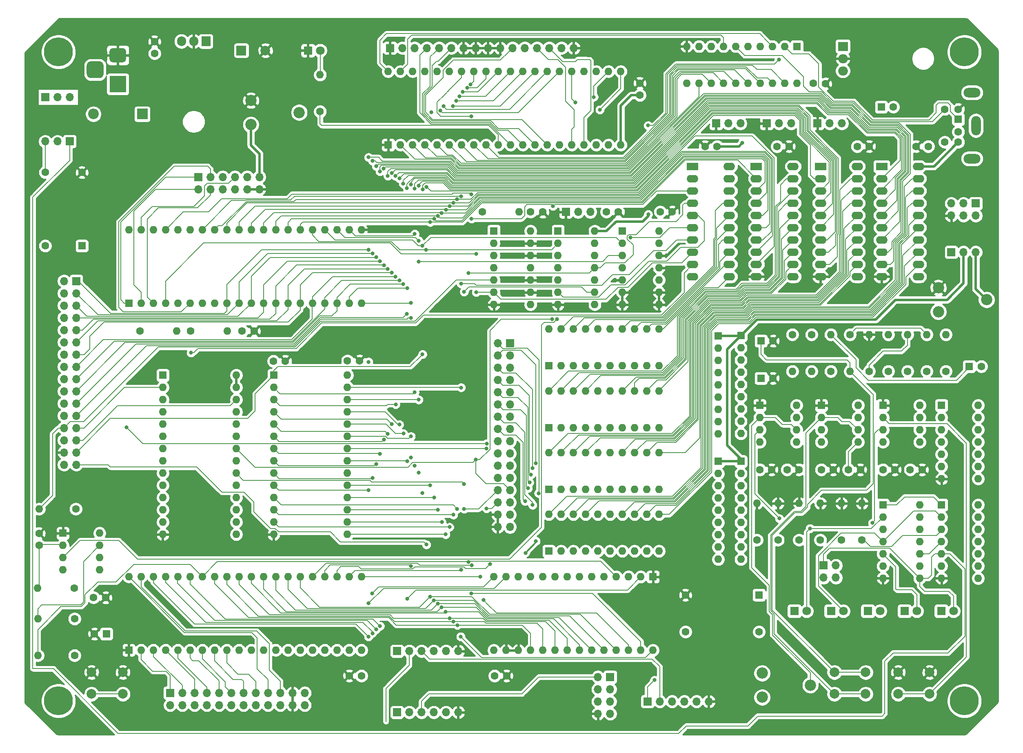
<source format=gbl>
G04 #@! TF.GenerationSoftware,KiCad,Pcbnew,(5.1.9)-1*
G04 #@! TF.CreationDate,2022-12-05T08:06:31+00:00*
G04 #@! TF.ProjectId,AT_65C02_Computer,41545f36-3543-4303-925f-436f6d707574,rev?*
G04 #@! TF.SameCoordinates,Original*
G04 #@! TF.FileFunction,Copper,L2,Bot*
G04 #@! TF.FilePolarity,Positive*
%FSLAX46Y46*%
G04 Gerber Fmt 4.6, Leading zero omitted, Abs format (unit mm)*
G04 Created by KiCad (PCBNEW (5.1.9)-1) date 2022-12-05 08:06:31*
%MOMM*%
%LPD*%
G01*
G04 APERTURE LIST*
G04 #@! TA.AperFunction,ComponentPad*
%ADD10C,1.600000*%
G04 #@! TD*
G04 #@! TA.AperFunction,ComponentPad*
%ADD11C,2.000000*%
G04 #@! TD*
G04 #@! TA.AperFunction,ComponentPad*
%ADD12O,1.700000X1.700000*%
G04 #@! TD*
G04 #@! TA.AperFunction,ComponentPad*
%ADD13R,1.700000X1.700000*%
G04 #@! TD*
G04 #@! TA.AperFunction,ComponentPad*
%ADD14O,1.600000X1.600000*%
G04 #@! TD*
G04 #@! TA.AperFunction,ComponentPad*
%ADD15R,1.600000X1.600000*%
G04 #@! TD*
G04 #@! TA.AperFunction,ComponentPad*
%ADD16C,2.340000*%
G04 #@! TD*
G04 #@! TA.AperFunction,ComponentPad*
%ADD17R,2.000000X1.905000*%
G04 #@! TD*
G04 #@! TA.AperFunction,ComponentPad*
%ADD18O,2.000000X1.905000*%
G04 #@! TD*
G04 #@! TA.AperFunction,ComponentPad*
%ADD19C,1.800000*%
G04 #@! TD*
G04 #@! TA.AperFunction,ComponentPad*
%ADD20R,1.800000X1.800000*%
G04 #@! TD*
G04 #@! TA.AperFunction,ComponentPad*
%ADD21C,6.000000*%
G04 #@! TD*
G04 #@! TA.AperFunction,ComponentPad*
%ADD22O,2.000000X4.000000*%
G04 #@! TD*
G04 #@! TA.AperFunction,ComponentPad*
%ADD23O,3.500000X2.000000*%
G04 #@! TD*
G04 #@! TA.AperFunction,ComponentPad*
%ADD24O,2.400000X1.600000*%
G04 #@! TD*
G04 #@! TA.AperFunction,ComponentPad*
%ADD25R,2.400000X1.600000*%
G04 #@! TD*
G04 #@! TA.AperFunction,ComponentPad*
%ADD26O,1.905000X2.000000*%
G04 #@! TD*
G04 #@! TA.AperFunction,ComponentPad*
%ADD27R,1.905000X2.000000*%
G04 #@! TD*
G04 #@! TA.AperFunction,ComponentPad*
%ADD28R,2.200000X2.200000*%
G04 #@! TD*
G04 #@! TA.AperFunction,ComponentPad*
%ADD29O,2.200000X2.200000*%
G04 #@! TD*
G04 #@! TA.AperFunction,ComponentPad*
%ADD30R,3.500000X3.500000*%
G04 #@! TD*
G04 #@! TA.AperFunction,ComponentPad*
%ADD31R,2.000000X2.000000*%
G04 #@! TD*
G04 #@! TA.AperFunction,ViaPad*
%ADD32C,0.800000*%
G04 #@! TD*
G04 #@! TA.AperFunction,Conductor*
%ADD33C,0.508000*%
G04 #@! TD*
G04 #@! TA.AperFunction,Conductor*
%ADD34C,0.304800*%
G04 #@! TD*
G04 #@! TA.AperFunction,Conductor*
%ADD35C,0.152400*%
G04 #@! TD*
G04 #@! TA.AperFunction,Conductor*
%ADD36C,0.254000*%
G04 #@! TD*
G04 #@! TA.AperFunction,Conductor*
%ADD37C,0.100000*%
G04 #@! TD*
G04 APERTURE END LIST*
D10*
X45320000Y-28265000D03*
X45320000Y-25765000D03*
D11*
X38740000Y-156625000D03*
X38740000Y-161125000D03*
X32240000Y-156625000D03*
X32240000Y-161125000D03*
X206119000Y-156625000D03*
X206119000Y-161125000D03*
X199619000Y-156625000D03*
X199619000Y-161125000D03*
X192879000Y-156625000D03*
X192879000Y-161125000D03*
X186379000Y-156625000D03*
X186379000Y-161125000D03*
D12*
X187930000Y-42760000D03*
X185390000Y-42760000D03*
D13*
X182850000Y-42760000D03*
D12*
X177410000Y-42760000D03*
X174870000Y-42760000D03*
D13*
X172330000Y-42760000D03*
D12*
X166890000Y-42760000D03*
X164350000Y-42760000D03*
D13*
X161810000Y-42760000D03*
D12*
X116520000Y-126460000D03*
X119060000Y-126460000D03*
X116520000Y-123920000D03*
X119060000Y-123920000D03*
X116520000Y-121380000D03*
X119060000Y-121380000D03*
X116520000Y-118840000D03*
X119060000Y-118840000D03*
X116520000Y-116300000D03*
X119060000Y-116300000D03*
X116520000Y-113760000D03*
X119060000Y-113760000D03*
X116520000Y-111220000D03*
X119060000Y-111220000D03*
X116520000Y-108680000D03*
X119060000Y-108680000D03*
X116520000Y-106140000D03*
X119060000Y-106140000D03*
X116520000Y-103600000D03*
X119060000Y-103600000D03*
X116520000Y-101060000D03*
X119060000Y-101060000D03*
X116520000Y-98520000D03*
X119060000Y-98520000D03*
X116520000Y-95980000D03*
X119060000Y-95980000D03*
X116520000Y-93440000D03*
X119060000Y-93440000D03*
X116520000Y-90900000D03*
X119060000Y-90900000D03*
X116520000Y-88360000D03*
D13*
X119060000Y-88360000D03*
D14*
X127120000Y-98226666D03*
X149980000Y-105846666D03*
X129660000Y-98226666D03*
X147440000Y-105846666D03*
X132200000Y-98226666D03*
X144900000Y-105846666D03*
X134740000Y-98226666D03*
X142360000Y-105846666D03*
X137280000Y-98226666D03*
X139820000Y-105846666D03*
X139820000Y-98226666D03*
X137280000Y-105846666D03*
X142360000Y-98226666D03*
X134740000Y-105846666D03*
X144900000Y-98226666D03*
X132200000Y-105846666D03*
X147440000Y-98226666D03*
X129660000Y-105846666D03*
X149980000Y-98226666D03*
D15*
X127120000Y-105846666D03*
D14*
X127120000Y-85410000D03*
X149980000Y-93030000D03*
X129660000Y-85410000D03*
X147440000Y-93030000D03*
X132200000Y-85410000D03*
X144900000Y-93030000D03*
X134740000Y-85410000D03*
X142360000Y-93030000D03*
X137280000Y-85410000D03*
X139820000Y-93030000D03*
X139820000Y-85410000D03*
X137280000Y-93030000D03*
X142360000Y-85410000D03*
X134740000Y-93030000D03*
X144900000Y-85410000D03*
X132200000Y-93030000D03*
X147440000Y-85410000D03*
X129660000Y-93030000D03*
X149980000Y-85410000D03*
D15*
X127120000Y-93030000D03*
D14*
X127120000Y-111043332D03*
X149980000Y-118663332D03*
X129660000Y-111043332D03*
X147440000Y-118663332D03*
X132200000Y-111043332D03*
X144900000Y-118663332D03*
X134740000Y-111043332D03*
X142360000Y-118663332D03*
X137280000Y-111043332D03*
X139820000Y-118663332D03*
X139820000Y-111043332D03*
X137280000Y-118663332D03*
X142360000Y-111043332D03*
X134740000Y-118663332D03*
X144900000Y-111043332D03*
X132200000Y-118663332D03*
X147440000Y-111043332D03*
X129660000Y-118663332D03*
X149980000Y-111043332D03*
D15*
X127120000Y-118663332D03*
D14*
X127120000Y-123860000D03*
X149980000Y-131480000D03*
X129660000Y-123860000D03*
X147440000Y-131480000D03*
X132200000Y-123860000D03*
X144900000Y-131480000D03*
X134740000Y-123860000D03*
X142360000Y-131480000D03*
X137280000Y-123860000D03*
X139820000Y-131480000D03*
X139820000Y-123860000D03*
X137280000Y-131480000D03*
X142360000Y-123860000D03*
X134740000Y-131480000D03*
X144900000Y-123860000D03*
X132200000Y-131480000D03*
X147440000Y-123860000D03*
X129660000Y-131480000D03*
X149980000Y-123860000D03*
D15*
X127120000Y-131480000D03*
D16*
X207960000Y-76830000D03*
X217960000Y-79330000D03*
X207960000Y-81830000D03*
D12*
X108330000Y-152210000D03*
X105790000Y-152210000D03*
X103250000Y-152210000D03*
X100710000Y-152210000D03*
X98170000Y-152210000D03*
D13*
X95630000Y-152210000D03*
X95630000Y-164910000D03*
D12*
X98170000Y-164910000D03*
X100710000Y-164910000D03*
X103250000Y-164910000D03*
X105790000Y-164910000D03*
X108330000Y-164910000D03*
X137320000Y-165220000D03*
X139860000Y-165220000D03*
X137320000Y-162680000D03*
X139860000Y-162680000D03*
X137320000Y-160140000D03*
X139860000Y-160140000D03*
X137320000Y-157600000D03*
D13*
X139860000Y-157600000D03*
D17*
X188140000Y-26770000D03*
D18*
X188140000Y-29310000D03*
X188140000Y-31850000D03*
D15*
X39980000Y-152010000D03*
D14*
X88240000Y-136770000D03*
X42520000Y-152010000D03*
X85700000Y-136770000D03*
X45060000Y-152010000D03*
X83160000Y-136770000D03*
X47600000Y-152010000D03*
X80620000Y-136770000D03*
X50140000Y-152010000D03*
X78080000Y-136770000D03*
X52680000Y-152010000D03*
X75540000Y-136770000D03*
X55220000Y-152010000D03*
X73000000Y-136770000D03*
X57760000Y-152010000D03*
X70460000Y-136770000D03*
X60300000Y-152010000D03*
X67920000Y-136770000D03*
X62840000Y-152010000D03*
X65380000Y-136770000D03*
X65380000Y-152010000D03*
X62840000Y-136770000D03*
X67920000Y-152010000D03*
X60300000Y-136770000D03*
X70460000Y-152010000D03*
X57760000Y-136770000D03*
X73000000Y-152010000D03*
X55220000Y-136770000D03*
X75540000Y-152010000D03*
X52680000Y-136770000D03*
X78080000Y-152010000D03*
X50140000Y-136770000D03*
X80620000Y-152010000D03*
X47600000Y-136770000D03*
X83160000Y-152010000D03*
X45060000Y-136770000D03*
X85700000Y-152010000D03*
X42520000Y-136770000D03*
X88240000Y-152010000D03*
X39980000Y-136770000D03*
D15*
X148740000Y-136810000D03*
D14*
X115720000Y-152050000D03*
X146200000Y-136810000D03*
X118260000Y-152050000D03*
X143660000Y-136810000D03*
X120800000Y-152050000D03*
X141120000Y-136810000D03*
X123340000Y-152050000D03*
X138580000Y-136810000D03*
X125880000Y-152050000D03*
X136040000Y-136810000D03*
X128420000Y-152050000D03*
X133500000Y-136810000D03*
X130960000Y-152050000D03*
X130960000Y-136810000D03*
X133500000Y-152050000D03*
X128420000Y-136810000D03*
X136040000Y-152050000D03*
X125880000Y-136810000D03*
X138580000Y-152050000D03*
X123340000Y-136810000D03*
X141120000Y-152050000D03*
X120800000Y-136810000D03*
X143660000Y-152050000D03*
X118260000Y-136810000D03*
X146200000Y-152050000D03*
X115720000Y-136810000D03*
X148740000Y-152050000D03*
D12*
X67070000Y-56410000D03*
X67070000Y-53870000D03*
X64530000Y-56410000D03*
X64530000Y-53870000D03*
X61990000Y-56410000D03*
X61990000Y-53870000D03*
X59450000Y-56410000D03*
X59450000Y-53870000D03*
X56910000Y-56410000D03*
X56910000Y-53870000D03*
X54370000Y-56410000D03*
D13*
X54370000Y-53870000D03*
D14*
X39980000Y-64810000D03*
X88240000Y-80050000D03*
X42520000Y-64810000D03*
X85700000Y-80050000D03*
X45060000Y-64810000D03*
X83160000Y-80050000D03*
X47600000Y-64810000D03*
X80620000Y-80050000D03*
X50140000Y-64810000D03*
X78080000Y-80050000D03*
X52680000Y-64810000D03*
X75540000Y-80050000D03*
X55220000Y-64810000D03*
X73000000Y-80050000D03*
X57760000Y-64810000D03*
X70460000Y-80050000D03*
X60300000Y-64810000D03*
X67920000Y-80050000D03*
X62840000Y-64810000D03*
X65380000Y-80050000D03*
X65380000Y-64810000D03*
X62840000Y-80050000D03*
X67920000Y-64810000D03*
X60300000Y-80050000D03*
X70460000Y-64810000D03*
X57760000Y-80050000D03*
X73000000Y-64810000D03*
X55220000Y-80050000D03*
X75540000Y-64810000D03*
X52680000Y-80050000D03*
X78080000Y-64810000D03*
X50140000Y-80050000D03*
X80620000Y-64810000D03*
X47600000Y-80050000D03*
X83160000Y-64810000D03*
X45060000Y-80050000D03*
X85700000Y-64810000D03*
X42520000Y-80050000D03*
X88240000Y-64810000D03*
D15*
X39980000Y-80050000D03*
X93800000Y-47210000D03*
D14*
X142060000Y-31970000D03*
X96340000Y-47210000D03*
X139520000Y-31970000D03*
X98880000Y-47210000D03*
X136980000Y-31970000D03*
X101420000Y-47210000D03*
X134440000Y-31970000D03*
X103960000Y-47210000D03*
X131900000Y-31970000D03*
X106500000Y-47210000D03*
X129360000Y-31970000D03*
X109040000Y-47210000D03*
X126820000Y-31970000D03*
X111580000Y-47210000D03*
X124280000Y-31970000D03*
X114120000Y-47210000D03*
X121740000Y-31970000D03*
X116660000Y-47210000D03*
X119200000Y-31970000D03*
X119200000Y-47210000D03*
X116660000Y-31970000D03*
X121740000Y-47210000D03*
X114120000Y-31970000D03*
X124280000Y-47210000D03*
X111580000Y-31970000D03*
X126820000Y-47210000D03*
X109040000Y-31970000D03*
X129360000Y-47210000D03*
X106500000Y-31970000D03*
X131900000Y-47210000D03*
X103960000Y-31970000D03*
X134440000Y-47210000D03*
X101420000Y-31970000D03*
X136980000Y-47210000D03*
X98880000Y-31970000D03*
X139520000Y-47210000D03*
X96340000Y-31970000D03*
X142060000Y-47210000D03*
X93800000Y-31970000D03*
D19*
X79690000Y-27630000D03*
D20*
X77150000Y-27630000D03*
D10*
X118380000Y-157340000D03*
X115880000Y-157340000D03*
D12*
X160310000Y-162680000D03*
X157770000Y-162680000D03*
X155230000Y-162680000D03*
X152690000Y-162680000D03*
X150150000Y-162680000D03*
D13*
X147610000Y-162680000D03*
D16*
X65320000Y-37990000D03*
X75320000Y-40490000D03*
X65320000Y-42990000D03*
D15*
X178590000Y-26770000D03*
D14*
X155730000Y-34390000D03*
X176050000Y-26770000D03*
X158270000Y-34390000D03*
X173510000Y-26770000D03*
X160810000Y-34390000D03*
X170970000Y-26770000D03*
X163350000Y-34390000D03*
X168430000Y-26770000D03*
X165890000Y-34390000D03*
X165890000Y-26770000D03*
X168430000Y-34390000D03*
X163350000Y-26770000D03*
X170970000Y-34390000D03*
X160810000Y-26770000D03*
X173510000Y-34390000D03*
X158270000Y-26770000D03*
X176050000Y-34390000D03*
X155730000Y-26770000D03*
X178590000Y-34390000D03*
D10*
X141560000Y-61110000D03*
X139060000Y-61110000D03*
D21*
X25400000Y-162560000D03*
X25400000Y-27940000D03*
X213360000Y-27940000D03*
X213360000Y-162560000D03*
D12*
X132300000Y-27110000D03*
X129760000Y-27110000D03*
X127220000Y-27110000D03*
X124680000Y-27110000D03*
X122140000Y-27110000D03*
X119600000Y-27110000D03*
X117060000Y-27110000D03*
X114520000Y-27110000D03*
X111980000Y-27110000D03*
X109440000Y-27110000D03*
X106900000Y-27110000D03*
X104360000Y-27110000D03*
X101820000Y-27110000D03*
X99280000Y-27110000D03*
X96740000Y-27110000D03*
D13*
X94200000Y-27110000D03*
D10*
X66000000Y-85810000D03*
X63500000Y-85810000D03*
X35170000Y-141120000D03*
X32670000Y-141120000D03*
X69970000Y-92060000D03*
X72470000Y-92060000D03*
X21350000Y-130310000D03*
X21350000Y-127810000D03*
X85350000Y-92020000D03*
X87850000Y-92020000D03*
X182030000Y-34390000D03*
X184530000Y-34520000D03*
D15*
X35330000Y-148660000D03*
D10*
X32830000Y-148660000D03*
X125860000Y-61110000D03*
X123360000Y-61110000D03*
X88240000Y-157340000D03*
X85740000Y-157340000D03*
X146010000Y-36910000D03*
X146010000Y-34410000D03*
X152730000Y-61110000D03*
X150230000Y-61110000D03*
D13*
X29080000Y-75460000D03*
D12*
X26540000Y-75460000D03*
X29080000Y-78000000D03*
X26540000Y-78000000D03*
X29080000Y-80540000D03*
X26540000Y-80540000D03*
X29080000Y-83080000D03*
X26540000Y-83080000D03*
X29080000Y-85620000D03*
X26540000Y-85620000D03*
X29080000Y-88160000D03*
X26540000Y-88160000D03*
X29080000Y-90700000D03*
X26540000Y-90700000D03*
X29080000Y-93240000D03*
X26540000Y-93240000D03*
X29080000Y-95780000D03*
X26540000Y-95780000D03*
X29080000Y-98320000D03*
X26540000Y-98320000D03*
X29080000Y-100860000D03*
X26540000Y-100860000D03*
X29080000Y-103400000D03*
X26540000Y-103400000D03*
X29080000Y-105940000D03*
X26540000Y-105940000D03*
X29080000Y-108480000D03*
X26540000Y-108480000D03*
X29080000Y-111020000D03*
X26540000Y-111020000D03*
X29080000Y-113560000D03*
X26540000Y-113560000D03*
D22*
X215740000Y-43210000D03*
D10*
X209290000Y-46610000D03*
X209290000Y-39810000D03*
X212090000Y-46610000D03*
X212090000Y-39810000D03*
X212090000Y-44510000D03*
D15*
X212090000Y-41910000D03*
D23*
X214940000Y-36360000D03*
X214940000Y-50060000D03*
D14*
X49910000Y-85820000D03*
D10*
X42290000Y-85820000D03*
X52780000Y-85820000D03*
D14*
X60400000Y-85820000D03*
D10*
X28710000Y-139180000D03*
D14*
X21090000Y-139180000D03*
D10*
X28970000Y-122750000D03*
D14*
X21350000Y-122750000D03*
X21100000Y-145530000D03*
D10*
X28720000Y-145530000D03*
D14*
X21100000Y-153110000D03*
D10*
X28720000Y-153110000D03*
D14*
X62280000Y-94990000D03*
X47040000Y-128010000D03*
X62280000Y-97530000D03*
X47040000Y-125470000D03*
X62280000Y-100070000D03*
X47040000Y-122930000D03*
X62280000Y-102610000D03*
X47040000Y-120390000D03*
X62280000Y-105150000D03*
X47040000Y-117850000D03*
X62280000Y-107690000D03*
X47040000Y-115310000D03*
X62280000Y-110230000D03*
X47040000Y-112770000D03*
X62280000Y-112770000D03*
X47040000Y-110230000D03*
X62280000Y-115310000D03*
X47040000Y-107690000D03*
X62280000Y-117850000D03*
X47040000Y-105150000D03*
X62280000Y-120390000D03*
X47040000Y-102610000D03*
X62280000Y-122930000D03*
X47040000Y-100070000D03*
X62280000Y-125470000D03*
X47040000Y-97530000D03*
X62280000Y-128010000D03*
D15*
X47040000Y-94990000D03*
X70060000Y-94990000D03*
D14*
X85300000Y-128010000D03*
X70060000Y-97530000D03*
X85300000Y-125470000D03*
X70060000Y-100070000D03*
X85300000Y-122930000D03*
X70060000Y-102610000D03*
X85300000Y-120390000D03*
X70060000Y-105150000D03*
X85300000Y-117850000D03*
X70060000Y-107690000D03*
X85300000Y-115310000D03*
X70060000Y-110230000D03*
X85300000Y-112770000D03*
X70060000Y-112770000D03*
X85300000Y-110230000D03*
X70060000Y-115310000D03*
X85300000Y-107690000D03*
X70060000Y-117850000D03*
X85300000Y-105150000D03*
X70060000Y-120390000D03*
X85300000Y-102610000D03*
X70060000Y-122930000D03*
X85300000Y-100070000D03*
X70060000Y-125470000D03*
X85300000Y-97530000D03*
X70060000Y-128010000D03*
X85300000Y-94990000D03*
X136660000Y-65080000D03*
X129040000Y-80320000D03*
X136660000Y-67620000D03*
X129040000Y-77780000D03*
X136660000Y-70160000D03*
X129040000Y-75240000D03*
X136660000Y-72700000D03*
X129040000Y-72700000D03*
X136660000Y-75240000D03*
X129040000Y-70160000D03*
X136660000Y-77780000D03*
X129040000Y-67620000D03*
X136660000Y-80320000D03*
D15*
X129040000Y-65080000D03*
D14*
X149980000Y-65080000D03*
X142360000Y-80320000D03*
X149980000Y-67620000D03*
X142360000Y-77780000D03*
X149980000Y-70160000D03*
X142360000Y-75240000D03*
X149980000Y-72700000D03*
X142360000Y-72700000D03*
X149980000Y-75240000D03*
X142360000Y-70160000D03*
X149980000Y-77780000D03*
X142360000Y-67620000D03*
X149980000Y-80320000D03*
D15*
X142360000Y-65080000D03*
X26300000Y-127770000D03*
D14*
X33920000Y-135390000D03*
X26300000Y-130310000D03*
X33920000Y-132850000D03*
X26300000Y-132850000D03*
X33920000Y-130310000D03*
X26300000Y-135390000D03*
X33920000Y-127770000D03*
D15*
X115720000Y-65080000D03*
D14*
X123340000Y-80320000D03*
X115720000Y-67620000D03*
X123340000Y-77780000D03*
X115720000Y-70160000D03*
X123340000Y-75240000D03*
X115720000Y-72700000D03*
X123340000Y-72700000D03*
X115720000Y-75240000D03*
X123340000Y-70160000D03*
X115720000Y-77780000D03*
X123340000Y-67620000D03*
X115720000Y-80320000D03*
X123340000Y-65080000D03*
D15*
X30250000Y-68160000D03*
D10*
X22630000Y-68160000D03*
X22630000Y-52920000D03*
X30250000Y-52920000D03*
D15*
X170730000Y-140590000D03*
D10*
X170730000Y-148210000D03*
X155490000Y-148210000D03*
X155490000Y-140590000D03*
D13*
X27710000Y-46490000D03*
D12*
X25170000Y-46490000D03*
X22630000Y-46490000D03*
X210630000Y-61900000D03*
X210630000Y-59360000D03*
X213170000Y-61900000D03*
X213170000Y-59360000D03*
X215710000Y-61900000D03*
D13*
X215710000Y-59360000D03*
D14*
X204064000Y-101245000D03*
X196444000Y-108865000D03*
X204064000Y-103785000D03*
X196444000Y-106325000D03*
X204064000Y-106325000D03*
X196444000Y-103785000D03*
X204064000Y-108865000D03*
D15*
X196444000Y-101245000D03*
D19*
X211089000Y-143915000D03*
D20*
X208549000Y-143915000D03*
D19*
X203469000Y-143915000D03*
D20*
X200929000Y-143915000D03*
D19*
X188229000Y-143915000D03*
D20*
X185689000Y-143915000D03*
D19*
X195849000Y-143915000D03*
D20*
X193309000Y-143915000D03*
D19*
X180609000Y-143915000D03*
D20*
X178069000Y-143915000D03*
D16*
X171394000Y-161805000D03*
X181394000Y-159305000D03*
X171394000Y-156805000D03*
D14*
X187849000Y-121565000D03*
D10*
X187849000Y-129185000D03*
D15*
X171154000Y-95620000D03*
D10*
X173654000Y-95620000D03*
X173654000Y-87865000D03*
D15*
X171154000Y-87865000D03*
D10*
X177649000Y-86555000D03*
D14*
X177649000Y-94175000D03*
X181634000Y-94175000D03*
D10*
X181634000Y-86555000D03*
D14*
X170289000Y-121565000D03*
D10*
X170289000Y-129185000D03*
X197574000Y-94175000D03*
D14*
X197574000Y-86555000D03*
D10*
X209529000Y-94175000D03*
D14*
X209529000Y-86555000D03*
X183459000Y-121565000D03*
D10*
X183459000Y-129185000D03*
D14*
X205544000Y-86555000D03*
D10*
X205544000Y-94175000D03*
X189604000Y-86555000D03*
D14*
X189604000Y-94175000D03*
D10*
X185619000Y-94175000D03*
D14*
X185619000Y-86555000D03*
X174679000Y-121565000D03*
D10*
X174679000Y-129185000D03*
X201559000Y-94175000D03*
D14*
X201559000Y-86555000D03*
D10*
X193589000Y-94175000D03*
D14*
X193589000Y-86555000D03*
X179069000Y-121565000D03*
D10*
X179069000Y-129185000D03*
D15*
X208594000Y-121875000D03*
D14*
X216214000Y-137115000D03*
X208594000Y-124415000D03*
X216214000Y-134575000D03*
X208594000Y-126955000D03*
X216214000Y-132035000D03*
X208594000Y-129495000D03*
X216214000Y-129495000D03*
X208594000Y-132035000D03*
X216214000Y-126955000D03*
X208594000Y-134575000D03*
X216214000Y-124415000D03*
X208594000Y-137115000D03*
X216214000Y-121875000D03*
D15*
X170884000Y-101245000D03*
D14*
X178504000Y-108865000D03*
X170884000Y-103785000D03*
X178504000Y-106325000D03*
X170884000Y-106325000D03*
X178504000Y-103785000D03*
X170884000Y-108865000D03*
X178504000Y-101245000D03*
X204064000Y-121875000D03*
X196444000Y-137115000D03*
X204064000Y-124415000D03*
X196444000Y-134575000D03*
X204064000Y-126955000D03*
X196444000Y-132035000D03*
X204064000Y-129495000D03*
X196444000Y-129495000D03*
X204064000Y-132035000D03*
X196444000Y-126955000D03*
X204064000Y-134575000D03*
X196444000Y-124415000D03*
X204064000Y-137115000D03*
D15*
X196444000Y-121875000D03*
X208594000Y-101245000D03*
D14*
X216214000Y-116485000D03*
X208594000Y-103785000D03*
X216214000Y-113945000D03*
X208594000Y-106325000D03*
X216214000Y-111405000D03*
X208594000Y-108865000D03*
X216214000Y-108865000D03*
X208594000Y-111405000D03*
X216214000Y-106325000D03*
X208594000Y-113945000D03*
X216214000Y-103785000D03*
X208594000Y-116485000D03*
X216214000Y-101245000D03*
X191284000Y-101245000D03*
X183664000Y-108865000D03*
X191284000Y-103785000D03*
X183664000Y-106325000D03*
X191284000Y-106325000D03*
X183664000Y-103785000D03*
X191284000Y-108865000D03*
D15*
X183664000Y-101245000D03*
D10*
X183664000Y-114580000D03*
X186164000Y-114580000D03*
X173384000Y-114580000D03*
X170884000Y-114580000D03*
X192104000Y-129185000D03*
D14*
X192104000Y-121565000D03*
D15*
X214364000Y-93160000D03*
D10*
X216864000Y-93160000D03*
D14*
X166973000Y-107105000D03*
X166973000Y-104565000D03*
X166973000Y-102025000D03*
X166973000Y-99485000D03*
X166973000Y-96945000D03*
X166973000Y-94405000D03*
X166973000Y-91865000D03*
X166973000Y-89325000D03*
D15*
X166973000Y-86785000D03*
D24*
X164597000Y-51683000D03*
X156977000Y-74543000D03*
X164597000Y-54223000D03*
X156977000Y-72003000D03*
X164597000Y-56763000D03*
X156977000Y-69463000D03*
X164597000Y-59303000D03*
X156977000Y-66923000D03*
X164597000Y-61843000D03*
X156977000Y-64383000D03*
X164597000Y-64383000D03*
X156977000Y-61843000D03*
X164597000Y-66923000D03*
X156977000Y-59303000D03*
X164597000Y-69463000D03*
X156977000Y-56763000D03*
X164597000Y-72003000D03*
X156977000Y-54223000D03*
X164597000Y-74543000D03*
D25*
X156977000Y-51683000D03*
D24*
X177803000Y-51683000D03*
X170183000Y-74543000D03*
X177803000Y-54223000D03*
X170183000Y-72003000D03*
X177803000Y-56763000D03*
X170183000Y-69463000D03*
X177803000Y-59303000D03*
X170183000Y-66923000D03*
X177803000Y-61843000D03*
X170183000Y-64383000D03*
X177803000Y-64383000D03*
X170183000Y-61843000D03*
X177803000Y-66923000D03*
X170183000Y-59303000D03*
X177803000Y-69463000D03*
X170183000Y-56763000D03*
X177803000Y-72003000D03*
X170183000Y-54223000D03*
X177803000Y-74543000D03*
D25*
X170183000Y-51683000D03*
D24*
X191110000Y-51683000D03*
X183490000Y-74543000D03*
X191110000Y-54223000D03*
X183490000Y-72003000D03*
X191110000Y-56763000D03*
X183490000Y-69463000D03*
X191110000Y-59303000D03*
X183490000Y-66923000D03*
X191110000Y-61843000D03*
X183490000Y-64383000D03*
X191110000Y-64383000D03*
X183490000Y-61843000D03*
X191110000Y-66923000D03*
X183490000Y-59303000D03*
X191110000Y-69463000D03*
X183490000Y-56763000D03*
X191110000Y-72003000D03*
X183490000Y-54223000D03*
X191110000Y-74543000D03*
D25*
X183490000Y-51683000D03*
X196183000Y-51683000D03*
D24*
X203803000Y-74543000D03*
X196183000Y-54223000D03*
X203803000Y-72003000D03*
X196183000Y-56763000D03*
X203803000Y-69463000D03*
X196183000Y-59303000D03*
X203803000Y-66923000D03*
X196183000Y-61843000D03*
X203803000Y-64383000D03*
X196183000Y-64383000D03*
X203803000Y-61843000D03*
X196183000Y-66923000D03*
X203803000Y-59303000D03*
X196183000Y-69463000D03*
X203803000Y-56763000D03*
X196183000Y-72003000D03*
X203803000Y-54223000D03*
X196183000Y-74543000D03*
X203803000Y-51683000D03*
D14*
X162273000Y-107125000D03*
X162273000Y-104585000D03*
X162273000Y-102045000D03*
X162273000Y-99505000D03*
X162273000Y-96965000D03*
X162273000Y-94425000D03*
X162273000Y-91885000D03*
X162273000Y-89345000D03*
D15*
X162273000Y-86805000D03*
X166973000Y-112865000D03*
D14*
X166973000Y-115405000D03*
X166973000Y-117945000D03*
X166973000Y-120485000D03*
X166973000Y-123025000D03*
X166973000Y-125565000D03*
X166973000Y-128105000D03*
X166973000Y-130645000D03*
X166973000Y-133185000D03*
D15*
X162273000Y-112865000D03*
D14*
X162273000Y-115405000D03*
X162273000Y-117945000D03*
X162273000Y-120485000D03*
X162273000Y-123025000D03*
X162273000Y-125565000D03*
X162273000Y-128105000D03*
X162273000Y-130645000D03*
X162273000Y-133185000D03*
D12*
X27735000Y-37310000D03*
X25195000Y-37310000D03*
D13*
X22630000Y-37310000D03*
D26*
X50900000Y-25725000D03*
X53440000Y-25725000D03*
D27*
X55980000Y-25725000D03*
D28*
X42780000Y-40820000D03*
D29*
X32620000Y-40820000D03*
D30*
X37700000Y-34615000D03*
G04 #@! TA.AperFunction,ComponentPad*
G36*
G01*
X36700000Y-27115000D02*
X38700000Y-27115000D01*
G75*
G02*
X39450000Y-27865000I0J-750000D01*
G01*
X39450000Y-29365000D01*
G75*
G02*
X38700000Y-30115000I-750000J0D01*
G01*
X36700000Y-30115000D01*
G75*
G02*
X35950000Y-29365000I0J750000D01*
G01*
X35950000Y-27865000D01*
G75*
G02*
X36700000Y-27115000I750000J0D01*
G01*
G37*
G04 #@! TD.AperFunction*
G04 #@! TA.AperFunction,ComponentPad*
G36*
G01*
X32125000Y-29865000D02*
X33875000Y-29865000D01*
G75*
G02*
X34750000Y-30740000I0J-875000D01*
G01*
X34750000Y-32490000D01*
G75*
G02*
X33875000Y-33365000I-875000J0D01*
G01*
X32125000Y-33365000D01*
G75*
G02*
X31250000Y-32490000I0J875000D01*
G01*
X31250000Y-30740000D01*
G75*
G02*
X32125000Y-29865000I875000J0D01*
G01*
G37*
G04 #@! TD.AperFunction*
D14*
X79670000Y-32680000D03*
D10*
X79670000Y-40300000D03*
D13*
X48540000Y-160900000D03*
D12*
X48540000Y-163440000D03*
X51080000Y-160900000D03*
X51080000Y-163440000D03*
X53620000Y-160900000D03*
X53620000Y-163440000D03*
X56160000Y-160900000D03*
X56160000Y-163440000D03*
X58700000Y-160900000D03*
X58700000Y-163440000D03*
X61240000Y-160900000D03*
X61240000Y-163440000D03*
X63780000Y-160900000D03*
X63780000Y-163440000D03*
X66320000Y-160900000D03*
X66320000Y-163440000D03*
X68860000Y-160900000D03*
X68860000Y-163440000D03*
X71400000Y-160900000D03*
X71400000Y-163440000D03*
X73940000Y-160900000D03*
X73940000Y-163440000D03*
X76480000Y-160900000D03*
X76480000Y-163440000D03*
D15*
X196110000Y-39350000D03*
D10*
X198610000Y-39350000D03*
X113300000Y-61110000D03*
D14*
X120920000Y-61110000D03*
D13*
X184150000Y-134450000D03*
D12*
X184150000Y-136990000D03*
X186690000Y-134450000D03*
X186690000Y-136990000D03*
D13*
X130650000Y-61110000D03*
D12*
X133190000Y-61110000D03*
X135730000Y-61110000D03*
D31*
X63330000Y-27630000D03*
D11*
X68330000Y-27630000D03*
D10*
X176544000Y-114580000D03*
X179044000Y-114580000D03*
X204604000Y-114580000D03*
X202104000Y-114580000D03*
X196444000Y-114580000D03*
X198944000Y-114580000D03*
X191784000Y-114580000D03*
X189284000Y-114580000D03*
X159557000Y-47520000D03*
X162057000Y-47520000D03*
X174470000Y-47520000D03*
X176970000Y-47520000D03*
X193610000Y-47520000D03*
X191110000Y-47520000D03*
X205843000Y-47520000D03*
X203343000Y-47520000D03*
D13*
X210630000Y-69475000D03*
D12*
X213170000Y-69475000D03*
X215710000Y-69475000D03*
D32*
X167240000Y-46830000D03*
X122272164Y-131842601D03*
X124440000Y-129425000D03*
X132640000Y-38370000D03*
X111090000Y-140250000D03*
X111090000Y-62550000D03*
X111088823Y-57494830D03*
X111107729Y-134437774D03*
X127990000Y-59900000D03*
X89720000Y-68940000D03*
X89720000Y-118870000D03*
X89710000Y-149220000D03*
X89720000Y-49790000D03*
X89720000Y-142330000D03*
X89720000Y-92220002D03*
X90530000Y-69740000D03*
X90531399Y-116338601D03*
X90520000Y-148520000D03*
X90530000Y-50549998D03*
X90500000Y-140240000D03*
X91320000Y-70510000D03*
X91300000Y-113400000D03*
X91310000Y-147700000D03*
X91320000Y-51640002D03*
X92120000Y-71330000D03*
X92120000Y-111270000D03*
X92110000Y-147030000D03*
X92080000Y-52700000D03*
X92920000Y-72150000D03*
X92886007Y-52103043D03*
X92920000Y-108359998D03*
X93720000Y-72920000D03*
X93730000Y-53650000D03*
X93720000Y-107170000D03*
X94530000Y-73740000D03*
X94530000Y-53060000D03*
X94560000Y-105140000D03*
X95320000Y-74560000D03*
X95310000Y-53690000D03*
X95345882Y-101052045D03*
X96120000Y-75350000D03*
X96140000Y-54190000D03*
X96120000Y-105230002D03*
X96920000Y-76120000D03*
X96920000Y-55240000D03*
X96962341Y-107084392D03*
X97720000Y-76930000D03*
X97720000Y-112800000D03*
X97700000Y-56170000D03*
X97720000Y-141390000D03*
X97676311Y-82271390D03*
X98520000Y-107690000D03*
X98510000Y-55460000D03*
X98520000Y-79949998D03*
X98520000Y-112040000D03*
X98540000Y-134588610D03*
X98520000Y-83110004D03*
X99320000Y-98560000D03*
X99310000Y-56250000D03*
X102770000Y-40460000D03*
X99320000Y-65680000D03*
X99310000Y-113760000D03*
X100120000Y-100070000D03*
X100140000Y-55700000D03*
X100120000Y-71400000D03*
X100120000Y-67090000D03*
X100108601Y-115221399D03*
X100940000Y-56461120D03*
X100920000Y-90660000D03*
X100920000Y-68120000D03*
X100930000Y-119410000D03*
X101750000Y-55910000D03*
X101720000Y-130130000D03*
X101656588Y-68953412D03*
X108140000Y-146860000D03*
X108120000Y-58500000D03*
X110910000Y-34688610D03*
X108120000Y-122730000D03*
X107331399Y-123958601D03*
X110170000Y-35370000D03*
X107340000Y-146070000D03*
X107358712Y-59261344D03*
X106530000Y-126500000D03*
X106540000Y-145400000D03*
X106530000Y-59900000D03*
X109270000Y-36200000D03*
X105720000Y-128010000D03*
X105680000Y-144060000D03*
X108600000Y-37140000D03*
X105761148Y-60711390D03*
X104920000Y-125470000D03*
X104880000Y-143110000D03*
X104910000Y-61340000D03*
X107949999Y-38109999D03*
X104130000Y-122930000D03*
X104090000Y-142410000D03*
X104120000Y-61930000D03*
X107200000Y-39190000D03*
X103330000Y-120390000D03*
X103260000Y-141710000D03*
X103320000Y-62570000D03*
X105258610Y-39153084D03*
X102530000Y-117850000D03*
X102500000Y-140920000D03*
X102520000Y-63250000D03*
X104630000Y-40105497D03*
X108920000Y-97560000D03*
X136478610Y-37270000D03*
X108920000Y-75988610D03*
X108920000Y-57853440D03*
X108844972Y-149234972D03*
X108920000Y-135353421D03*
X39540000Y-105800000D03*
X114930000Y-134178610D03*
X114286390Y-109169495D03*
X111060000Y-41280000D03*
X110460000Y-73830002D03*
X147717390Y-43182610D03*
X174858800Y-29548800D03*
X110430006Y-133768610D03*
X109548610Y-77680000D03*
X109548610Y-117548610D03*
X109560000Y-122750000D03*
X144061390Y-66450000D03*
X127837589Y-83399523D03*
X111965000Y-112525000D03*
X112050000Y-77770000D03*
X112070000Y-69850000D03*
X114182082Y-110180987D03*
X114182082Y-122637918D03*
X113580000Y-141620000D03*
X112900000Y-136770000D03*
X137701390Y-39920000D03*
X149040000Y-158250000D03*
X128790000Y-83390000D03*
X174950000Y-124720000D03*
X181320000Y-126800000D03*
X194255000Y-125645000D03*
X52870000Y-90330000D03*
X147765000Y-61625000D03*
X122190000Y-121150000D03*
X123765000Y-121921390D03*
X122814746Y-118423479D03*
X123119557Y-117243904D03*
X123424368Y-115600980D03*
X123729179Y-114299263D03*
X124457780Y-113291405D03*
X124986390Y-119481055D03*
D33*
X142060000Y-47210000D02*
X142060000Y-39090000D01*
X144240000Y-36910000D02*
X146010000Y-36910000D01*
X142060000Y-39090000D02*
X144240000Y-36910000D01*
X44970000Y-28615000D02*
X45320000Y-28265000D01*
X212090000Y-46620000D02*
X212090000Y-46610000D01*
X207027000Y-51683000D02*
X212090000Y-46620000D01*
X203803000Y-51683000D02*
X207027000Y-51683000D01*
X62280000Y-94990000D02*
X62280000Y-97530000D01*
X67070000Y-49080000D02*
X67070000Y-53870000D01*
X65320000Y-47330000D02*
X67070000Y-49080000D01*
X65320000Y-42990000D02*
X65320000Y-47330000D01*
X166550000Y-47520000D02*
X167240000Y-46830000D01*
X162057000Y-47520000D02*
X166550000Y-47520000D01*
D34*
X124440000Y-129674765D02*
X124440000Y-129425000D01*
X122272164Y-131842601D02*
X124440000Y-129674765D01*
D35*
X116231399Y-124208601D02*
X116520000Y-123920000D01*
X77150000Y-32680000D02*
X77150000Y-27630000D01*
X38740000Y-161125000D02*
X32240000Y-161125000D01*
X26080000Y-130090000D02*
X26300000Y-130310000D01*
X21350000Y-130090000D02*
X26080000Y-130090000D01*
X21350000Y-138920000D02*
X21090000Y-139180000D01*
X21350000Y-130310000D02*
X21350000Y-138920000D01*
X116660000Y-45110000D02*
X116660000Y-47210000D01*
X114710000Y-43160000D02*
X116660000Y-45110000D01*
X79990000Y-43160000D02*
X114710000Y-43160000D01*
X79670000Y-42840000D02*
X79990000Y-43160000D01*
X79670000Y-40300000D02*
X79670000Y-42840000D01*
X131900000Y-37630000D02*
X132640000Y-38370000D01*
X131900000Y-31970000D02*
X131900000Y-37630000D01*
X136230000Y-140250000D02*
X111090000Y-140250000D01*
X146200000Y-150220000D02*
X136230000Y-140250000D01*
X146200000Y-152050000D02*
X146200000Y-150220000D01*
X73810000Y-57420000D02*
X107030000Y-57420000D01*
X47600000Y-64810000D02*
X51290000Y-61120000D01*
X51290000Y-61120000D02*
X56558934Y-61120000D01*
X56558934Y-61120000D02*
X59258934Y-58420000D01*
X59258934Y-58420000D02*
X64050000Y-58420000D01*
X64050000Y-58420000D02*
X64113034Y-58356966D01*
X72873034Y-58356966D02*
X73810000Y-57420000D01*
X107030000Y-57420000D02*
X107225170Y-57224830D01*
X107225170Y-57224830D02*
X110818823Y-57224830D01*
X110818823Y-57224830D02*
X111088823Y-57494830D01*
X64113034Y-58356966D02*
X72873034Y-58356966D01*
X111089955Y-134420000D02*
X111107729Y-134437774D01*
X100360000Y-134420000D02*
X111089955Y-134420000D01*
X99900000Y-133960000D02*
X100360000Y-134420000D01*
X80890000Y-133960000D02*
X99900000Y-133960000D01*
X78080000Y-136770000D02*
X80890000Y-133960000D01*
X122130000Y-60070000D02*
X122130000Y-60070000D01*
X122130000Y-60070000D02*
X122130000Y-60070000D01*
X122600000Y-59600000D02*
X127690000Y-59600000D01*
X127690000Y-59600000D02*
X127990000Y-59900000D01*
X122130000Y-60070000D02*
X122600000Y-59600000D01*
X122130000Y-61850000D02*
X122130000Y-60070000D01*
X121430000Y-62550000D02*
X122130000Y-61850000D01*
X111090000Y-62550000D02*
X121430000Y-62550000D01*
X128290000Y-59600000D02*
X127990000Y-59900000D01*
X146640000Y-59600000D02*
X128290000Y-59600000D01*
X149477000Y-56763000D02*
X146640000Y-59600000D01*
X156977000Y-56763000D02*
X149477000Y-56763000D01*
X22630000Y-46490000D02*
X22630000Y-52920000D01*
X71088601Y-118878601D02*
X90091399Y-118878601D01*
X70060000Y-117850000D02*
X71088601Y-118878601D01*
X196183000Y-72003000D02*
X197962190Y-72003000D01*
X197962190Y-72003000D02*
X196868326Y-72003000D01*
X29530000Y-75460000D02*
X29080000Y-75460000D01*
X59790000Y-82160000D02*
X36230000Y-82160000D01*
X60300000Y-81650000D02*
X59790000Y-82160000D01*
X60300000Y-80050000D02*
X60300000Y-81650000D01*
X36230000Y-82160000D02*
X29530000Y-75460000D01*
X89720000Y-68940000D02*
X67510000Y-68940000D01*
X67510000Y-68940000D02*
X60300000Y-76150000D01*
X60300000Y-76150000D02*
X60300000Y-80050000D01*
X115830000Y-139240000D02*
X118260000Y-136810000D01*
X92810000Y-139240000D02*
X115830000Y-139240000D01*
X89720000Y-142330000D02*
X92810000Y-139240000D01*
X87104810Y-146614810D02*
X89710000Y-149220000D01*
X53654810Y-146614810D02*
X87104810Y-146614810D01*
X45060000Y-138020000D02*
X53654810Y-146614810D01*
X45060000Y-136770000D02*
X45060000Y-138020000D01*
X198650000Y-67380000D02*
X198740000Y-67290000D01*
X198650000Y-71315190D02*
X198650000Y-67380000D01*
X197962190Y-72003000D02*
X198650000Y-71315190D01*
X200550000Y-54707469D02*
X202149626Y-53107843D01*
X185892328Y-38796324D02*
X183633841Y-36537836D01*
X108389201Y-52244536D02*
X106704665Y-50560000D01*
X198741515Y-67289150D02*
X200550000Y-65480665D01*
X143640799Y-52244536D02*
X108389201Y-52244536D01*
X159347500Y-36537835D02*
X143640799Y-52244536D01*
X200550000Y-65480665D02*
X200550000Y-54707469D01*
X91791066Y-49790000D02*
X89720000Y-49790000D01*
X92561066Y-50560000D02*
X91791066Y-49790000D01*
X106704665Y-50560000D02*
X92561066Y-50560000D01*
X183633841Y-36537836D02*
X159347500Y-36537835D01*
X190155257Y-38796324D02*
X185892328Y-38796324D01*
X194018553Y-42659622D02*
X190155257Y-38796324D01*
X199779622Y-42659622D02*
X194018553Y-42659622D01*
X202149626Y-45029626D02*
X199779622Y-42659622D01*
X202149626Y-53107843D02*
X202149626Y-45029626D01*
X69370000Y-69740000D02*
X69140000Y-69740000D01*
X90530000Y-69740000D02*
X69370000Y-69740000D01*
X90420000Y-116450000D02*
X90531399Y-116338601D01*
X71200000Y-116450000D02*
X90420000Y-116450000D01*
X70060000Y-115310000D02*
X71200000Y-116450000D01*
X68780000Y-69740000D02*
X69370000Y-69740000D01*
X62840000Y-75680000D02*
X68780000Y-69740000D01*
X62840000Y-80050000D02*
X62840000Y-75680000D01*
X29080000Y-78000000D02*
X33544811Y-82464811D01*
X33544811Y-82464811D02*
X60425189Y-82464811D01*
X60425189Y-82464811D02*
X62040001Y-80849999D01*
X62040001Y-80849999D02*
X62840000Y-80050000D01*
X115720000Y-136810000D02*
X113594810Y-138935190D01*
X113594810Y-138935190D02*
X91804810Y-138935190D01*
X91804810Y-138935190D02*
X90500000Y-140240000D01*
X90500000Y-140240000D02*
X90280000Y-140460000D01*
X90520000Y-148260000D02*
X90520000Y-148520000D01*
X88570000Y-146310000D02*
X90520000Y-148260000D01*
X55920000Y-146310000D02*
X88570000Y-146310000D01*
X47600000Y-137990000D02*
X55920000Y-146310000D01*
X47600000Y-136770000D02*
X47600000Y-137990000D01*
X200245189Y-65353744D02*
X200245189Y-54581213D01*
X198345189Y-67253744D02*
X200245189Y-65353744D01*
X198345189Y-68653211D02*
X198345189Y-67253744D01*
X91095685Y-50549998D02*
X90530000Y-50549998D01*
X91410498Y-50864811D02*
X91095685Y-50549998D01*
X106578409Y-50864811D02*
X91410498Y-50864811D01*
X108262945Y-52549347D02*
X106578409Y-50864811D01*
X143767055Y-52549347D02*
X108262945Y-52549347D01*
X159473756Y-36842646D02*
X143767055Y-52549347D01*
X183507584Y-36842646D02*
X159473756Y-36842646D01*
X185766072Y-39101135D02*
X183507584Y-36842646D01*
X190029001Y-39101135D02*
X185766072Y-39101135D01*
X193892297Y-42964433D02*
X190029001Y-39101135D01*
X199653367Y-42964433D02*
X193892297Y-42964433D01*
X201844815Y-45155881D02*
X199653367Y-42964433D01*
X201844815Y-52981587D02*
X201844815Y-45155881D01*
X200245189Y-54581213D02*
X201844815Y-52981587D01*
X197535400Y-69463000D02*
X198345189Y-68653211D01*
X196183000Y-69463000D02*
X197535400Y-69463000D01*
X91290000Y-70540000D02*
X91320000Y-70510000D01*
X70440000Y-70540000D02*
X91290000Y-70540000D01*
X69910000Y-70540000D02*
X70440000Y-70540000D01*
X69340000Y-70540000D02*
X70440000Y-70540000D01*
X65380000Y-74500000D02*
X69340000Y-70540000D01*
X65380000Y-80050000D02*
X65380000Y-74500000D01*
X29929999Y-81389999D02*
X29080000Y-80540000D01*
X31309622Y-82769622D02*
X29929999Y-81389999D01*
X65380000Y-80050000D02*
X62660378Y-82769622D01*
X62660378Y-82769622D02*
X31309622Y-82769622D01*
X50080000Y-136830000D02*
X50140000Y-136770000D01*
X50080000Y-138160000D02*
X50080000Y-136830000D01*
X57809620Y-145889620D02*
X50080000Y-138160000D01*
X89499620Y-145889620D02*
X57809620Y-145889620D01*
X91310000Y-147700000D02*
X89499620Y-145889620D01*
X90901399Y-113798601D02*
X91300000Y-113400000D01*
X71088601Y-113798601D02*
X90901399Y-113798601D01*
X70060000Y-112770000D02*
X71088601Y-113798601D01*
X91790380Y-51169622D02*
X91320000Y-51640002D01*
X106452153Y-51169622D02*
X91790380Y-51169622D01*
X108136689Y-52854158D02*
X106452153Y-51169622D01*
X143893311Y-52854158D02*
X108136689Y-52854158D01*
X159600012Y-37147457D02*
X143893311Y-52854158D01*
X183381328Y-37147457D02*
X159600012Y-37147457D01*
X185639816Y-39405946D02*
X183381328Y-37147457D01*
X189902745Y-39405946D02*
X185639816Y-39405946D01*
X193766041Y-43269244D02*
X189902745Y-39405946D01*
X199527112Y-43269244D02*
X193766041Y-43269244D01*
X201540004Y-45282136D02*
X199527112Y-43269244D01*
X201540004Y-52855331D02*
X201540004Y-45282136D01*
X199940378Y-54454957D02*
X201540004Y-52855331D01*
X199940378Y-63165622D02*
X199940378Y-54454957D01*
X196183000Y-66923000D02*
X199940378Y-63165622D01*
X92108601Y-111258601D02*
X92120000Y-111270000D01*
X71088601Y-111258601D02*
X92108601Y-111258601D01*
X70060000Y-110230000D02*
X71088601Y-111258601D01*
X92110000Y-71340000D02*
X92120000Y-71330000D01*
X72840000Y-71340000D02*
X92110000Y-71340000D01*
X67920000Y-76260000D02*
X72840000Y-71340000D01*
X67920000Y-80050000D02*
X67920000Y-76260000D01*
X29080000Y-83080000D02*
X66730000Y-83080000D01*
X67920000Y-81890000D02*
X67920000Y-80050000D01*
X66730000Y-83080000D02*
X67920000Y-81890000D01*
X52680000Y-136770000D02*
X52680000Y-138290000D01*
X52680000Y-138290000D02*
X59974810Y-145584810D01*
X90664810Y-145584810D02*
X92110000Y-147030000D01*
X59974810Y-145584810D02*
X90664810Y-145584810D01*
X183255072Y-37452268D02*
X159726268Y-37452268D01*
X159726268Y-37452268D02*
X144019567Y-53158969D01*
X144019567Y-53158969D02*
X108010433Y-53158969D01*
X108010433Y-53158969D02*
X106325897Y-51474433D01*
X92375869Y-51474433D02*
X92080000Y-51770302D01*
X92080000Y-52134315D02*
X92080000Y-52700000D01*
X92080000Y-51770302D02*
X92080000Y-52134315D01*
X106325897Y-51474433D02*
X92375869Y-51474433D01*
X189776489Y-39710757D02*
X185513560Y-39710757D01*
X185513560Y-39710757D02*
X183255072Y-37452268D01*
X193639785Y-43574055D02*
X189776489Y-39710757D01*
X199400856Y-43574055D02*
X193639785Y-43574055D01*
X201235193Y-45408392D02*
X199400856Y-43574055D01*
X201235193Y-52729075D02*
X201235193Y-45408392D01*
X199635567Y-54328701D02*
X201235193Y-52729075D01*
X199635567Y-60930433D02*
X199635567Y-54328701D01*
X196183000Y-64383000D02*
X199635567Y-60930433D01*
X92910000Y-72140000D02*
X92920000Y-72150000D01*
X74830000Y-72140000D02*
X92910000Y-72140000D01*
X70460000Y-76510000D02*
X74830000Y-72140000D01*
X70460000Y-80050000D02*
X70460000Y-76510000D01*
X70460000Y-80050000D02*
X70460000Y-82170000D01*
X70460000Y-82170000D02*
X69245190Y-83384810D01*
X69245190Y-83384810D02*
X32625190Y-83384810D01*
X30390000Y-85620000D02*
X29080000Y-85620000D01*
X32625190Y-83384810D02*
X30390000Y-85620000D01*
X92489998Y-108790000D02*
X92920000Y-108359998D01*
X71160000Y-108790000D02*
X92489998Y-108790000D01*
X70060000Y-107690000D02*
X71160000Y-108790000D01*
X199330756Y-54202445D02*
X200930382Y-52602819D01*
X193513529Y-43878866D02*
X189650233Y-40015568D01*
X189650233Y-40015568D02*
X185387304Y-40015568D01*
X185387304Y-40015568D02*
X183128816Y-37757079D01*
X183128816Y-37757079D02*
X159852524Y-37757079D01*
X107884177Y-53463780D02*
X106199641Y-51779244D01*
X106199641Y-51779244D02*
X93209806Y-51779244D01*
X200930382Y-45534648D02*
X199274600Y-43878866D01*
X159852524Y-37757079D02*
X144145823Y-53463780D01*
X200930382Y-52602819D02*
X200930382Y-45534648D01*
X144145823Y-53463780D02*
X107884177Y-53463780D01*
X199330756Y-58695244D02*
X199330756Y-54202445D01*
X93209806Y-51779244D02*
X92886007Y-52103043D01*
X196183000Y-61843000D02*
X199330756Y-58695244D01*
X199274600Y-43878866D02*
X193513529Y-43878866D01*
X76380000Y-72940000D02*
X93700000Y-72940000D01*
X73000000Y-76320000D02*
X76380000Y-72940000D01*
X93700000Y-72940000D02*
X93720000Y-72920000D01*
X73000000Y-80050000D02*
X73000000Y-76320000D01*
X73000000Y-81380000D02*
X73000000Y-80050000D01*
X70690380Y-83689620D02*
X73000000Y-81380000D01*
X33550380Y-83689620D02*
X70690380Y-83689620D01*
X29080000Y-88160000D02*
X33550380Y-83689620D01*
X70060000Y-105150000D02*
X71570001Y-106660001D01*
X93210001Y-106660001D02*
X93720000Y-107170000D01*
X71570001Y-106660001D02*
X93210001Y-106660001D01*
X185261048Y-40320379D02*
X183002560Y-38061890D01*
X200625571Y-45660904D02*
X199148344Y-44183677D01*
X183002560Y-38061890D02*
X159978780Y-38061890D01*
X196183000Y-59303000D02*
X199025945Y-56460055D01*
X200625571Y-52476563D02*
X200625571Y-45660904D01*
X199148344Y-44183677D02*
X193387273Y-44183677D01*
X193387273Y-44183677D02*
X189523977Y-40320379D01*
X189523977Y-40320379D02*
X185261048Y-40320379D01*
X199025945Y-54076189D02*
X200625571Y-52476563D01*
X93730000Y-52750000D02*
X93730000Y-53650000D01*
X106073385Y-52084055D02*
X94395945Y-52084055D01*
X199025945Y-56460055D02*
X199025945Y-54076189D01*
X94395945Y-52084055D02*
X93730000Y-52750000D01*
X107757921Y-53768591D02*
X106073385Y-52084055D01*
X144272079Y-53768591D02*
X107757921Y-53768591D01*
X159978780Y-38061890D02*
X144272079Y-53768591D01*
X78080000Y-73740000D02*
X94530000Y-73740000D01*
X75540000Y-76280000D02*
X78080000Y-73740000D01*
X75540000Y-80050000D02*
X75540000Y-76280000D01*
X30740000Y-90700000D02*
X29080000Y-90700000D01*
X31880000Y-89560000D02*
X30740000Y-90700000D01*
X31880000Y-86950000D02*
X31880000Y-89560000D01*
X34835571Y-83994429D02*
X31880000Y-86950000D01*
X73055571Y-83994429D02*
X34835571Y-83994429D01*
X75540000Y-81510000D02*
X73055571Y-83994429D01*
X75540000Y-80050000D02*
X75540000Y-81510000D01*
X93534496Y-104114496D02*
X94560000Y-105140000D01*
X71564496Y-104114496D02*
X93534496Y-104114496D01*
X70060000Y-102610000D02*
X71564496Y-104114496D01*
X196183000Y-56488067D02*
X200320760Y-52350307D01*
X105947129Y-52388866D02*
X95301134Y-52388866D01*
X107631665Y-54073402D02*
X105947129Y-52388866D01*
X196183000Y-56763000D02*
X196183000Y-56488067D01*
X182876304Y-38366701D02*
X160105036Y-38366701D01*
X200320760Y-45787160D02*
X199022088Y-44488488D01*
X95301134Y-52388866D02*
X94510000Y-53180000D01*
X199022088Y-44488488D02*
X193261017Y-44488488D01*
X144398335Y-54073402D02*
X107631665Y-54073402D01*
X160105036Y-38366701D02*
X144398335Y-54073402D01*
X185134792Y-40625190D02*
X182876304Y-38366701D01*
X189397721Y-40625190D02*
X185134792Y-40625190D01*
X193261017Y-44488488D02*
X189397721Y-40625190D01*
X200320760Y-52350307D02*
X200320760Y-45787160D01*
X82780000Y-74530000D02*
X82790000Y-74540000D01*
X95300000Y-74540000D02*
X95320000Y-74560000D01*
X82790000Y-74540000D02*
X95300000Y-74540000D01*
X82290000Y-74530000D02*
X82780000Y-74530000D01*
X78080000Y-78740000D02*
X82290000Y-74530000D01*
X78080000Y-80050000D02*
X78080000Y-78740000D01*
X93415410Y-101350000D02*
X93713365Y-101052045D01*
X93713365Y-101052045D02*
X95345882Y-101052045D01*
X70060000Y-100070000D02*
X71340000Y-101350000D01*
X71340000Y-101350000D02*
X93415410Y-101350000D01*
X29929999Y-92390001D02*
X29080000Y-93240000D01*
X34710000Y-87610000D02*
X29929999Y-92390001D01*
X73810000Y-87610000D02*
X34710000Y-87610000D01*
X78070000Y-83350000D02*
X73810000Y-87610000D01*
X78070000Y-80060000D02*
X78070000Y-83350000D01*
X78080000Y-80050000D02*
X78070000Y-80060000D01*
X96052268Y-52947732D02*
X106074928Y-52947732D01*
X107505409Y-54378213D02*
X144524591Y-54378213D01*
X160231292Y-38671512D02*
X182750045Y-38671512D01*
X144524591Y-54378213D02*
X160231292Y-38671512D01*
X95310000Y-53690000D02*
X96052268Y-52947732D01*
X182750045Y-38671512D02*
X185008536Y-40930001D01*
X185008536Y-40930001D02*
X189271465Y-40930001D01*
X189271465Y-40930001D02*
X193134761Y-44793299D01*
X198895833Y-44793299D02*
X200015949Y-45913416D01*
X200015949Y-45913416D02*
X200015949Y-50390051D01*
X106074928Y-52947732D02*
X107505409Y-54378213D01*
X200015949Y-50390051D02*
X196183000Y-54223000D01*
X193134761Y-44793299D02*
X198895833Y-44793299D01*
X84140000Y-75340000D02*
X84800000Y-75340000D01*
X80620000Y-78860000D02*
X84140000Y-75340000D01*
X80620000Y-80050000D02*
X80620000Y-78860000D01*
X96110000Y-75340000D02*
X96120000Y-75350000D01*
X84800000Y-75340000D02*
X96110000Y-75340000D01*
X105948672Y-53252543D02*
X97077457Y-53252543D01*
X179046323Y-38976323D02*
X160357548Y-38976323D01*
X181300000Y-44119999D02*
X181300000Y-41230000D01*
X187164433Y-49984432D02*
X181300000Y-44119999D01*
X187164433Y-65677701D02*
X187164433Y-49984432D01*
X186955190Y-65886944D02*
X187164433Y-65677701D01*
X185362190Y-72003000D02*
X186955190Y-70410000D01*
X183490000Y-72003000D02*
X185362190Y-72003000D01*
X181300000Y-41230000D02*
X179046323Y-38976323D01*
X160357548Y-38976323D02*
X144650847Y-54683024D01*
X97077457Y-53252543D02*
X96140000Y-54190000D01*
X107379153Y-54683024D02*
X105948672Y-53252543D01*
X144650847Y-54683024D02*
X107379153Y-54683024D01*
X186955190Y-70410000D02*
X186955190Y-65886944D01*
X93160000Y-102610000D02*
X95780002Y-105230002D01*
X95780002Y-105230002D02*
X96120000Y-105230002D01*
X85300000Y-102610000D02*
X93160000Y-102610000D01*
X29929999Y-94930001D02*
X29080000Y-95780000D01*
X36945189Y-87914811D02*
X29929999Y-94930001D01*
X73936256Y-87914811D02*
X36945189Y-87914811D01*
X80620000Y-81231067D02*
X73936256Y-87914811D01*
X80620000Y-80050000D02*
X80620000Y-81231067D01*
X96910000Y-54620000D02*
X96910000Y-54680000D01*
X96910000Y-55230000D02*
X96920000Y-55240000D01*
X96910000Y-54620000D02*
X96910000Y-55230000D01*
X85880000Y-76120000D02*
X96920000Y-76120000D01*
X83160000Y-78840000D02*
X85880000Y-76120000D01*
X83160000Y-80050000D02*
X83160000Y-78840000D01*
X95324062Y-107084392D02*
X96396656Y-107084392D01*
X93389670Y-105150000D02*
X95324062Y-107084392D01*
X85300000Y-105150000D02*
X93389670Y-105150000D01*
X96396656Y-107084392D02*
X96962341Y-107084392D01*
X186620000Y-68010000D02*
X186620002Y-65791064D01*
X186620002Y-65791064D02*
X186859622Y-65551445D01*
X107252897Y-54987835D02*
X105822416Y-53557354D01*
X186859622Y-50110688D02*
X180995189Y-44246255D01*
X183490000Y-69463000D02*
X185167000Y-69463000D01*
X105822416Y-53557354D02*
X97972646Y-53557354D01*
X178920068Y-39281134D02*
X160483804Y-39281134D01*
X97972646Y-53557354D02*
X96910000Y-54620000D01*
X144777103Y-54987835D02*
X107252897Y-54987835D01*
X160483804Y-39281134D02*
X144777103Y-54987835D01*
X180995189Y-41356255D02*
X178920068Y-39281134D01*
X180995189Y-44246255D02*
X180995189Y-41356255D01*
X186859622Y-65551445D02*
X186859622Y-50110688D01*
X185167000Y-69463000D02*
X186620000Y-68010000D01*
X97003300Y-107043433D02*
X96962341Y-107084392D01*
X82110000Y-82720000D02*
X83160000Y-81670000D01*
X79562134Y-82720000D02*
X82110000Y-82720000D01*
X83160000Y-81670000D02*
X83160000Y-80050000D01*
X74062512Y-88219622D02*
X79562134Y-82720000D01*
X39180378Y-88219622D02*
X74062512Y-88219622D01*
X29080000Y-98320000D02*
X39180378Y-88219622D01*
X97690000Y-112770000D02*
X97720000Y-112800000D01*
X85300000Y-112770000D02*
X97690000Y-112770000D01*
X85700000Y-80050000D02*
X85700000Y-78730000D01*
X85700000Y-78730000D02*
X87490000Y-76940000D01*
X87490000Y-76940000D02*
X97710000Y-76940000D01*
X97710000Y-76940000D02*
X97720000Y-76930000D01*
X143450000Y-139560000D02*
X99550000Y-139560000D01*
X146200000Y-136810000D02*
X143450000Y-139560000D01*
X99550000Y-139560000D02*
X97720000Y-141390000D01*
X97700000Y-56170000D02*
X97700000Y-55348934D01*
X144903359Y-55292646D02*
X160610060Y-39585945D01*
X107126641Y-55292646D02*
X144903359Y-55292646D01*
X178793813Y-39585945D02*
X180690378Y-41482510D01*
X105696160Y-53862165D02*
X107126641Y-55292646D01*
X184842400Y-66923000D02*
X183490000Y-66923000D01*
X186554811Y-65210589D02*
X184842400Y-66923000D01*
X186554811Y-50236944D02*
X186554811Y-65210589D01*
X180690378Y-41482510D02*
X180690378Y-44372511D01*
X180690378Y-44372511D02*
X186554811Y-50236944D01*
X99186768Y-53862165D02*
X105696160Y-53862165D01*
X97700000Y-55348934D02*
X99186768Y-53862165D01*
X160610060Y-39585945D02*
X178793813Y-39585945D01*
X79688390Y-83024811D02*
X96922890Y-83024811D01*
X74188768Y-88524433D02*
X79688390Y-83024811D01*
X41415567Y-88524433D02*
X74188768Y-88524433D01*
X29080000Y-100860000D02*
X41415567Y-88524433D01*
X96922890Y-83024811D02*
X97276312Y-82671389D01*
X97276312Y-82671389D02*
X97676311Y-82271390D01*
X88240000Y-80050000D02*
X98419998Y-80050000D01*
X98419998Y-80050000D02*
X98520000Y-79949998D01*
X93289668Y-107690000D02*
X93689667Y-108089999D01*
X85300000Y-107690000D02*
X93289668Y-107690000D01*
X98120001Y-108089999D02*
X98520000Y-107690000D01*
X93689667Y-108089999D02*
X98120001Y-108089999D01*
X180385567Y-44498767D02*
X180385567Y-41608765D01*
X178667558Y-39890756D02*
X160736316Y-39890756D01*
X186250000Y-50363200D02*
X180385567Y-44498767D01*
X186250000Y-61623000D02*
X186250000Y-50363200D01*
X160736316Y-39890756D02*
X145029615Y-55597457D01*
X107000385Y-55597457D02*
X105569904Y-54166976D01*
X180385567Y-41608765D02*
X178667558Y-39890756D01*
X105569904Y-54166976D02*
X99313024Y-54166976D01*
X98510000Y-54970000D02*
X98510000Y-55700000D01*
X183490000Y-64383000D02*
X186250000Y-61623000D01*
X99313024Y-54166976D02*
X98510000Y-54970000D01*
X145029615Y-55597457D02*
X107000385Y-55597457D01*
X97954315Y-83110004D02*
X98520000Y-83110004D01*
X97734697Y-83329622D02*
X97954315Y-83110004D01*
X79814646Y-83329622D02*
X97734697Y-83329622D01*
X74315024Y-88829244D02*
X79814646Y-83329622D01*
X43650756Y-88829244D02*
X74315024Y-88829244D01*
X29080000Y-103400000D02*
X43650756Y-88829244D01*
X98320000Y-134368610D02*
X98540000Y-134588610D01*
X81751390Y-134368610D02*
X98320000Y-134368610D01*
X80620000Y-135500000D02*
X81751390Y-134368610D01*
X80620000Y-136770000D02*
X80620000Y-135500000D01*
X99050000Y-98830000D02*
X99320000Y-98560000D01*
X71360000Y-98830000D02*
X99050000Y-98830000D01*
X70060000Y-97530000D02*
X71360000Y-98830000D01*
X39110000Y-97530000D02*
X47040000Y-97530000D01*
X30700000Y-105940000D02*
X39110000Y-97530000D01*
X29080000Y-105940000D02*
X30700000Y-105940000D01*
X85700000Y-64810000D02*
X86969999Y-66079999D01*
X86969999Y-66079999D02*
X98920001Y-66079999D01*
X98920001Y-66079999D02*
X99320000Y-65680000D01*
X99310000Y-113760000D02*
X99020000Y-113760000D01*
X183490000Y-61843000D02*
X185945189Y-59387811D01*
X185945189Y-50489456D02*
X180080756Y-44625023D01*
X105443648Y-54471787D02*
X100128213Y-54471787D01*
X99310000Y-55290000D02*
X99310000Y-56150000D01*
X180080756Y-41735020D02*
X178541303Y-40195567D01*
X178541303Y-40195567D02*
X160862572Y-40195567D01*
X180080756Y-44625023D02*
X180080756Y-41735020D01*
X106874129Y-55902268D02*
X105443648Y-54471787D01*
X100128213Y-54471787D02*
X99310000Y-55290000D01*
X185945189Y-59387811D02*
X185945189Y-50489456D01*
X160862572Y-40195567D02*
X145155871Y-55902268D01*
X145155871Y-55902268D02*
X106874129Y-55902268D01*
X85300000Y-100070000D02*
X100120000Y-100070000D01*
X138270000Y-71400000D02*
X100120000Y-71400000D01*
X139510000Y-70160000D02*
X138270000Y-71400000D01*
X142360000Y-70160000D02*
X139510000Y-70160000D01*
X84800000Y-66450000D02*
X93950000Y-66450000D01*
X83160000Y-64810000D02*
X84800000Y-66450000D01*
X61040000Y-101310000D02*
X62280000Y-100070000D01*
X30450000Y-108480000D02*
X37620000Y-101310000D01*
X37620000Y-101310000D02*
X61040000Y-101310000D01*
X29080000Y-108480000D02*
X30450000Y-108480000D01*
X99720001Y-66690001D02*
X100120000Y-67090000D01*
X93950000Y-66430000D02*
X99460000Y-66430000D01*
X99460000Y-66430000D02*
X99720001Y-66690001D01*
X179775945Y-41861275D02*
X179775945Y-44751279D01*
X185640378Y-57152622D02*
X183490000Y-59303000D01*
X100140000Y-55490000D02*
X100853402Y-54776598D01*
X100853402Y-54776598D02*
X105317392Y-54776598D01*
X179775945Y-44751279D02*
X185640378Y-50615712D01*
X145282127Y-56207079D02*
X160988828Y-40500378D01*
X105317392Y-54776598D02*
X106747873Y-56207079D01*
X178415048Y-40500378D02*
X179775945Y-41861275D01*
X185640378Y-50615712D02*
X185640378Y-57152622D01*
X106747873Y-56207079D02*
X145282127Y-56207079D01*
X160988828Y-40500378D02*
X178415048Y-40500378D01*
X141140000Y-66400000D02*
X102640000Y-66400000D01*
X142360000Y-67620000D02*
X141140000Y-66400000D01*
X102640000Y-66400000D02*
X100920000Y-68120000D01*
X98879669Y-66940001D02*
X100059668Y-68120000D01*
X100059668Y-68120000D02*
X100920000Y-68120000D01*
X80620000Y-64810000D02*
X82750001Y-66940001D01*
X82750001Y-66940001D02*
X98879669Y-66940001D01*
X100520001Y-91059999D02*
X100920000Y-90660000D01*
X98390000Y-93190000D02*
X100520001Y-91059999D01*
X70060000Y-94990000D02*
X70060000Y-94037600D01*
X70060000Y-94037600D02*
X70907600Y-93190000D01*
X70907600Y-93190000D02*
X98390000Y-93190000D01*
X145408383Y-56511890D02*
X161115084Y-40805189D01*
X106621617Y-56511890D02*
X145408383Y-56511890D01*
X185335567Y-54917433D02*
X183490000Y-56763000D01*
X161115084Y-40805189D02*
X178288793Y-40805189D01*
X185335567Y-50741968D02*
X185335567Y-54917433D01*
X178288793Y-40805189D02*
X179471134Y-41987530D01*
X101478591Y-55081409D02*
X105191136Y-55081409D01*
X179471134Y-44877535D02*
X185335567Y-50741968D01*
X179471134Y-41987530D02*
X179471134Y-44877535D01*
X100940000Y-56461120D02*
X100940000Y-55620000D01*
X100940000Y-55620000D02*
X101478591Y-55081409D01*
X105191136Y-55081409D02*
X106621617Y-56511890D01*
X66170000Y-102390000D02*
X66170000Y-98880000D01*
X64620000Y-103940000D02*
X66170000Y-102390000D01*
X36160000Y-103940000D02*
X64620000Y-103940000D01*
X66170000Y-98880000D02*
X70060000Y-94990000D01*
X29080000Y-111020000D02*
X36160000Y-103940000D01*
X95550000Y-68320000D02*
X96120000Y-68890000D01*
X101720000Y-130130000D02*
X102030000Y-130130000D01*
X79390000Y-67260000D02*
X94490000Y-67260000D01*
X78080000Y-65950000D02*
X79390000Y-67260000D01*
X94490000Y-67260000D02*
X96120000Y-68890000D01*
X78080000Y-64810000D02*
X78080000Y-65950000D01*
X127706588Y-68953412D02*
X129040000Y-67620000D01*
X96183412Y-68953412D02*
X101656588Y-68953412D01*
X96120000Y-68890000D02*
X96183412Y-68953412D01*
X101656588Y-68953412D02*
X127706588Y-68953412D01*
X182137600Y-54223000D02*
X183490000Y-54223000D01*
X181406323Y-47243791D02*
X181406323Y-53491723D01*
X179166323Y-42113785D02*
X179166323Y-45003791D01*
X145534639Y-56816701D02*
X161241340Y-41110000D01*
X179166323Y-45003791D02*
X181406323Y-47243791D01*
X101740000Y-55880000D02*
X102676701Y-56816701D01*
X102676701Y-56816701D02*
X145534639Y-56816701D01*
X178162538Y-41110000D02*
X179166323Y-42113785D01*
X181406323Y-53491723D02*
X182137600Y-54223000D01*
X161241340Y-41110000D02*
X178162538Y-41110000D01*
X35664872Y-113560000D02*
X36134872Y-114030000D01*
X36134872Y-114030000D02*
X54060000Y-114030000D01*
X29080000Y-113560000D02*
X35664872Y-113560000D01*
X83910000Y-129600000D02*
X101190000Y-129600000D01*
X59300000Y-119270000D02*
X63930000Y-119270000D01*
X63930000Y-119270000D02*
X65960000Y-121300000D01*
X65960000Y-121300000D02*
X65960000Y-123360000D01*
X71088601Y-127516271D02*
X81826271Y-127516271D01*
X101190000Y-129600000D02*
X101720000Y-130130000D01*
X65960000Y-123360000D02*
X69390000Y-126790000D01*
X54060000Y-114030000D02*
X59300000Y-119270000D01*
X69390000Y-126790000D02*
X70362330Y-126790000D01*
X70362330Y-126790000D02*
X71088601Y-127516271D01*
X81826271Y-127516271D02*
X83910000Y-129600000D01*
X108110000Y-58490000D02*
X108120000Y-58500000D01*
X108140000Y-146860000D02*
X121640000Y-146860000D01*
X123340000Y-148560000D02*
X123340000Y-152050000D01*
X121640000Y-146860000D02*
X123340000Y-148560000D01*
X64780000Y-145280000D02*
X57760000Y-138260000D01*
X93930000Y-145280000D02*
X64780000Y-145280000D01*
X57760000Y-138260000D02*
X57760000Y-136770000D01*
X95510000Y-146860000D02*
X93930000Y-145280000D01*
X108140000Y-146860000D02*
X95510000Y-146860000D01*
X111580000Y-34018610D02*
X110910000Y-34688610D01*
X111580000Y-31970000D02*
X111580000Y-34018610D01*
X74666276Y-58543724D02*
X108076276Y-58543724D01*
X74243412Y-58966588D02*
X74666276Y-58543724D01*
X64365546Y-58966588D02*
X74243412Y-58966588D01*
X58559999Y-64010001D02*
X59322133Y-64010001D01*
X108076276Y-58543724D02*
X108120000Y-58500000D01*
X59322133Y-64010001D02*
X64365546Y-58966588D01*
X57760000Y-64810000D02*
X58559999Y-64010001D01*
X107290000Y-121900000D02*
X108120000Y-122730000D01*
X70060000Y-120390000D02*
X71570000Y-121900000D01*
X71570000Y-121900000D02*
X107290000Y-121900000D01*
X173855567Y-68330433D02*
X170183000Y-72003000D01*
X173855567Y-49955563D02*
X173855567Y-68330433D01*
X169260004Y-45360000D02*
X173855567Y-49955563D01*
X145660895Y-57121512D02*
X157422407Y-45360000D01*
X112362473Y-57121512D02*
X145660895Y-57121512D01*
X110983985Y-58500000D02*
X112362473Y-57121512D01*
X157422407Y-45360000D02*
X169260004Y-45360000D01*
X108120000Y-58500000D02*
X110983985Y-58500000D01*
X71088601Y-123958601D02*
X107331399Y-123958601D01*
X70060000Y-122930000D02*
X71088601Y-123958601D01*
X114120000Y-31970000D02*
X114120000Y-33520330D01*
X114120000Y-33520330D02*
X112270330Y-35370000D01*
X112270330Y-35370000D02*
X110170000Y-35370000D01*
X95151066Y-146070000D02*
X107340000Y-146070000D01*
X94056256Y-144975189D02*
X95151066Y-146070000D01*
X66875189Y-144975189D02*
X94056256Y-144975189D01*
X60300000Y-138400000D02*
X66875189Y-144975189D01*
X60300000Y-136770000D02*
X60300000Y-138400000D01*
X113722532Y-146070000D02*
X107905685Y-146070000D01*
X125880000Y-152050000D02*
X125880000Y-147630000D01*
X125880000Y-147630000D02*
X124693677Y-146443677D01*
X114096208Y-146443677D02*
X113722532Y-146070000D01*
X107905685Y-146070000D02*
X107340000Y-146070000D01*
X124693677Y-146443677D02*
X114096208Y-146443677D01*
X60300000Y-63678630D02*
X60300000Y-64810000D01*
X60300000Y-63463201D02*
X60300000Y-63678630D01*
X64491802Y-59271399D02*
X60300000Y-63463201D01*
X107348657Y-59271399D02*
X64491802Y-59271399D01*
X154664873Y-48548601D02*
X145787151Y-57426323D01*
X110653708Y-59261344D02*
X107358712Y-59261344D01*
X172017540Y-48548601D02*
X154664873Y-48548601D01*
X173550756Y-66095244D02*
X173550756Y-50081817D01*
X112488728Y-57426323D02*
X110653708Y-59261344D01*
X145787151Y-57426323D02*
X112488728Y-57426323D01*
X173550756Y-50081817D02*
X172017540Y-48548601D01*
X170183000Y-69463000D02*
X173550756Y-66095244D01*
X71088601Y-126498601D02*
X106861399Y-126498601D01*
X70060000Y-125470000D02*
X71088601Y-126498601D01*
X62840000Y-64810000D02*
X62840000Y-63250000D01*
X106500000Y-59930000D02*
X106530000Y-59900000D01*
X106500000Y-59888374D02*
X66201626Y-59888374D01*
X66201626Y-59888374D02*
X65795000Y-60295000D01*
X62840000Y-63250000D02*
X65795000Y-60295000D01*
X112430000Y-36200000D02*
X109270000Y-36200000D01*
X116660000Y-31970000D02*
X112430000Y-36200000D01*
X62840000Y-137901370D02*
X62840000Y-136770000D01*
X62840000Y-138370000D02*
X62840000Y-137901370D01*
X69140378Y-144670378D02*
X62840000Y-138370000D01*
X94182512Y-144670378D02*
X69140378Y-144670378D01*
X94912134Y-145400000D02*
X94182512Y-144670378D01*
X106540000Y-145400000D02*
X94912134Y-145400000D01*
X106540000Y-145400000D02*
X113483600Y-145400000D01*
X113483600Y-145400000D02*
X114222464Y-146138866D01*
X114222464Y-146138866D02*
X126468866Y-146138866D01*
X128420000Y-148090000D02*
X128420000Y-152050000D01*
X126468866Y-146138866D02*
X128420000Y-148090000D01*
X154791129Y-48853412D02*
X171891284Y-48853412D01*
X145913407Y-57731134D02*
X154791129Y-48853412D01*
X106530000Y-59900000D02*
X110446119Y-59900000D01*
X110446119Y-59900000D02*
X112614984Y-57731134D01*
X112614984Y-57731134D02*
X145913407Y-57731134D01*
X171891284Y-48853412D02*
X173245945Y-50208073D01*
X171535400Y-66923000D02*
X170183000Y-66923000D01*
X173245945Y-65212455D02*
X171535400Y-66923000D01*
X173245945Y-50208073D02*
X173245945Y-65212455D01*
X85300000Y-128010000D02*
X105720000Y-128010000D01*
X65380000Y-64810000D02*
X65380000Y-63510000D01*
X105710000Y-60560699D02*
X68329301Y-60560699D01*
X68329301Y-60560699D02*
X68160000Y-60730000D01*
X65380000Y-63510000D02*
X68160000Y-60730000D01*
X114030000Y-37140000D02*
X108600000Y-37140000D01*
X119200000Y-31970000D02*
X114030000Y-37140000D01*
X105402161Y-144337839D02*
X105680000Y-144060000D01*
X71537839Y-144337839D02*
X105402161Y-144337839D01*
X65380000Y-138180000D02*
X71537839Y-144337839D01*
X65380000Y-136770000D02*
X65380000Y-138180000D01*
X106245685Y-144060000D02*
X105680000Y-144060000D01*
X130960000Y-149590000D02*
X127204055Y-145834055D01*
X127204055Y-145834055D02*
X114348720Y-145834055D01*
X114348720Y-145834055D02*
X112574666Y-144060000D01*
X112574666Y-144060000D02*
X106245685Y-144060000D01*
X130960000Y-152050000D02*
X130960000Y-149590000D01*
X105710000Y-60600000D02*
X105720000Y-60610000D01*
X105720000Y-60670242D02*
X105761148Y-60711390D01*
X105720000Y-60610000D02*
X105720000Y-60670242D01*
X112741240Y-58035945D02*
X110065796Y-60711390D01*
X172207000Y-64383000D02*
X172941134Y-63648866D01*
X110065796Y-60711390D02*
X105761148Y-60711390D01*
X154917385Y-49158223D02*
X146039663Y-58035945D01*
X146039663Y-58035945D02*
X112741240Y-58035945D01*
X170183000Y-64383000D02*
X172207000Y-64383000D01*
X172941134Y-63648866D02*
X172941134Y-50334329D01*
X171765028Y-49158223D02*
X154917385Y-49158223D01*
X172941134Y-50334329D02*
X171765028Y-49158223D01*
X85300000Y-125470000D02*
X104920000Y-125470000D01*
X104920000Y-125470000D02*
X105270000Y-125470000D01*
X104850000Y-61280000D02*
X104910000Y-61340000D01*
X67920000Y-64810000D02*
X67920000Y-63410000D01*
X70096976Y-61233024D02*
X70035000Y-61295000D01*
X104850000Y-61233024D02*
X70096976Y-61233024D01*
X67920000Y-63410000D02*
X70035000Y-61295000D01*
X121740000Y-31970000D02*
X115600001Y-38109999D01*
X115600001Y-38109999D02*
X107949999Y-38109999D01*
X67920000Y-136770000D02*
X67920000Y-139310000D01*
X103956971Y-144033029D02*
X104880000Y-143110000D01*
X72643029Y-144033029D02*
X103956971Y-144033029D01*
X67920000Y-139310000D02*
X72643029Y-144033029D01*
X133500000Y-150918630D02*
X133500000Y-152050000D01*
X114474976Y-145529244D02*
X128110614Y-145529244D01*
X128110614Y-145529244D02*
X133500000Y-150918630D01*
X112055732Y-143110000D02*
X114474976Y-145529244D01*
X104880000Y-143110000D02*
X112055732Y-143110000D01*
X112867496Y-58340756D02*
X146165919Y-58340756D01*
X155043641Y-49463034D02*
X171638772Y-49463034D01*
X104910000Y-61340000D02*
X109868253Y-61340000D01*
X146165919Y-58340756D02*
X155043641Y-49463034D01*
X171638772Y-49463034D02*
X172636323Y-50460585D01*
X171535400Y-61843000D02*
X170183000Y-61843000D01*
X109868253Y-61340000D02*
X112867496Y-58340756D01*
X172636323Y-50460585D02*
X172636323Y-60742077D01*
X172636323Y-60742077D02*
X171535400Y-61843000D01*
X85300000Y-122930000D02*
X104130000Y-122930000D01*
X104130000Y-122930000D02*
X104410000Y-122930000D01*
X104060000Y-61870000D02*
X104120000Y-61930000D01*
X71940000Y-61905349D02*
X104060000Y-61905349D01*
X71564651Y-61905349D02*
X71940000Y-61905349D01*
X70460000Y-63010000D02*
X71564651Y-61905349D01*
X70460000Y-64810000D02*
X70460000Y-63010000D01*
X124280000Y-31970000D02*
X117060000Y-39190000D01*
X117060000Y-39190000D02*
X107200000Y-39190000D01*
X102771780Y-143728220D02*
X74588220Y-143728220D01*
X104090000Y-142410000D02*
X102771780Y-143728220D01*
X70460000Y-139600000D02*
X70460000Y-136770000D01*
X74588220Y-143728220D02*
X70460000Y-139600000D01*
X129214433Y-145224433D02*
X114601232Y-145224433D01*
X136040000Y-152050000D02*
X129214433Y-145224433D01*
X114601232Y-145224433D02*
X111786799Y-142410000D01*
X104655685Y-142410000D02*
X104090000Y-142410000D01*
X111786799Y-142410000D02*
X104655685Y-142410000D01*
X112993752Y-58645567D02*
X146292175Y-58645567D01*
X171512516Y-49767845D02*
X172331512Y-50586841D01*
X172331512Y-57154488D02*
X170183000Y-59303000D01*
X109309320Y-62329999D02*
X112993752Y-58645567D01*
X104519999Y-62329999D02*
X109309320Y-62329999D01*
X155169897Y-49767845D02*
X171512516Y-49767845D01*
X146292175Y-58645567D02*
X155169897Y-49767845D01*
X104120000Y-61930000D02*
X104519999Y-62329999D01*
X172331512Y-50586841D02*
X172331512Y-57154488D01*
X85300000Y-120390000D02*
X103330000Y-120390000D01*
X103310000Y-62560000D02*
X103320000Y-62570000D01*
X73000000Y-63310000D02*
X73000000Y-64810000D01*
X73732326Y-62577674D02*
X73000000Y-63310000D01*
X103310000Y-62577674D02*
X73732326Y-62577674D01*
X118971399Y-39818601D02*
X105924127Y-39818601D01*
X126820000Y-31970000D02*
X118971399Y-39818601D01*
X105924127Y-39818601D02*
X105258610Y-39153084D01*
X73000000Y-136770000D02*
X73000000Y-139390000D01*
X77033410Y-143423410D02*
X101546590Y-143423410D01*
X101546590Y-143423410D02*
X103260000Y-141710000D01*
X73000000Y-139390000D02*
X77033410Y-143423410D01*
X111517866Y-141710000D02*
X114727488Y-144919622D01*
X137780001Y-151250001D02*
X138580000Y-152050000D01*
X131449622Y-144919622D02*
X137780001Y-151250001D01*
X114727488Y-144919622D02*
X131449622Y-144919622D01*
X103260000Y-141710000D02*
X111517866Y-141710000D01*
X103676587Y-62926587D02*
X103320000Y-62570000D01*
X146418431Y-58950378D02*
X113120008Y-58950378D01*
X109143800Y-62926587D02*
X103676587Y-62926587D01*
X172026701Y-50713097D02*
X171386260Y-50072656D01*
X170183000Y-56763000D02*
X172026701Y-54919299D01*
X155296153Y-50072656D02*
X146418431Y-58950378D01*
X172026701Y-54919299D02*
X172026701Y-50713097D01*
X171386260Y-50072656D02*
X155296153Y-50072656D01*
X113120008Y-58950378D02*
X109143800Y-62926587D01*
X85300000Y-117850000D02*
X102530000Y-117850000D01*
X76050000Y-63250000D02*
X102520000Y-63250000D01*
X75540000Y-63760000D02*
X76050000Y-63250000D01*
X75540000Y-64810000D02*
X75540000Y-63760000D01*
X75540000Y-136770000D02*
X75540000Y-139100000D01*
X79558601Y-143118601D02*
X100301399Y-143118601D01*
X100301399Y-143118601D02*
X102500000Y-140920000D01*
X75540000Y-139100000D02*
X79558601Y-143118601D01*
X133684811Y-144614811D02*
X140320001Y-151250001D01*
X102500000Y-140920000D02*
X111158933Y-140920000D01*
X140320001Y-151250001D02*
X141120000Y-152050000D01*
X114853744Y-144614811D02*
X133684811Y-144614811D01*
X111158933Y-140920000D02*
X114853744Y-144614811D01*
X105029999Y-40505496D02*
X104630000Y-40105497D01*
X129360000Y-31970000D02*
X120824504Y-40505496D01*
X120824504Y-40505496D02*
X105029999Y-40505496D01*
X102520000Y-63250000D02*
X109251453Y-63250000D01*
X113246264Y-59255189D02*
X146544687Y-59255189D01*
X155422409Y-50377467D02*
X166337467Y-50377467D01*
X146544687Y-59255189D02*
X155422409Y-50377467D01*
X109251453Y-63250000D02*
X113246264Y-59255189D01*
X166337467Y-50377467D02*
X170183000Y-54223000D01*
X108890000Y-97530000D02*
X108920000Y-97560000D01*
X85300000Y-97530000D02*
X108890000Y-97530000D01*
X136478610Y-35011390D02*
X136478610Y-37270000D01*
X139520000Y-31970000D02*
X136478610Y-35011390D01*
X113200000Y-153590000D02*
X108844972Y-149234972D01*
X148740000Y-152050000D02*
X147200000Y-153590000D01*
X147200000Y-153590000D02*
X113200000Y-153590000D01*
X108354315Y-57853440D02*
X108920000Y-57853440D01*
X74366560Y-57853440D02*
X108354315Y-57853440D01*
X73558223Y-58661777D02*
X74366560Y-57853440D01*
X64239290Y-58661777D02*
X73558223Y-58661777D01*
X61305189Y-58724811D02*
X64176256Y-58724811D01*
X55220000Y-64810000D02*
X61305189Y-58724811D01*
X64176256Y-58724811D02*
X64239290Y-58661777D01*
X111710000Y-75980000D02*
X108928610Y-75980000D01*
X112080000Y-76350000D02*
X111710000Y-75980000D01*
X138180000Y-76350000D02*
X112080000Y-76350000D01*
X140350000Y-74180000D02*
X138180000Y-76350000D01*
X143800000Y-74180000D02*
X140350000Y-74180000D01*
X148860000Y-69120000D02*
X143800000Y-74180000D01*
X108928610Y-75980000D02*
X108920000Y-75988610D01*
X151450000Y-69120000D02*
X148860000Y-69120000D01*
X153647000Y-66923000D02*
X151450000Y-69120000D01*
X156977000Y-66923000D02*
X153647000Y-66923000D01*
X108751398Y-135522023D02*
X108920000Y-135353421D01*
X86947977Y-135522023D02*
X108751398Y-135522023D01*
X85700000Y-136770000D02*
X86947977Y-135522023D01*
X83980000Y-134690000D02*
X87670000Y-134690000D01*
X83160000Y-135510000D02*
X83980000Y-134690000D01*
X83160000Y-136770000D02*
X83160000Y-135510000D01*
X114042234Y-135066376D02*
X114530001Y-134578609D01*
X88197212Y-135217212D02*
X98841730Y-135217212D01*
X109495143Y-134724811D02*
X109836708Y-135066376D01*
X87676834Y-134696834D02*
X88197212Y-135217212D01*
X114530001Y-134578609D02*
X114930000Y-134178610D01*
X99334131Y-134724811D02*
X109495143Y-134724811D01*
X98841730Y-135217212D02*
X99334131Y-134724811D01*
X109836708Y-135066376D02*
X114042234Y-135066376D01*
X39540000Y-105800000D02*
X42909495Y-109169495D01*
X42909495Y-109169495D02*
X114286390Y-109169495D01*
X109040000Y-31970000D02*
X109040000Y-33250000D01*
X106380000Y-35910000D02*
X106190000Y-36100000D01*
X109040000Y-33250000D02*
X106380000Y-35910000D01*
X105530000Y-36760000D02*
X106380000Y-35910000D01*
X105420000Y-36870000D02*
X105530000Y-36760000D01*
X103940000Y-40521340D02*
X104698660Y-41280000D01*
X104698660Y-41280000D02*
X111060000Y-41280000D01*
X103940000Y-38350000D02*
X103940000Y-40521340D01*
X105530000Y-36760000D02*
X103940000Y-38350000D01*
X136660000Y-72700000D02*
X135529998Y-73830002D01*
X135529998Y-73830002D02*
X110460000Y-73830002D01*
X55220000Y-136770000D02*
X52690000Y-134240000D01*
X52690000Y-134240000D02*
X40987670Y-134240000D01*
X40987670Y-134240000D02*
X37337670Y-137890000D01*
X30894809Y-142176257D02*
X30091066Y-142980000D01*
X30894810Y-140555190D02*
X30894809Y-142176257D01*
X33560000Y-137890000D02*
X30894810Y-140555190D01*
X37337670Y-137890000D02*
X33560000Y-137890000D01*
X30091066Y-142980000D02*
X25890000Y-142980000D01*
X21100000Y-147770000D02*
X21100000Y-153110000D01*
X25890000Y-142980000D02*
X21100000Y-147770000D01*
X153504972Y-30430764D02*
X151430000Y-32505736D01*
X148823126Y-43182610D02*
X147717390Y-43182610D01*
X151430000Y-40575736D02*
X148823126Y-43182610D01*
X151430000Y-32505736D02*
X151430000Y-40575736D01*
X173976836Y-30430764D02*
X173570764Y-30430764D01*
X174858800Y-29548800D02*
X173976836Y-30430764D01*
X173570764Y-30430764D02*
X153504972Y-30430764D01*
X173613094Y-30430764D02*
X173570764Y-30430764D01*
X141120000Y-136810000D02*
X137860000Y-133550000D01*
X110310006Y-133648610D02*
X110430006Y-133768610D01*
X137860000Y-133550000D02*
X110648616Y-133550000D01*
X58341390Y-133648610D02*
X110310006Y-133648610D01*
X55220000Y-136770000D02*
X58341390Y-133648610D01*
X110648616Y-133550000D02*
X110430006Y-133768610D01*
X154930000Y-59700000D02*
X154930000Y-61690000D01*
X153520000Y-63100000D02*
X147949668Y-63100000D01*
X143759660Y-65821398D02*
X143432788Y-66148270D01*
X154930000Y-61690000D02*
X153520000Y-63100000D01*
X143432788Y-66751730D02*
X144621398Y-67940340D01*
X144621398Y-67940340D02*
X144621398Y-69968602D01*
X137791370Y-72700000D02*
X136660000Y-72700000D01*
X138819971Y-71671399D02*
X137791370Y-72700000D01*
X142918601Y-71671399D02*
X138819971Y-71671399D01*
X156977000Y-59303000D02*
X155327000Y-59303000D01*
X147949668Y-63100000D02*
X145228270Y-65821398D01*
X144621398Y-69968602D02*
X142918601Y-71671399D01*
X145228270Y-65821398D02*
X143759660Y-65821398D01*
X143432788Y-66148270D02*
X143432788Y-66751730D01*
X155327000Y-59303000D02*
X154930000Y-59700000D01*
X25340000Y-105940000D02*
X26540000Y-105940000D01*
X24150000Y-107130000D02*
X25340000Y-105940000D01*
X24150000Y-119950000D02*
X24150000Y-107130000D01*
X21350000Y-122750000D02*
X24150000Y-119950000D01*
X107890000Y-75240000D02*
X114588630Y-75240000D01*
X74441280Y-89134055D02*
X79785335Y-83790000D01*
X30630000Y-104630000D02*
X46125945Y-89134055D01*
X79785335Y-83790000D02*
X99340000Y-83790000D01*
X114588630Y-75240000D02*
X115720000Y-75240000D01*
X46125945Y-89134055D02*
X74441280Y-89134055D01*
X27850000Y-104630000D02*
X30630000Y-104630000D01*
X26540000Y-105940000D02*
X27850000Y-104630000D01*
X99340000Y-83790000D02*
X107890000Y-75240000D01*
X119200000Y-47210000D02*
X116425189Y-44435189D01*
X100970001Y-27959999D02*
X101820000Y-27110000D01*
X114836256Y-42855189D02*
X102655189Y-42855189D01*
X102655189Y-42855189D02*
X100358601Y-40558601D01*
X116416255Y-44435189D02*
X114836256Y-42855189D01*
X100358601Y-40558601D02*
X100358601Y-28571399D01*
X116425189Y-44435189D02*
X116416255Y-44435189D01*
X100358601Y-28571399D02*
X100970001Y-27959999D01*
X103510001Y-27959999D02*
X104360000Y-27110000D01*
X100930378Y-40699312D02*
X100930378Y-36667488D01*
X102520000Y-35077866D02*
X102520000Y-28950000D01*
X102781444Y-42550378D02*
X100930378Y-40699312D01*
X100930378Y-36667488D02*
X102520000Y-35077866D01*
X114962512Y-42550378D02*
X102781444Y-42550378D01*
X118658601Y-44128601D02*
X116540733Y-44128601D01*
X121740000Y-47210000D02*
X118658601Y-44128601D01*
X116540733Y-44128601D02*
X114962512Y-42550378D01*
X102520000Y-28950000D02*
X103510001Y-27959999D01*
X123480001Y-46410001D02*
X124280000Y-47210000D01*
X102931399Y-30768601D02*
X102931399Y-35097534D01*
X102931399Y-35097534D02*
X101235189Y-36793744D01*
X103860000Y-29840000D02*
X102931399Y-30768601D01*
X106900000Y-27110000D02*
X104170000Y-29840000D01*
X101235189Y-36793744D02*
X101235189Y-40573057D01*
X101235189Y-40573057D02*
X102907699Y-42245567D01*
X102907699Y-42245567D02*
X115088768Y-42245567D01*
X115088768Y-42245567D02*
X116666989Y-43823790D01*
X116666989Y-43823790D02*
X120893791Y-43823791D01*
X120893791Y-43823791D02*
X123480001Y-46410001D01*
X104170000Y-29840000D02*
X103860000Y-29840000D01*
X105190000Y-31757670D02*
X107327670Y-29620000D01*
X101540000Y-36920000D02*
X105190000Y-33270000D01*
X126820000Y-47210000D02*
X121550756Y-41940756D01*
X121550756Y-41940756D02*
X103033954Y-41940756D01*
X101540000Y-40446802D02*
X101540000Y-36920000D01*
X105190000Y-33270000D02*
X105190000Y-31757670D01*
X103033954Y-41940756D02*
X101540000Y-40446802D01*
X107327670Y-29620000D02*
X117090000Y-29620000D01*
X117090000Y-29620000D02*
X118750001Y-27959999D01*
X118750001Y-27959999D02*
X119600000Y-27110000D01*
X131910000Y-47200000D02*
X131900000Y-47210000D01*
X132400000Y-43470000D02*
X131910000Y-43960000D01*
X130630000Y-38134573D02*
X132400000Y-39904573D01*
X132400000Y-39904573D02*
X132400000Y-43470000D01*
X130630000Y-31120000D02*
X130630000Y-38134573D01*
X129020000Y-29510000D02*
X130630000Y-31120000D01*
X127080000Y-29510000D02*
X129020000Y-29510000D01*
X131910000Y-43960000D02*
X131910000Y-47200000D01*
X124680000Y-27110000D02*
X127080000Y-29510000D01*
X130030000Y-29920000D02*
X128069999Y-27959999D01*
X133050000Y-29510000D02*
X132640000Y-29920000D01*
X134970000Y-29540000D02*
X135000000Y-29510000D01*
X135600000Y-29540000D02*
X134970000Y-29540000D01*
X132640000Y-29920000D02*
X130030000Y-29920000D01*
X135830000Y-29770000D02*
X135600000Y-29540000D01*
X128069999Y-27959999D02*
X127220000Y-27110000D01*
X135830000Y-40123506D02*
X135830000Y-29770000D01*
X135000000Y-29510000D02*
X133050000Y-29510000D01*
X134440000Y-41513506D02*
X135830000Y-40123506D01*
X134440000Y-47210000D02*
X134440000Y-41513506D01*
X42520000Y-152010000D02*
X42520000Y-153960000D01*
X42520000Y-153960000D02*
X44960000Y-156400000D01*
X44960000Y-156400000D02*
X47700000Y-156400000D01*
X48540000Y-157240000D02*
X48540000Y-160900000D01*
X47700000Y-156400000D02*
X48540000Y-157240000D01*
X45090000Y-152040000D02*
X45060000Y-152010000D01*
X45090000Y-153350000D02*
X45090000Y-152040000D01*
X51080000Y-159340000D02*
X45090000Y-153350000D01*
X51080000Y-160900000D02*
X51080000Y-159340000D01*
X47600000Y-152010000D02*
X53620000Y-158030000D01*
X53620000Y-158030000D02*
X53620000Y-160900000D01*
X50140000Y-153710000D02*
X50140000Y-152010000D01*
X56160000Y-159730000D02*
X50140000Y-153710000D01*
X56160000Y-160900000D02*
X56160000Y-159730000D01*
X52680000Y-152010000D02*
X52680000Y-153680000D01*
X52680000Y-153680000D02*
X53200000Y-154200000D01*
X53200000Y-154200000D02*
X54480000Y-154200000D01*
X58700000Y-158420000D02*
X58700000Y-160900000D01*
X54480000Y-154200000D02*
X58700000Y-158420000D01*
X55220000Y-152010000D02*
X55220000Y-153790000D01*
X55220000Y-153790000D02*
X60030000Y-158600000D01*
X60030000Y-159690000D02*
X61240000Y-160900000D01*
X60030000Y-158600000D02*
X60030000Y-159690000D01*
X57760000Y-152010000D02*
X57760000Y-154220000D01*
X57760000Y-154220000D02*
X61630000Y-158090000D01*
X61630000Y-158090000D02*
X63380000Y-158090000D01*
X63780000Y-158490000D02*
X63780000Y-160900000D01*
X63380000Y-158090000D02*
X63780000Y-158490000D01*
X66320000Y-160900000D02*
X66320000Y-158510000D01*
X66320000Y-158510000D02*
X64800000Y-156990000D01*
X64800000Y-156990000D02*
X62650000Y-156990000D01*
X60300000Y-154640000D02*
X60300000Y-152010000D01*
X62650000Y-156990000D02*
X60300000Y-154640000D01*
X68860000Y-158120000D02*
X68860000Y-160900000D01*
X66640000Y-155900000D02*
X68860000Y-158120000D01*
X66640000Y-149470000D02*
X66640000Y-155900000D01*
X65520000Y-148350000D02*
X66640000Y-149470000D01*
X51560000Y-148350000D02*
X65520000Y-148350000D01*
X39980000Y-136770000D02*
X51560000Y-148350000D01*
X71400000Y-158440000D02*
X71400000Y-160900000D01*
X69120000Y-150660000D02*
X69120000Y-156160000D01*
X66505190Y-148045190D02*
X69120000Y-150660000D01*
X51686256Y-148045190D02*
X66505190Y-148045190D01*
X42520000Y-138878934D02*
X51686256Y-148045190D01*
X69120000Y-156160000D02*
X71400000Y-158440000D01*
X42520000Y-136770000D02*
X42520000Y-138878934D01*
X209290000Y-39810000D02*
X206745189Y-42354811D01*
X206745189Y-42354811D02*
X194144809Y-42354811D01*
X194144809Y-42354811D02*
X190281512Y-38491513D01*
X183760096Y-36233025D02*
X181193025Y-36233025D01*
X186018584Y-38491513D02*
X183760096Y-36233025D01*
X180010000Y-35050000D02*
X180010000Y-33100000D01*
X166689999Y-27569999D02*
X165890000Y-26770000D01*
X167780000Y-28660000D02*
X166689999Y-27569999D01*
X175570000Y-28660000D02*
X167780000Y-28660000D01*
X180010000Y-33100000D02*
X175570000Y-28660000D01*
X181193025Y-36233025D02*
X180010000Y-35050000D01*
X190281512Y-38491513D02*
X186018584Y-38491513D01*
X177635189Y-28355189D02*
X176050000Y-26770000D01*
X181066256Y-28355189D02*
X177635189Y-28355189D01*
X212090000Y-41910000D02*
X210410000Y-40230000D01*
X210410000Y-40230000D02*
X210410000Y-38990000D01*
X183110000Y-30398933D02*
X181066256Y-28355189D01*
X209930000Y-38510000D02*
X207970000Y-38510000D01*
X207970000Y-38510000D02*
X207510000Y-38970000D01*
X207510000Y-38970000D02*
X207510000Y-40560000D01*
X210410000Y-38990000D02*
X209930000Y-38510000D01*
X206020000Y-42050000D02*
X194271065Y-42050000D01*
X207510000Y-40560000D02*
X206020000Y-42050000D01*
X194271065Y-42050000D02*
X190371065Y-38150000D01*
X190371065Y-38150000D02*
X186108137Y-38150000D01*
X186108137Y-38150000D02*
X183110000Y-35151863D01*
X183110000Y-35151863D02*
X183110000Y-30398933D01*
X110573799Y-76654811D02*
X109548610Y-77680000D01*
X133884811Y-76654811D02*
X110573799Y-76654811D01*
X135010000Y-77780000D02*
X133884811Y-76654811D01*
X136660000Y-77780000D02*
X135010000Y-77780000D01*
X90411079Y-117148611D02*
X109148611Y-117148611D01*
X63740000Y-116770000D02*
X90032468Y-116770000D01*
X109148611Y-117148611D02*
X109548610Y-117548610D01*
X62280000Y-115310000D02*
X63740000Y-116770000D01*
X90032468Y-116770000D02*
X90411079Y-117148611D01*
X116520000Y-118840000D02*
X112610000Y-122750000D01*
X112610000Y-122750000D02*
X109560000Y-122750000D01*
X150132330Y-66450000D02*
X144061390Y-66450000D01*
X152199330Y-64383000D02*
X150132330Y-66450000D01*
X156977000Y-64383000D02*
X152199330Y-64383000D01*
X97896589Y-114103411D02*
X98895190Y-113104810D01*
X62280000Y-110230000D02*
X66153411Y-114103411D01*
X66153411Y-114103411D02*
X97896589Y-114103411D01*
X119060000Y-118840000D02*
X119060000Y-118830000D01*
X98895190Y-113104810D02*
X109685190Y-113104810D01*
X111385190Y-113104810D02*
X111965000Y-112525000D01*
X109685190Y-113104810D02*
X111385190Y-113104810D01*
X114915000Y-110340685D02*
X112730685Y-112525000D01*
X127837589Y-83399523D02*
X117265477Y-83399523D01*
X117265477Y-83399523D02*
X114915000Y-85750000D01*
X114915000Y-85750000D02*
X114915000Y-110340685D01*
X112730685Y-112525000D02*
X111965000Y-112525000D01*
X111965000Y-115384620D02*
X111965000Y-112525000D01*
X114105380Y-117525000D02*
X111965000Y-115384620D01*
X117745000Y-117525000D02*
X114105380Y-117525000D01*
X119060000Y-118840000D02*
X117745000Y-117525000D01*
X115720000Y-77780000D02*
X111920000Y-77780000D01*
X96510000Y-69850000D02*
X112070000Y-69850000D01*
X94224810Y-67564810D02*
X96510000Y-69850000D01*
X47600000Y-75510000D02*
X55545190Y-67564810D01*
X55545190Y-67564810D02*
X94224810Y-67564810D01*
X47600000Y-80050000D02*
X47600000Y-75510000D01*
X117180000Y-79240000D02*
X115720000Y-77780000D01*
X138990000Y-79240000D02*
X117180000Y-79240000D01*
X141500000Y-76730000D02*
X138990000Y-79240000D01*
X143550000Y-76730000D02*
X141500000Y-76730000D01*
X148610000Y-71670000D02*
X143550000Y-76730000D01*
X154770000Y-71670000D02*
X148610000Y-71670000D01*
X156977000Y-69463000D02*
X154770000Y-71670000D01*
X114133069Y-110230000D02*
X114182082Y-110180987D01*
X85300000Y-110230000D02*
X114133069Y-110230000D01*
X130068601Y-78808601D02*
X129040000Y-77780000D01*
X137441399Y-78808601D02*
X130068601Y-78808601D01*
X139970000Y-76280000D02*
X137441399Y-78808601D01*
X142940000Y-76280000D02*
X139970000Y-76280000D01*
X147854810Y-71365190D02*
X142940000Y-76280000D01*
X158075610Y-68434390D02*
X154515610Y-68434390D01*
X151584810Y-71365190D02*
X147854810Y-71365190D01*
X159360000Y-67150000D02*
X158075610Y-68434390D01*
X159360000Y-63110000D02*
X159360000Y-67150000D01*
X158093000Y-61843000D02*
X159360000Y-63110000D01*
X154515610Y-68434390D02*
X151584810Y-71365190D01*
X156977000Y-61843000D02*
X158093000Y-61843000D01*
X115262082Y-122637918D02*
X116520000Y-121380000D01*
X114182082Y-122637918D02*
X115262082Y-122637918D01*
X114470000Y-142510000D02*
X113580000Y-141620000D01*
X116270000Y-144310000D02*
X114470000Y-142510000D01*
X137051370Y-144310000D02*
X116270000Y-144310000D01*
X143660000Y-150918630D02*
X137051370Y-144310000D01*
X143660000Y-152050000D02*
X143660000Y-150918630D01*
X88240000Y-136770000D02*
X112900000Y-136770000D01*
X112900000Y-136770000D02*
X113180000Y-136770000D01*
X142060000Y-35561390D02*
X137701390Y-39920000D01*
X142060000Y-31970000D02*
X142060000Y-35561390D01*
X172710001Y-25970001D02*
X173510000Y-26770000D01*
X170870000Y-24130000D02*
X172710001Y-25970001D01*
X93440000Y-24130000D02*
X170870000Y-24130000D01*
X92070000Y-25500000D02*
X93440000Y-24130000D01*
X92070000Y-30240000D02*
X92070000Y-25500000D01*
X93800000Y-31970000D02*
X92070000Y-30240000D01*
X163350000Y-24930000D02*
X163350000Y-26770000D01*
X162854811Y-24434811D02*
X163350000Y-24930000D01*
X96340000Y-31970000D02*
X97818601Y-30491399D01*
X97818601Y-30491399D02*
X97818601Y-25311399D01*
X97818601Y-25311399D02*
X98695189Y-24434811D01*
X98695189Y-24434811D02*
X162854811Y-24434811D01*
X173250000Y-31590000D02*
X176050000Y-34390000D01*
X170278934Y-31590000D02*
X173250000Y-31590000D01*
X169424507Y-30735573D02*
X170278934Y-31590000D01*
X142630754Y-49806048D02*
X151810000Y-40626802D01*
X114120000Y-47210000D02*
X116716048Y-49806048D01*
X151810000Y-32556802D02*
X153631229Y-30735573D01*
X153631229Y-30735573D02*
X169424507Y-30735573D01*
X116716048Y-49806048D02*
X142630754Y-49806048D01*
X151810000Y-40626802D02*
X151810000Y-32556802D01*
X173510000Y-34390000D02*
X172481399Y-33361399D01*
X172481399Y-33361399D02*
X170372465Y-33361399D01*
X168051445Y-31040378D02*
X153757488Y-31040378D01*
X170372465Y-33361399D02*
X168051445Y-31040378D01*
X153757488Y-31040378D02*
X152155568Y-32642298D01*
X152155568Y-40712300D02*
X142757009Y-50110859D01*
X142757009Y-50110859D02*
X114480859Y-50110859D01*
X114480859Y-50110859D02*
X111580000Y-47210000D01*
X152155568Y-32642298D02*
X152155568Y-40712300D01*
X112245670Y-50415670D02*
X109040000Y-47210000D01*
X170970000Y-34390000D02*
X167925189Y-31345189D01*
X167925189Y-31345189D02*
X153883744Y-31345189D01*
X153883744Y-31345189D02*
X152460379Y-32768554D01*
X152460379Y-32768554D02*
X152460379Y-40838555D01*
X142883264Y-50415670D02*
X112245670Y-50415670D01*
X152460379Y-40838555D02*
X142883264Y-50415670D01*
X152765190Y-32894810D02*
X152765190Y-40964810D01*
X152765190Y-40964810D02*
X143009519Y-50720481D01*
X143009519Y-50720481D02*
X110010481Y-50720481D01*
X110010481Y-50720481D02*
X106500000Y-47210000D01*
X154010000Y-31650000D02*
X152765190Y-32894810D01*
X165690000Y-31650000D02*
X154010000Y-31650000D01*
X168430000Y-34390000D02*
X165690000Y-31650000D01*
X108894225Y-51025292D02*
X107173744Y-49304811D01*
X106054811Y-49304811D02*
X103960000Y-47210000D01*
X107173744Y-49304811D02*
X106054811Y-49304811D01*
X143135775Y-51025292D02*
X108894225Y-51025292D01*
X153070001Y-41091066D02*
X143135775Y-51025292D01*
X153070001Y-33218932D02*
X153070001Y-41091066D01*
X154323744Y-31965189D02*
X153070001Y-33218932D01*
X163465189Y-31965189D02*
X154323744Y-31965189D01*
X165890000Y-34390000D02*
X163465189Y-31965189D01*
X154529999Y-32270000D02*
X161230000Y-32270000D01*
X161230000Y-32270000D02*
X163350000Y-34390000D01*
X153385189Y-33414810D02*
X154529999Y-32270000D01*
X153385189Y-41206945D02*
X153385189Y-33414810D01*
X143262031Y-51330103D02*
X153385189Y-41206945D01*
X108767969Y-51330103D02*
X143262031Y-51330103D01*
X107047488Y-49609622D02*
X108767969Y-51330103D01*
X103819622Y-49609622D02*
X107047488Y-49609622D01*
X101420000Y-47210000D02*
X103819622Y-49609622D01*
X153690000Y-41333201D02*
X143388287Y-51634914D01*
X108641713Y-51634914D02*
X106921232Y-49914433D01*
X153690000Y-33541066D02*
X153690000Y-41333201D01*
X101584433Y-49914433D02*
X98880000Y-47210000D01*
X106921232Y-49914433D02*
X101584433Y-49914433D01*
X143388287Y-51634914D02*
X108641713Y-51634914D01*
X154656255Y-32574811D02*
X153690000Y-33541066D01*
X158994811Y-32574811D02*
X154656255Y-32574811D01*
X160810000Y-34390000D02*
X158994811Y-32574811D01*
X158270000Y-34390000D02*
X158270000Y-37184268D01*
X158270000Y-37184268D02*
X143514543Y-51939725D01*
X143514543Y-51939725D02*
X108515457Y-51939725D01*
X108515457Y-51939725D02*
X106794976Y-50219244D01*
X99349244Y-50219244D02*
X96340000Y-47210000D01*
X106794976Y-50219244D02*
X99349244Y-50219244D01*
X101559999Y-153059999D02*
X100710000Y-152210000D01*
X102400000Y-153900000D02*
X101559999Y-153059999D01*
X148590000Y-153900000D02*
X102400000Y-153900000D01*
X150150000Y-155460000D02*
X148590000Y-153900000D01*
X150150000Y-162680000D02*
X150150000Y-155460000D01*
X98170000Y-155130000D02*
X98170000Y-152210000D01*
X93320000Y-159980000D02*
X98170000Y-155130000D01*
X93320000Y-166810000D02*
X93320000Y-159980000D01*
X147610000Y-162680000D02*
X147190000Y-162680000D01*
X147610000Y-159680000D02*
X147610000Y-162680000D01*
X149040000Y-158250000D02*
X147610000Y-159680000D01*
X79690000Y-32660000D02*
X79670000Y-32680000D01*
X79690000Y-27630000D02*
X79690000Y-32660000D01*
X126165224Y-84030842D02*
X128149158Y-84030842D01*
X125615000Y-84581066D02*
X126165224Y-84030842D01*
X125615000Y-126525000D02*
X125615000Y-84581066D01*
X119000000Y-133140000D02*
X125615000Y-126525000D01*
X37901399Y-129281399D02*
X41760000Y-133140000D01*
X29868601Y-129281399D02*
X37901399Y-129281399D01*
X26300000Y-132850000D02*
X29868601Y-129281399D01*
X128149158Y-84030842D02*
X128790000Y-83390000D01*
X41760000Y-133140000D02*
X119000000Y-133140000D01*
X33920000Y-130310000D02*
X30590000Y-133640000D01*
X30590000Y-133640000D02*
X30590000Y-142050000D01*
X30590000Y-142050000D02*
X30020000Y-142620000D01*
X30020000Y-142620000D02*
X21920000Y-142620000D01*
X21100000Y-143440000D02*
X21100000Y-145530000D01*
X21920000Y-142620000D02*
X21100000Y-143440000D01*
X169855399Y-107353601D02*
X169855399Y-119625399D01*
X170884000Y-106325000D02*
X169855399Y-107353601D01*
X169855399Y-119625399D02*
X174950000Y-124720000D01*
X174950000Y-124720000D02*
X174980000Y-124750000D01*
X180609000Y-143915000D02*
X180609000Y-127511000D01*
X180609000Y-127511000D02*
X181320000Y-126800000D01*
X196444000Y-124415000D02*
X194059000Y-126800000D01*
X194059000Y-126800000D02*
X181320000Y-126800000D01*
X202500000Y-139530000D02*
X203469000Y-140499000D01*
X199340000Y-139530000D02*
X202500000Y-139530000D01*
X199119000Y-139309000D02*
X199340000Y-139530000D01*
X199119000Y-134791000D02*
X199119000Y-139309000D01*
X203469000Y-140499000D02*
X203469000Y-143915000D01*
X196444000Y-132116000D02*
X199119000Y-134791000D01*
X196444000Y-132035000D02*
X196444000Y-132116000D01*
X194270000Y-125660000D02*
X194255000Y-125645000D01*
X194740000Y-125190000D02*
X194270000Y-125660000D01*
X195495000Y-106325000D02*
X194740000Y-107080000D01*
X196444000Y-106325000D02*
X195495000Y-106325000D01*
X194740000Y-107080000D02*
X194740000Y-125190000D01*
X196444000Y-129495000D02*
X202819000Y-123120000D01*
X207299000Y-123120000D02*
X208594000Y-124415000D01*
X202819000Y-123120000D02*
X207299000Y-123120000D01*
X183071399Y-132440271D02*
X187781670Y-127730000D01*
X183071399Y-138757399D02*
X183071399Y-132440271D01*
X188229000Y-143915000D02*
X183071399Y-138757399D01*
X194679000Y-127730000D02*
X196444000Y-129495000D01*
X187781670Y-127730000D02*
X194679000Y-127730000D01*
X200930000Y-120240000D02*
X206959000Y-120240000D01*
X199295000Y-121875000D02*
X200930000Y-120240000D01*
X206959000Y-120240000D02*
X208594000Y-121875000D01*
X196444000Y-121875000D02*
X199295000Y-121875000D01*
X208594000Y-126955000D02*
X208594000Y-127196000D01*
X208594000Y-127196000D02*
X207530000Y-128260000D01*
X207530000Y-128260000D02*
X200540000Y-128260000D01*
X198276399Y-130523601D02*
X193823601Y-130523601D01*
X200540000Y-128260000D02*
X198276399Y-130523601D01*
X192485000Y-129185000D02*
X192104000Y-129185000D01*
X193823601Y-130523601D02*
X192485000Y-129185000D01*
X170884000Y-103785000D02*
X174145000Y-103785000D01*
X174145000Y-103785000D02*
X175580000Y-105220000D01*
X177399000Y-105220000D02*
X178504000Y-106325000D01*
X175580000Y-105220000D02*
X177399000Y-105220000D01*
X181380000Y-159291000D02*
X181394000Y-159305000D01*
X181380000Y-156690000D02*
X181380000Y-159291000D01*
X173560378Y-148870378D02*
X181380000Y-156690000D01*
X173560378Y-144668512D02*
X173560378Y-148870378D01*
X172860378Y-138530379D02*
X172860378Y-143968512D01*
X172860378Y-143968512D02*
X173560378Y-144668512D01*
X169240000Y-134910000D02*
X172860378Y-138530379D01*
X169240000Y-105429000D02*
X169240000Y-134910000D01*
X170884000Y-103785000D02*
X169240000Y-105429000D01*
X186379000Y-156625000D02*
X192879000Y-156625000D01*
X189604000Y-92384000D02*
X189604000Y-94175000D01*
X172280000Y-91800000D02*
X189020000Y-91800000D01*
X189020000Y-91800000D02*
X189604000Y-92384000D01*
X171154000Y-90674000D02*
X172280000Y-91800000D01*
X171154000Y-87865000D02*
X171154000Y-90674000D01*
X194435189Y-99006189D02*
X190403999Y-94974999D01*
X190403999Y-94974999D02*
X189604000Y-94175000D01*
X193050000Y-118860000D02*
X194435189Y-117474811D01*
X180804811Y-122336256D02*
X180804811Y-121782586D01*
X194435189Y-117474811D02*
X194435189Y-99006189D01*
X179616256Y-123524811D02*
X180804811Y-122336256D01*
X183727397Y-118860000D02*
X193050000Y-118860000D01*
X178205189Y-123524811D02*
X179616256Y-123524811D01*
X180804811Y-121782586D02*
X183727397Y-118860000D01*
X173470000Y-143716000D02*
X173470000Y-128260000D01*
X173470000Y-128260000D02*
X178205189Y-123524811D01*
X186379000Y-156625000D02*
X173470000Y-143716000D01*
X190850000Y-91786000D02*
X185619000Y-86555000D01*
X190850000Y-93460000D02*
X190850000Y-91786000D01*
X190855000Y-93455000D02*
X190850000Y-93460000D01*
X193450000Y-96050000D02*
X190855000Y-93455000D01*
X211700000Y-96050000D02*
X193450000Y-96050000D01*
X214364000Y-93386000D02*
X211700000Y-96050000D01*
X214364000Y-93160000D02*
X214364000Y-93386000D01*
X189284000Y-110865000D02*
X191284000Y-108865000D01*
X189284000Y-114580000D02*
X189284000Y-110865000D01*
X118628933Y-123920000D02*
X119060000Y-123920000D01*
X206520000Y-132710000D02*
X207195000Y-132035000D01*
X207195000Y-132035000D02*
X208594000Y-132035000D01*
X206520000Y-136460000D02*
X206520000Y-132710000D01*
X205865000Y-137115000D02*
X206520000Y-136460000D01*
X204064000Y-137115000D02*
X205865000Y-137115000D01*
X204064000Y-137115000D02*
X204280000Y-137331000D01*
X204064000Y-137115000D02*
X204064000Y-138784000D01*
X204064000Y-138784000D02*
X205080000Y-139800000D01*
X205080000Y-139800000D02*
X210110000Y-139800000D01*
X211089000Y-140779000D02*
X211089000Y-143915000D01*
X210110000Y-139800000D02*
X211089000Y-140779000D01*
X210325000Y-132035000D02*
X208594000Y-132035000D01*
X213455190Y-149114810D02*
X213455190Y-135165190D01*
X209980000Y-152590000D02*
X213455190Y-149114810D01*
X198560000Y-152590000D02*
X209980000Y-152590000D01*
X196820000Y-154330000D02*
X198560000Y-152590000D01*
X20090000Y-155850000D02*
X24320000Y-155850000D01*
X27710000Y-50390000D02*
X20061399Y-58038601D01*
X20061399Y-58038601D02*
X20061399Y-155821399D01*
X20061399Y-155821399D02*
X20090000Y-155850000D01*
X196820000Y-165170000D02*
X196820000Y-154330000D01*
X24320000Y-155850000D02*
X37770000Y-169300000D01*
X37770000Y-169300000D02*
X154080000Y-169300000D01*
X213455190Y-135165190D02*
X210325000Y-132035000D01*
X155630000Y-167750000D02*
X168430000Y-167750000D01*
X170460000Y-165720000D02*
X196270000Y-165720000D01*
X27710000Y-46490000D02*
X27710000Y-50390000D01*
X154080000Y-169300000D02*
X155630000Y-167750000D01*
X168430000Y-167750000D02*
X170460000Y-165720000D01*
X196270000Y-165720000D02*
X196820000Y-165170000D01*
X184150000Y-132110000D02*
X184150000Y-134450000D01*
X185410000Y-130850000D02*
X184150000Y-132110000D01*
X197799000Y-130850000D02*
X185410000Y-130850000D01*
X204064000Y-137115000D02*
X197799000Y-130850000D01*
X137320000Y-157600000D02*
X125030000Y-157600000D01*
X125030000Y-157600000D02*
X121560000Y-161070000D01*
X121560000Y-161070000D02*
X102260000Y-161070000D01*
X100710000Y-162620000D02*
X100710000Y-164910000D01*
X102260000Y-161070000D02*
X100710000Y-162620000D01*
X206119000Y-161125000D02*
X199619000Y-161125000D01*
X197729000Y-105070000D02*
X196444000Y-103785000D01*
X209740000Y-105070000D02*
X197729000Y-105070000D01*
X213670000Y-109000000D02*
X209740000Y-105070000D01*
X213680000Y-109000000D02*
X213670000Y-109000000D01*
X213760000Y-109080000D02*
X213680000Y-109000000D01*
X213760000Y-153484000D02*
X213760000Y-109080000D01*
X206119000Y-161125000D02*
X213760000Y-153484000D01*
X205544000Y-86555000D02*
X204249000Y-85260000D01*
X190899000Y-85260000D02*
X189604000Y-86555000D01*
X204249000Y-85260000D02*
X190899000Y-85260000D01*
X183664000Y-103785000D02*
X187095000Y-103785000D01*
X187095000Y-103785000D02*
X187910000Y-104600000D01*
X189559000Y-104600000D02*
X191284000Y-106325000D01*
X187910000Y-104600000D02*
X189559000Y-104600000D01*
X193589000Y-94175000D02*
X193589000Y-92901000D01*
X193589000Y-92901000D02*
X196480000Y-90010000D01*
X196480000Y-90010000D02*
X200320000Y-90010000D01*
X201559000Y-88771000D02*
X201559000Y-86555000D01*
X200320000Y-90010000D02*
X201559000Y-88771000D01*
X192879000Y-161125000D02*
X186379000Y-161125000D01*
X185379001Y-160125001D02*
X186379000Y-161125000D01*
X173865189Y-148611189D02*
X185379001Y-160125001D01*
X173165189Y-143842256D02*
X173865189Y-144542256D01*
X173165189Y-128133744D02*
X173165189Y-143842256D01*
X178078933Y-123220000D02*
X173165189Y-128133744D01*
X179490000Y-123220000D02*
X178078933Y-123220000D01*
X180500000Y-122210000D02*
X179490000Y-123220000D01*
X180500000Y-106949000D02*
X180500000Y-122210000D01*
X183664000Y-103785000D02*
X180500000Y-106949000D01*
X173865189Y-144542256D02*
X173865189Y-148611189D01*
D33*
X166953000Y-86805000D02*
X166973000Y-86785000D01*
X162273000Y-86805000D02*
X166953000Y-86805000D01*
X162273000Y-112865000D02*
X166973000Y-112865000D01*
X170328000Y-83430000D02*
X166973000Y-86785000D01*
X194940000Y-83430000D02*
X170328000Y-83430000D01*
X199010000Y-79360000D02*
X194940000Y-83430000D01*
X164110000Y-89648000D02*
X166973000Y-86785000D01*
X164110000Y-109540000D02*
X164110000Y-89648000D01*
X166973000Y-112403000D02*
X164110000Y-109540000D01*
X166973000Y-112865000D02*
X166973000Y-112403000D01*
X199010000Y-79360000D02*
X209755000Y-79360000D01*
X213170000Y-75945000D02*
X213170000Y-69475000D01*
X209755000Y-79360000D02*
X213170000Y-75945000D01*
D35*
X206054000Y-132035000D02*
X208594000Y-129495000D01*
X204064000Y-132035000D02*
X206054000Y-132035000D01*
X132245189Y-82824811D02*
X130459999Y-84610001D01*
X161310000Y-72277868D02*
X150763057Y-82824811D01*
X130459999Y-84610001D02*
X129660000Y-85410000D01*
X164597000Y-59303000D02*
X163244600Y-59303000D01*
X150763057Y-82824811D02*
X132245189Y-82824811D01*
X163244600Y-59303000D02*
X161670761Y-60876839D01*
X161310000Y-66807866D02*
X161310000Y-72277868D01*
X161670761Y-66447105D02*
X161310000Y-66807866D01*
X161670761Y-60876839D02*
X161670761Y-66447105D01*
X132200000Y-85410000D02*
X134480378Y-83129622D01*
X150889313Y-83129622D02*
X161614811Y-72404124D01*
X161975572Y-66573361D02*
X161975572Y-64464428D01*
X161975572Y-64464428D02*
X164597000Y-61843000D01*
X161614811Y-66934122D02*
X161975572Y-66573361D01*
X161614811Y-72404124D02*
X161614811Y-66934122D01*
X134480378Y-83129622D02*
X150889313Y-83129622D01*
X161919622Y-72530380D02*
X151015569Y-83434433D01*
X151015569Y-83434433D02*
X136715567Y-83434433D01*
X136715567Y-83434433D02*
X134740000Y-85410000D01*
X161919622Y-67060378D02*
X161919622Y-72530380D01*
X164597000Y-64383000D02*
X161919622Y-67060378D01*
X142360000Y-85410000D02*
X144030756Y-83739244D01*
X151141825Y-83739244D02*
X162320000Y-72561069D01*
X162320000Y-72561069D02*
X162320000Y-67847600D01*
X163244600Y-66923000D02*
X164597000Y-66923000D01*
X144030756Y-83739244D02*
X151141825Y-83739244D01*
X162320000Y-67847600D02*
X163244600Y-66923000D01*
X144900000Y-85410000D02*
X146265945Y-84044055D01*
X151348213Y-84044055D02*
X162624811Y-72767457D01*
X162624811Y-71435189D02*
X164597000Y-69463000D01*
X162624811Y-72767457D02*
X162624811Y-71435189D01*
X146265945Y-84044055D02*
X151348213Y-84044055D01*
X163820333Y-72003000D02*
X164597000Y-72003000D01*
X164597000Y-72003000D02*
X163809136Y-72003000D01*
X148501134Y-84348866D02*
X151474469Y-84348866D01*
X147440000Y-85410000D02*
X148501134Y-84348866D01*
X151474469Y-84348866D02*
X163820335Y-72003000D01*
X163820335Y-72003000D02*
X164597000Y-72003000D01*
X162255945Y-76884055D02*
X164597000Y-74543000D01*
X150844402Y-85410000D02*
X159370347Y-76884055D01*
X159370347Y-76884055D02*
X162255945Y-76884055D01*
X149980000Y-85410000D02*
X150844402Y-85410000D01*
X42520000Y-77750000D02*
X42520000Y-80050000D01*
X41008601Y-76238601D02*
X42520000Y-77750000D01*
X41008601Y-60951399D02*
X41008601Y-76238601D01*
X45550000Y-56410000D02*
X41008601Y-60951399D01*
X54370000Y-56410000D02*
X45550000Y-56410000D01*
X52870000Y-90330000D02*
X52870000Y-90330000D01*
X74700000Y-89440000D02*
X54325685Y-89440000D01*
X79990000Y-84150000D02*
X74700000Y-89440000D01*
X99500000Y-84150000D02*
X79990000Y-84150000D01*
X54325685Y-89440000D02*
X53435685Y-90330000D01*
X101130000Y-82520000D02*
X99500000Y-84150000D01*
X150530000Y-82520000D02*
X101130000Y-82520000D01*
X155210000Y-77840000D02*
X150530000Y-82520000D01*
X155210000Y-73770000D02*
X155210000Y-77840000D01*
X53435685Y-90330000D02*
X52870000Y-90330000D01*
X156977000Y-72003000D02*
X155210000Y-73770000D01*
X37910000Y-80900000D02*
X37910000Y-63170000D01*
X56910000Y-52220000D02*
X56910000Y-53870000D01*
X37910000Y-63170000D02*
X49440000Y-51640000D01*
X52680000Y-80050000D02*
X50874810Y-81855190D01*
X50874810Y-81855190D02*
X38865190Y-81855190D01*
X38865190Y-81855190D02*
X37910000Y-80900000D01*
X49440000Y-51640000D02*
X56330000Y-51640000D01*
X56330000Y-51640000D02*
X56910000Y-52220000D01*
X60700000Y-55160000D02*
X61990000Y-53870000D01*
X42520000Y-62310000D02*
X44840000Y-59990000D01*
X55670000Y-55750000D02*
X56260000Y-55160000D01*
X42520000Y-64810000D02*
X42520000Y-62310000D01*
X44840000Y-59990000D02*
X53480000Y-59990000D01*
X53480000Y-59990000D02*
X55670000Y-57800000D01*
X55670000Y-57800000D02*
X55670000Y-55750000D01*
X56260000Y-55160000D02*
X60700000Y-55160000D01*
X43830000Y-78820000D02*
X43830000Y-62600000D01*
X45060000Y-80050000D02*
X43830000Y-78820000D01*
X54227270Y-60294811D02*
X56910000Y-57612081D01*
X56910000Y-57612081D02*
X56910000Y-56410000D01*
X46135189Y-60294811D02*
X54227270Y-60294811D01*
X43830000Y-62600000D02*
X46135189Y-60294811D01*
X53367600Y-53870000D02*
X54370000Y-53870000D01*
X47641066Y-53870000D02*
X53367600Y-53870000D01*
X38310000Y-63201066D02*
X47641066Y-53870000D01*
X39980000Y-80050000D02*
X39027600Y-80050000D01*
X39027600Y-80050000D02*
X38310000Y-79332400D01*
X38310000Y-79332400D02*
X38310000Y-63201066D01*
D33*
X147765000Y-61925000D02*
X147765000Y-61625000D01*
X146590000Y-63100000D02*
X147765000Y-61925000D01*
X141065000Y-63100000D02*
X146590000Y-63100000D01*
X139085000Y-65080000D02*
X141065000Y-63100000D01*
X136660000Y-65080000D02*
X139085000Y-65080000D01*
D35*
X127120000Y-98226666D02*
X131196666Y-94150000D01*
X176450600Y-54223000D02*
X177803000Y-54223000D01*
X153825947Y-90954053D02*
X153825947Y-82859518D01*
X175190000Y-55483600D02*
X176450600Y-54223000D01*
X175190000Y-58947867D02*
X175190000Y-55483600D01*
X174160378Y-59977488D02*
X175190000Y-58947867D01*
X174160378Y-74199622D02*
X174160378Y-59977488D01*
X150630000Y-94150000D02*
X153825947Y-90954053D01*
X165972078Y-77188866D02*
X167224208Y-75936736D01*
X167224208Y-75936736D02*
X172423264Y-75936736D01*
X159496599Y-77188866D02*
X165972078Y-77188866D01*
X153825947Y-82859518D02*
X159496599Y-77188866D01*
X172423264Y-75936736D02*
X174160378Y-74199622D01*
X131196666Y-94150000D02*
X150630000Y-94150000D01*
X174465189Y-60103744D02*
X174465189Y-74325879D01*
X174465189Y-74325879D02*
X172549521Y-76241547D01*
X167350464Y-76241547D02*
X166098334Y-77493677D01*
X159622855Y-77493677D02*
X154130758Y-82985774D01*
X154130758Y-82985774D02*
X154130758Y-91080309D01*
X154130758Y-91080309D02*
X150756256Y-94454811D01*
X150756256Y-94454811D02*
X133431855Y-94454811D01*
X130459999Y-97426667D02*
X129660000Y-98226666D01*
X172549521Y-76241547D02*
X167350464Y-76241547D01*
X175500000Y-59066000D02*
X175500000Y-59068933D01*
X175500000Y-59068933D02*
X174465189Y-60103744D01*
X166098334Y-77493677D02*
X159622855Y-77493677D01*
X133431855Y-94454811D02*
X130459999Y-97426667D01*
X177803000Y-56763000D02*
X175500000Y-59066000D01*
X174770000Y-74452135D02*
X174770000Y-60983600D01*
X176450600Y-59303000D02*
X177803000Y-59303000D01*
X172675777Y-76546358D02*
X174770000Y-74452135D01*
X167476720Y-76546358D02*
X172675777Y-76546358D01*
X174770000Y-60983600D02*
X176450600Y-59303000D01*
X166224590Y-77798488D02*
X167476720Y-76546358D01*
X159749111Y-77798488D02*
X166224590Y-77798488D01*
X154435569Y-83112030D02*
X159749111Y-77798488D01*
X154435569Y-91206565D02*
X154435569Y-83112030D01*
X150882512Y-94759622D02*
X154435569Y-91206565D01*
X135667044Y-94759622D02*
X150882512Y-94759622D01*
X132200000Y-98226666D02*
X135667044Y-94759622D01*
X154740380Y-83238286D02*
X159875367Y-78103299D01*
X159875367Y-78103299D02*
X166350846Y-78103299D01*
X175074811Y-74578391D02*
X175074811Y-64571189D01*
X137902233Y-95064433D02*
X151014573Y-95064433D01*
X172802033Y-76851169D02*
X175074811Y-74578391D01*
X134740000Y-98226666D02*
X137902233Y-95064433D01*
X166350846Y-78103299D02*
X167602976Y-76851169D01*
X154740380Y-91338626D02*
X154740380Y-83238286D01*
X175074811Y-64571189D02*
X177803000Y-61843000D01*
X167602976Y-76851169D02*
X172802033Y-76851169D01*
X151014573Y-95064433D02*
X154740380Y-91338626D01*
X155088592Y-83321136D02*
X159979728Y-78430000D01*
X142360000Y-98226666D02*
X145217422Y-95369244D01*
X151140829Y-95369244D02*
X155088592Y-91421481D01*
X159979728Y-78430000D02*
X166455212Y-78430000D01*
X172928289Y-77155980D02*
X175379622Y-74704647D01*
X166455212Y-78430000D02*
X167729232Y-77155980D01*
X155088592Y-91421481D02*
X155088592Y-83321136D01*
X175379622Y-66806378D02*
X177803000Y-64383000D01*
X175379622Y-74704647D02*
X175379622Y-66806378D01*
X167729232Y-77155980D02*
X172928289Y-77155980D01*
X145217422Y-95369244D02*
X151140829Y-95369244D01*
X144900000Y-98226666D02*
X144900000Y-96594054D01*
X151267086Y-95674053D02*
X155393401Y-91547738D01*
X145820000Y-95674054D02*
X151267086Y-95674053D01*
X144900000Y-96594054D02*
X145820000Y-95674054D01*
X155393403Y-91536597D02*
X155393403Y-83447392D01*
X166566279Y-78750000D02*
X167855488Y-77460791D01*
X173054544Y-77460791D02*
X175684433Y-74830902D01*
X155350000Y-91580000D02*
X155393403Y-91536597D01*
X155393403Y-83447392D02*
X160090795Y-78750000D01*
X175684433Y-69041567D02*
X177803000Y-66923000D01*
X175684433Y-74830902D02*
X175684433Y-69041567D01*
X167855488Y-77460791D02*
X173054544Y-77460791D01*
X160090795Y-78750000D02*
X166566279Y-78750000D01*
X175989244Y-74957158D02*
X173180800Y-77765602D01*
X175989244Y-71276756D02*
X175989244Y-74957158D01*
X177803000Y-69463000D02*
X175989244Y-71276756D01*
X173180800Y-77765602D02*
X167981744Y-77765602D01*
X155698214Y-83573648D02*
X155698214Y-91673991D01*
X167981744Y-77765602D02*
X166692535Y-79054811D01*
X166692535Y-79054811D02*
X160217051Y-79054811D01*
X160217051Y-79054811D02*
X155698214Y-83573648D01*
X155698214Y-91673991D02*
X151393343Y-95978862D01*
X151393343Y-95978862D02*
X149687804Y-95978862D01*
X149687804Y-95978862D02*
X148239999Y-97426667D01*
X148239999Y-97426667D02*
X147440000Y-98226666D01*
X166818791Y-79359622D02*
X160343307Y-79359622D01*
X177803000Y-72003000D02*
X176294055Y-73511945D01*
X176294055Y-73511945D02*
X176294055Y-75083414D01*
X176294055Y-75083414D02*
X173307056Y-78070413D01*
X173307056Y-78070413D02*
X168108000Y-78070413D01*
X168108000Y-78070413D02*
X166818791Y-79359622D01*
X160343307Y-79359622D02*
X156003025Y-83699904D01*
X156003025Y-83699904D02*
X156003025Y-92203641D01*
X156003025Y-92203641D02*
X150779999Y-97426667D01*
X150779999Y-97426667D02*
X149980000Y-98226666D01*
X187774055Y-65930213D02*
X187764811Y-65939457D01*
X187764811Y-65939457D02*
X187764811Y-73626256D01*
X187764811Y-73626256D02*
X182711032Y-78680035D01*
X182711032Y-78680035D02*
X168360512Y-78680035D01*
X167071303Y-79969244D02*
X160595819Y-79969244D01*
X156612647Y-83952416D02*
X156612647Y-103602024D01*
X130459999Y-110243333D02*
X129660000Y-111043332D01*
X133328521Y-107374811D02*
X130459999Y-110243333D01*
X191110000Y-56763000D02*
X189757600Y-56763000D01*
X189757600Y-56763000D02*
X187774055Y-58746545D01*
X160595819Y-79969244D02*
X156612647Y-83952416D01*
X168360512Y-78680035D02*
X167071303Y-79969244D01*
X187774055Y-58746545D02*
X187774055Y-65930213D01*
X156612647Y-103602024D02*
X152839860Y-107374811D01*
X152839860Y-107374811D02*
X133328521Y-107374811D01*
X182584776Y-78375224D02*
X187430000Y-73530000D01*
X127120000Y-111043332D02*
X131093332Y-107070000D01*
X152713604Y-107070000D02*
X156307836Y-103475768D01*
X156307836Y-103475768D02*
X156307836Y-83826160D01*
X156307836Y-83826160D02*
X160469563Y-79664433D01*
X160469563Y-79664433D02*
X166945047Y-79664433D01*
X166945047Y-79664433D02*
X168234256Y-78375224D01*
X168234256Y-78375224D02*
X182584776Y-78375224D01*
X187430000Y-73530000D02*
X187430000Y-65843201D01*
X187430000Y-65843201D02*
X187469244Y-65803957D01*
X187469244Y-65803957D02*
X187469244Y-56511356D01*
X187469244Y-56511356D02*
X189757600Y-54223000D01*
X189757600Y-54223000D02*
X191110000Y-54223000D01*
X131093332Y-107070000D02*
X152713604Y-107070000D01*
X160832385Y-80594811D02*
X157222269Y-84204928D01*
X153092372Y-107984433D02*
X137798899Y-107984433D01*
X157222269Y-84204928D02*
X157222269Y-103854536D01*
X167307870Y-80594811D02*
X160832385Y-80594811D01*
X137798899Y-107984433D02*
X135539999Y-110243333D01*
X182963544Y-79289657D02*
X168613024Y-79289657D01*
X168613024Y-79289657D02*
X167307870Y-80594811D01*
X135539999Y-110243333D02*
X134740000Y-111043332D01*
X157222269Y-103854536D02*
X153092372Y-107984433D01*
X188374433Y-73878768D02*
X182963544Y-79289657D01*
X188374433Y-66191969D02*
X188374433Y-73878768D01*
X188383677Y-66182725D02*
X188374433Y-66191969D01*
X188383677Y-64569323D02*
X188383677Y-66182725D01*
X191110000Y-61843000D02*
X188383677Y-64569323D01*
X188078866Y-66056469D02*
X188078866Y-60981734D01*
X135563710Y-107679622D02*
X152966116Y-107679622D01*
X167181614Y-80290000D02*
X168486768Y-78984846D01*
X168486768Y-78984846D02*
X182837288Y-78984846D01*
X182837288Y-78984846D02*
X188069622Y-73752512D01*
X188078866Y-60981734D02*
X189757600Y-59303000D01*
X188069622Y-73752512D02*
X188069622Y-66065713D01*
X156917458Y-103728280D02*
X156917458Y-84078672D01*
X189757600Y-59303000D02*
X191110000Y-59303000D01*
X156917458Y-84078672D02*
X160706129Y-80290000D01*
X188069622Y-66065713D02*
X188078866Y-66056469D01*
X132200000Y-111043332D02*
X135563710Y-107679622D01*
X160706129Y-80290000D02*
X167181614Y-80290000D01*
X152966116Y-107679622D02*
X156917458Y-103728280D01*
X147349277Y-108594055D02*
X145699999Y-110243333D01*
X145699999Y-110243333D02*
X144900000Y-111043332D01*
X153344884Y-108594055D02*
X147349277Y-108594055D01*
X157831891Y-104107048D02*
X153344884Y-108594055D01*
X157831891Y-84457440D02*
X157831891Y-104107048D01*
X161084897Y-81204433D02*
X157831891Y-84457440D01*
X167560382Y-81204433D02*
X161084897Y-81204433D01*
X168865536Y-79899279D02*
X167560382Y-81204433D01*
X183216056Y-79899279D02*
X168865536Y-79899279D01*
X188984055Y-74131280D02*
X183216056Y-79899279D01*
X188984055Y-69048945D02*
X188984055Y-74131280D01*
X191110000Y-66923000D02*
X188984055Y-69048945D01*
X188679244Y-74005024D02*
X188679244Y-66813756D01*
X188679244Y-66813756D02*
X191110000Y-64383000D01*
X183089800Y-79594468D02*
X188679244Y-74005024D01*
X168739280Y-79594468D02*
X183089800Y-79594468D01*
X167434126Y-80899622D02*
X168739280Y-79594468D01*
X160958641Y-80899622D02*
X167434126Y-80899622D01*
X157527080Y-84331184D02*
X160958641Y-80899622D01*
X157527080Y-103980792D02*
X157527080Y-84331184D01*
X153218628Y-108289244D02*
X157527080Y-103980792D01*
X145114088Y-108289244D02*
X153218628Y-108289244D01*
X142360000Y-111043332D02*
X145114088Y-108289244D01*
X155406668Y-111043332D02*
X156620000Y-109830000D01*
X149980000Y-111043332D02*
X155406668Y-111043332D01*
X156620000Y-109830000D02*
X156573334Y-109876666D01*
X158441513Y-108008487D02*
X156620000Y-109830000D01*
X158441513Y-84709952D02*
X158441513Y-108008487D01*
X161337409Y-81814055D02*
X158441513Y-84709952D01*
X167812894Y-81814055D02*
X161337409Y-81814055D01*
X169118048Y-80508901D02*
X167812894Y-81814055D01*
X183468568Y-80508901D02*
X169118048Y-80508901D01*
X189593677Y-74383792D02*
X183468568Y-80508901D01*
X189593677Y-73519323D02*
X189593677Y-74383792D01*
X191110000Y-72003000D02*
X189593677Y-73519323D01*
X189288866Y-71284134D02*
X191110000Y-69463000D01*
X189288866Y-74257536D02*
X189288866Y-71284134D01*
X183342312Y-80204090D02*
X189288866Y-74257536D01*
X168991792Y-80204090D02*
X183342312Y-80204090D01*
X167686638Y-81509244D02*
X168991792Y-80204090D01*
X161211153Y-81509244D02*
X167686638Y-81509244D01*
X158136702Y-84583696D02*
X161211153Y-81509244D01*
X158136702Y-104233304D02*
X158136702Y-84583696D01*
X153471140Y-108898866D02*
X158136702Y-104233304D01*
X149584466Y-108898866D02*
X153471140Y-108898866D01*
X147440000Y-111043332D02*
X149584466Y-108898866D01*
X202450600Y-54223000D02*
X203803000Y-54223000D01*
X200854811Y-55818789D02*
X202450600Y-54223000D01*
X200854811Y-65606921D02*
X200854811Y-55818789D01*
X199046323Y-67415409D02*
X200854811Y-65606921D01*
X199046323Y-75256215D02*
X199046323Y-67415409D01*
X193488826Y-80813712D02*
X199046323Y-75256215D01*
X169244304Y-80813712D02*
X193488826Y-80813712D01*
X167939150Y-82118866D02*
X169244304Y-80813712D01*
X161463665Y-82118866D02*
X167939150Y-82118866D01*
X158750000Y-84832531D02*
X161463665Y-82118866D01*
X158750000Y-114170000D02*
X158750000Y-84832531D01*
X152800000Y-120120000D02*
X158750000Y-114170000D01*
X130860000Y-120120000D02*
X152800000Y-120120000D01*
X127120000Y-123860000D02*
X130860000Y-120120000D01*
X121790001Y-120750001D02*
X122190000Y-121150000D01*
X120315000Y-107425000D02*
X121790001Y-108900001D01*
X121790001Y-108900001D02*
X121790001Y-120750001D01*
X117805000Y-107425000D02*
X120315000Y-107425000D01*
X116520000Y-106140000D02*
X117805000Y-107425000D01*
X202450600Y-56763000D02*
X203803000Y-56763000D01*
X201159622Y-58053978D02*
X202450600Y-56763000D01*
X201159622Y-65733177D02*
X201159622Y-58053978D01*
X199351134Y-67541665D02*
X201159622Y-65733177D01*
X199351134Y-75382471D02*
X199351134Y-67541665D01*
X193615082Y-81118523D02*
X199351134Y-75382471D01*
X169370560Y-81118523D02*
X193615082Y-81118523D01*
X168065406Y-82423677D02*
X169370560Y-81118523D01*
X161589921Y-82423677D02*
X168065406Y-82423677D01*
X159054811Y-84958787D02*
X161589921Y-82423677D01*
X159054811Y-114296256D02*
X159054811Y-84958787D01*
X152926256Y-120424811D02*
X159054811Y-114296256D01*
X133095189Y-120424811D02*
X152926256Y-120424811D01*
X129660000Y-123860000D02*
X133095189Y-120424811D01*
X116520000Y-103600000D02*
X116965000Y-103600000D01*
X123765000Y-121355705D02*
X123765000Y-121921390D01*
X122144811Y-119735516D02*
X123765000Y-121355705D01*
X122144811Y-106804811D02*
X122144811Y-119735516D01*
X120240000Y-104900000D02*
X122144811Y-106804811D01*
X117820000Y-104900000D02*
X120240000Y-104900000D01*
X116520000Y-103600000D02*
X117820000Y-104900000D01*
X201464433Y-60289167D02*
X201464433Y-65859433D01*
X132999999Y-123060001D02*
X132200000Y-123860000D01*
X135330378Y-120729622D02*
X132999999Y-123060001D01*
X153052512Y-120729622D02*
X135330378Y-120729622D01*
X159359622Y-114422512D02*
X153052512Y-120729622D01*
X159359622Y-85085043D02*
X159359622Y-114422512D01*
X161716177Y-82728488D02*
X159359622Y-85085043D01*
X168191662Y-82728488D02*
X161716177Y-82728488D01*
X169496816Y-81423334D02*
X168191662Y-82728488D01*
X193741338Y-81423334D02*
X169496816Y-81423334D01*
X199655945Y-75508727D02*
X193741338Y-81423334D01*
X199655945Y-67667921D02*
X199655945Y-75508727D01*
X201464433Y-65859433D02*
X199655945Y-67667921D01*
X202450600Y-59303000D02*
X201464433Y-60289167D01*
X203803000Y-59303000D02*
X202450600Y-59303000D01*
X121302994Y-102200000D02*
X122470714Y-103367720D01*
X116520000Y-101060000D02*
X117660000Y-102200000D01*
X117660000Y-102200000D02*
X121302994Y-102200000D01*
X122470714Y-103367720D02*
X122470714Y-118079447D01*
X122470714Y-118079447D02*
X122814746Y-118423479D01*
X137565567Y-121034433D02*
X153178768Y-121034433D01*
X199960756Y-75634983D02*
X199960756Y-67794177D01*
X193867594Y-81728145D02*
X199960756Y-75634983D01*
X161842433Y-83033299D02*
X168317918Y-83033299D01*
X169623072Y-81728145D02*
X193867594Y-81728145D01*
X153178768Y-121034433D02*
X159664433Y-114548768D01*
X134740000Y-123860000D02*
X137565567Y-121034433D01*
X201784811Y-63861189D02*
X203803000Y-61843000D01*
X201784811Y-65970122D02*
X201784811Y-63861189D01*
X199960756Y-67794177D02*
X201784811Y-65970122D01*
X168317918Y-83033299D02*
X169623072Y-81728145D01*
X159664433Y-85211299D02*
X161842433Y-83033299D01*
X159664433Y-114548768D02*
X159664433Y-85211299D01*
X122776769Y-116901116D02*
X123119557Y-117243904D01*
X116520000Y-98520000D02*
X117598601Y-99598601D01*
X117598601Y-99598601D02*
X120738601Y-99598601D01*
X120738601Y-99598601D02*
X122776769Y-101636769D01*
X122776769Y-101636769D02*
X122776769Y-116901116D01*
X203803000Y-64383000D02*
X200265567Y-67920433D01*
X169749328Y-82032956D02*
X168444174Y-83338110D01*
X168444174Y-83338110D02*
X161968689Y-83338110D01*
X200265567Y-67920433D02*
X200265567Y-75761239D01*
X159969244Y-114675024D02*
X153305024Y-121339244D01*
X193993850Y-82032956D02*
X169749328Y-82032956D01*
X161968689Y-83338110D02*
X159969244Y-85337555D01*
X159969244Y-85337555D02*
X159969244Y-114675024D01*
X143159999Y-123060001D02*
X142360000Y-123860000D01*
X144880756Y-121339244D02*
X143159999Y-123060001D01*
X153305024Y-121339244D02*
X144880756Y-121339244D01*
X200265567Y-75761239D02*
X193993850Y-82032956D01*
X123081580Y-115258192D02*
X123424368Y-115600980D01*
X123081580Y-99210513D02*
X123081580Y-115258192D01*
X120929668Y-97058601D02*
X123081580Y-99210513D01*
X117598601Y-97058601D02*
X120929668Y-97058601D01*
X116520000Y-95980000D02*
X117598601Y-97058601D01*
X153431280Y-121644055D02*
X160274055Y-114801280D01*
X194120106Y-82337767D02*
X200570378Y-75887495D01*
X169875584Y-82337767D02*
X194120106Y-82337767D01*
X160274055Y-85463811D02*
X162094945Y-83642921D01*
X168570430Y-83642921D02*
X169875584Y-82337767D01*
X162094945Y-83642921D02*
X168570430Y-83642921D01*
X160274055Y-114801280D02*
X160274055Y-85463811D01*
X200570378Y-70155622D02*
X203803000Y-66923000D01*
X200570378Y-75887495D02*
X200570378Y-70155622D01*
X147115945Y-121644055D02*
X153431280Y-121644055D01*
X144900000Y-123860000D02*
X147115945Y-121644055D01*
X120308601Y-94518601D02*
X123729179Y-97939179D01*
X116520000Y-93440000D02*
X117598601Y-94518601D01*
X117598601Y-94518601D02*
X120308601Y-94518601D01*
X123729179Y-97939179D02*
X123729179Y-114299263D01*
X203803000Y-69463000D02*
X200875189Y-72390811D01*
X200875189Y-72390811D02*
X200875189Y-76013751D01*
X200875189Y-76013751D02*
X194246362Y-82642578D01*
X194246362Y-82642578D02*
X170001840Y-82642578D01*
X170001840Y-82642578D02*
X168684418Y-83960000D01*
X168684418Y-83960000D02*
X162208933Y-83960000D01*
X162208933Y-83960000D02*
X160578866Y-85590067D01*
X160578866Y-114927536D02*
X153557536Y-121948866D01*
X148239999Y-123060001D02*
X147440000Y-123860000D01*
X149351134Y-121948866D02*
X148239999Y-123060001D01*
X153557536Y-121948866D02*
X149351134Y-121948866D01*
X160578866Y-85590067D02*
X160578866Y-114927536D01*
X117598601Y-89821399D02*
X121411399Y-89821399D01*
X116520000Y-90900000D02*
X117598601Y-89821399D01*
X124457780Y-92867780D02*
X124457780Y-113291405D01*
X121411399Y-89821399D02*
X124457780Y-92867780D01*
X152141068Y-123860000D02*
X153325534Y-122675534D01*
X149980000Y-123860000D02*
X152141068Y-123860000D01*
X153141067Y-122860000D02*
X153325534Y-122675534D01*
X153325534Y-122675534D02*
X160883677Y-115117390D01*
X160883677Y-115117390D02*
X160883677Y-85716323D01*
X160883677Y-85716323D02*
X162335189Y-84264811D01*
X162335189Y-84264811D02*
X168810674Y-84264811D01*
X168810674Y-84264811D02*
X170128096Y-82947389D01*
X170128096Y-82947389D02*
X194372618Y-82947389D01*
X194372618Y-82947389D02*
X201180000Y-76140007D01*
X201180000Y-76140007D02*
X201180000Y-74626000D01*
X201180000Y-74626000D02*
X203803000Y-72003000D01*
X116520000Y-88360000D02*
X117598601Y-89438601D01*
X117598601Y-89438601D02*
X120092881Y-89438601D01*
X120140000Y-89391482D02*
X122631482Y-89391482D01*
X125086390Y-91846390D02*
X125086390Y-119381055D01*
X120092881Y-89438601D02*
X120140000Y-89391482D01*
X125086390Y-119381055D02*
X124986390Y-119481055D01*
X122631482Y-89391482D02*
X125086390Y-91846390D01*
D33*
X215710000Y-77080000D02*
X217960000Y-79330000D01*
X215710000Y-69475000D02*
X215710000Y-77080000D01*
D36*
X213901413Y-21021019D02*
X220286087Y-27405693D01*
X220320000Y-27960164D01*
X220320001Y-162536080D01*
X220298540Y-162831854D01*
X213628020Y-169502374D01*
X213339835Y-169520000D01*
X154865787Y-169520000D01*
X155924588Y-168461200D01*
X168395074Y-168461200D01*
X168430000Y-168464640D01*
X168464926Y-168461200D01*
X168464936Y-168461200D01*
X168569420Y-168450909D01*
X168703481Y-168410242D01*
X168827033Y-168344202D01*
X168935327Y-168255327D01*
X168957602Y-168228185D01*
X170754589Y-166431200D01*
X196235074Y-166431200D01*
X196270000Y-166434640D01*
X196304926Y-166431200D01*
X196304936Y-166431200D01*
X196409420Y-166420909D01*
X196543481Y-166380242D01*
X196667033Y-166314202D01*
X196775327Y-166225327D01*
X196797601Y-166198186D01*
X197298200Y-165697589D01*
X197325326Y-165675327D01*
X197347588Y-165648201D01*
X197347597Y-165648192D01*
X197414202Y-165567034D01*
X197449501Y-165500994D01*
X197480242Y-165443481D01*
X197520909Y-165309420D01*
X197531200Y-165204936D01*
X197531200Y-165204919D01*
X197534639Y-165170001D01*
X197531200Y-165135083D01*
X197531200Y-157760413D01*
X198663192Y-157760413D01*
X198758956Y-158024814D01*
X199048571Y-158165704D01*
X199360108Y-158247384D01*
X199681595Y-158266718D01*
X200000675Y-158222961D01*
X200305088Y-158117795D01*
X200479044Y-158024814D01*
X200574808Y-157760413D01*
X205163192Y-157760413D01*
X205258956Y-158024814D01*
X205548571Y-158165704D01*
X205860108Y-158247384D01*
X206181595Y-158266718D01*
X206500675Y-158222961D01*
X206805088Y-158117795D01*
X206979044Y-158024814D01*
X207074808Y-157760413D01*
X206119000Y-156804605D01*
X205163192Y-157760413D01*
X200574808Y-157760413D01*
X199619000Y-156804605D01*
X198663192Y-157760413D01*
X197531200Y-157760413D01*
X197531200Y-156687595D01*
X197977282Y-156687595D01*
X198021039Y-157006675D01*
X198126205Y-157311088D01*
X198219186Y-157485044D01*
X198483587Y-157580808D01*
X199439395Y-156625000D01*
X199798605Y-156625000D01*
X200754413Y-157580808D01*
X201018814Y-157485044D01*
X201159704Y-157195429D01*
X201241384Y-156883892D01*
X201253189Y-156687595D01*
X204477282Y-156687595D01*
X204521039Y-157006675D01*
X204626205Y-157311088D01*
X204719186Y-157485044D01*
X204983587Y-157580808D01*
X205939395Y-156625000D01*
X206298605Y-156625000D01*
X207254413Y-157580808D01*
X207518814Y-157485044D01*
X207659704Y-157195429D01*
X207741384Y-156883892D01*
X207760718Y-156562405D01*
X207716961Y-156243325D01*
X207611795Y-155938912D01*
X207518814Y-155764956D01*
X207254413Y-155669192D01*
X206298605Y-156625000D01*
X205939395Y-156625000D01*
X204983587Y-155669192D01*
X204719186Y-155764956D01*
X204578296Y-156054571D01*
X204496616Y-156366108D01*
X204477282Y-156687595D01*
X201253189Y-156687595D01*
X201260718Y-156562405D01*
X201216961Y-156243325D01*
X201111795Y-155938912D01*
X201018814Y-155764956D01*
X200754413Y-155669192D01*
X199798605Y-156625000D01*
X199439395Y-156625000D01*
X198483587Y-155669192D01*
X198219186Y-155764956D01*
X198078296Y-156054571D01*
X197996616Y-156366108D01*
X197977282Y-156687595D01*
X197531200Y-156687595D01*
X197531200Y-155489587D01*
X198663192Y-155489587D01*
X199619000Y-156445395D01*
X200574808Y-155489587D01*
X205163192Y-155489587D01*
X206119000Y-156445395D01*
X207074808Y-155489587D01*
X206979044Y-155225186D01*
X206689429Y-155084296D01*
X206377892Y-155002616D01*
X206056405Y-154983282D01*
X205737325Y-155027039D01*
X205432912Y-155132205D01*
X205258956Y-155225186D01*
X205163192Y-155489587D01*
X200574808Y-155489587D01*
X200479044Y-155225186D01*
X200189429Y-155084296D01*
X199877892Y-155002616D01*
X199556405Y-154983282D01*
X199237325Y-155027039D01*
X198932912Y-155132205D01*
X198758956Y-155225186D01*
X198663192Y-155489587D01*
X197531200Y-155489587D01*
X197531200Y-154624587D01*
X198854589Y-153301200D01*
X209945074Y-153301200D01*
X209980000Y-153304640D01*
X210014926Y-153301200D01*
X210014936Y-153301200D01*
X210119420Y-153290909D01*
X210253481Y-153250242D01*
X210377033Y-153184202D01*
X210485327Y-153095327D01*
X210507602Y-153068185D01*
X213048800Y-150526988D01*
X213048800Y-153189412D01*
X206659176Y-159579037D01*
X206595912Y-159552832D01*
X206280033Y-159490000D01*
X205957967Y-159490000D01*
X205642088Y-159552832D01*
X205344537Y-159676082D01*
X205076748Y-159855013D01*
X204849013Y-160082748D01*
X204670082Y-160350537D01*
X204643878Y-160413800D01*
X201094122Y-160413800D01*
X201067918Y-160350537D01*
X200888987Y-160082748D01*
X200661252Y-159855013D01*
X200393463Y-159676082D01*
X200095912Y-159552832D01*
X199780033Y-159490000D01*
X199457967Y-159490000D01*
X199142088Y-159552832D01*
X198844537Y-159676082D01*
X198576748Y-159855013D01*
X198349013Y-160082748D01*
X198170082Y-160350537D01*
X198046832Y-160648088D01*
X197984000Y-160963967D01*
X197984000Y-161286033D01*
X198046832Y-161601912D01*
X198170082Y-161899463D01*
X198349013Y-162167252D01*
X198576748Y-162394987D01*
X198844537Y-162573918D01*
X199142088Y-162697168D01*
X199457967Y-162760000D01*
X199780033Y-162760000D01*
X200095912Y-162697168D01*
X200393463Y-162573918D01*
X200661252Y-162394987D01*
X200888987Y-162167252D01*
X201067918Y-161899463D01*
X201094122Y-161836200D01*
X204643878Y-161836200D01*
X204670082Y-161899463D01*
X204849013Y-162167252D01*
X205076748Y-162394987D01*
X205344537Y-162573918D01*
X205642088Y-162697168D01*
X205957967Y-162760000D01*
X206280033Y-162760000D01*
X206595912Y-162697168D01*
X206893463Y-162573918D01*
X207161252Y-162394987D01*
X207354255Y-162201984D01*
X209725000Y-162201984D01*
X209725000Y-162918016D01*
X209864691Y-163620290D01*
X210138705Y-164281818D01*
X210536511Y-164877177D01*
X211042823Y-165383489D01*
X211638182Y-165781295D01*
X212299710Y-166055309D01*
X213001984Y-166195000D01*
X213718016Y-166195000D01*
X214420290Y-166055309D01*
X215081818Y-165781295D01*
X215677177Y-165383489D01*
X216183489Y-164877177D01*
X216581295Y-164281818D01*
X216855309Y-163620290D01*
X216995000Y-162918016D01*
X216995000Y-162201984D01*
X216855309Y-161499710D01*
X216581295Y-160838182D01*
X216183489Y-160242823D01*
X215677177Y-159736511D01*
X215081818Y-159338705D01*
X214420290Y-159064691D01*
X213718016Y-158925000D01*
X213001984Y-158925000D01*
X212299710Y-159064691D01*
X211638182Y-159338705D01*
X211042823Y-159736511D01*
X210536511Y-160242823D01*
X210138705Y-160838182D01*
X209864691Y-161499710D01*
X209725000Y-162201984D01*
X207354255Y-162201984D01*
X207388987Y-162167252D01*
X207567918Y-161899463D01*
X207691168Y-161601912D01*
X207754000Y-161286033D01*
X207754000Y-160963967D01*
X207691168Y-160648088D01*
X207664963Y-160584824D01*
X214238195Y-154011593D01*
X214265326Y-153989327D01*
X214287593Y-153962195D01*
X214287597Y-153962191D01*
X214354202Y-153881033D01*
X214369822Y-153851810D01*
X214420242Y-153757481D01*
X214460909Y-153623420D01*
X214471200Y-153518936D01*
X214471200Y-153518929D01*
X214474640Y-153484000D01*
X214471200Y-153449072D01*
X214471200Y-121733665D01*
X214779000Y-121733665D01*
X214779000Y-122016335D01*
X214834147Y-122293574D01*
X214942320Y-122554727D01*
X215099363Y-122789759D01*
X215299241Y-122989637D01*
X215531759Y-123145000D01*
X215299241Y-123300363D01*
X215099363Y-123500241D01*
X214942320Y-123735273D01*
X214834147Y-123996426D01*
X214779000Y-124273665D01*
X214779000Y-124556335D01*
X214834147Y-124833574D01*
X214942320Y-125094727D01*
X215099363Y-125329759D01*
X215299241Y-125529637D01*
X215531759Y-125685000D01*
X215299241Y-125840363D01*
X215099363Y-126040241D01*
X214942320Y-126275273D01*
X214834147Y-126536426D01*
X214779000Y-126813665D01*
X214779000Y-127096335D01*
X214834147Y-127373574D01*
X214942320Y-127634727D01*
X215099363Y-127869759D01*
X215299241Y-128069637D01*
X215531759Y-128225000D01*
X215299241Y-128380363D01*
X215099363Y-128580241D01*
X214942320Y-128815273D01*
X214834147Y-129076426D01*
X214779000Y-129353665D01*
X214779000Y-129636335D01*
X214834147Y-129913574D01*
X214942320Y-130174727D01*
X215099363Y-130409759D01*
X215299241Y-130609637D01*
X215531759Y-130765000D01*
X215299241Y-130920363D01*
X215099363Y-131120241D01*
X214942320Y-131355273D01*
X214834147Y-131616426D01*
X214779000Y-131893665D01*
X214779000Y-132176335D01*
X214834147Y-132453574D01*
X214942320Y-132714727D01*
X215099363Y-132949759D01*
X215299241Y-133149637D01*
X215531759Y-133305000D01*
X215299241Y-133460363D01*
X215099363Y-133660241D01*
X214942320Y-133895273D01*
X214834147Y-134156426D01*
X214779000Y-134433665D01*
X214779000Y-134716335D01*
X214834147Y-134993574D01*
X214942320Y-135254727D01*
X215099363Y-135489759D01*
X215299241Y-135689637D01*
X215531759Y-135845000D01*
X215299241Y-136000363D01*
X215099363Y-136200241D01*
X214942320Y-136435273D01*
X214834147Y-136696426D01*
X214779000Y-136973665D01*
X214779000Y-137256335D01*
X214834147Y-137533574D01*
X214942320Y-137794727D01*
X215099363Y-138029759D01*
X215299241Y-138229637D01*
X215534273Y-138386680D01*
X215795426Y-138494853D01*
X216072665Y-138550000D01*
X216355335Y-138550000D01*
X216632574Y-138494853D01*
X216893727Y-138386680D01*
X217128759Y-138229637D01*
X217328637Y-138029759D01*
X217485680Y-137794727D01*
X217593853Y-137533574D01*
X217649000Y-137256335D01*
X217649000Y-136973665D01*
X217593853Y-136696426D01*
X217485680Y-136435273D01*
X217328637Y-136200241D01*
X217128759Y-136000363D01*
X216896241Y-135845000D01*
X217128759Y-135689637D01*
X217328637Y-135489759D01*
X217485680Y-135254727D01*
X217593853Y-134993574D01*
X217649000Y-134716335D01*
X217649000Y-134433665D01*
X217593853Y-134156426D01*
X217485680Y-133895273D01*
X217328637Y-133660241D01*
X217128759Y-133460363D01*
X216896241Y-133305000D01*
X217128759Y-133149637D01*
X217328637Y-132949759D01*
X217485680Y-132714727D01*
X217593853Y-132453574D01*
X217649000Y-132176335D01*
X217649000Y-131893665D01*
X217593853Y-131616426D01*
X217485680Y-131355273D01*
X217328637Y-131120241D01*
X217128759Y-130920363D01*
X216896241Y-130765000D01*
X217128759Y-130609637D01*
X217328637Y-130409759D01*
X217485680Y-130174727D01*
X217593853Y-129913574D01*
X217649000Y-129636335D01*
X217649000Y-129353665D01*
X217593853Y-129076426D01*
X217485680Y-128815273D01*
X217328637Y-128580241D01*
X217128759Y-128380363D01*
X216896241Y-128225000D01*
X217128759Y-128069637D01*
X217328637Y-127869759D01*
X217485680Y-127634727D01*
X217593853Y-127373574D01*
X217649000Y-127096335D01*
X217649000Y-126813665D01*
X217593853Y-126536426D01*
X217485680Y-126275273D01*
X217328637Y-126040241D01*
X217128759Y-125840363D01*
X216896241Y-125685000D01*
X217128759Y-125529637D01*
X217328637Y-125329759D01*
X217485680Y-125094727D01*
X217593853Y-124833574D01*
X217649000Y-124556335D01*
X217649000Y-124273665D01*
X217593853Y-123996426D01*
X217485680Y-123735273D01*
X217328637Y-123500241D01*
X217128759Y-123300363D01*
X216896241Y-123145000D01*
X217128759Y-122989637D01*
X217328637Y-122789759D01*
X217485680Y-122554727D01*
X217593853Y-122293574D01*
X217649000Y-122016335D01*
X217649000Y-121733665D01*
X217593853Y-121456426D01*
X217485680Y-121195273D01*
X217328637Y-120960241D01*
X217128759Y-120760363D01*
X216893727Y-120603320D01*
X216632574Y-120495147D01*
X216355335Y-120440000D01*
X216072665Y-120440000D01*
X215795426Y-120495147D01*
X215534273Y-120603320D01*
X215299241Y-120760363D01*
X215099363Y-120960241D01*
X214942320Y-121195273D01*
X214834147Y-121456426D01*
X214779000Y-121733665D01*
X214471200Y-121733665D01*
X214471200Y-109114925D01*
X214474640Y-109079999D01*
X214471200Y-109045073D01*
X214471200Y-109045064D01*
X214460909Y-108940580D01*
X214420242Y-108806519D01*
X214354202Y-108682967D01*
X214265327Y-108574673D01*
X214238185Y-108552398D01*
X214207602Y-108521815D01*
X214185327Y-108494673D01*
X214102429Y-108426640D01*
X210267602Y-104591815D01*
X210245327Y-104564673D01*
X210137033Y-104475798D01*
X210013481Y-104409758D01*
X209902406Y-104376064D01*
X209973853Y-104203574D01*
X210029000Y-103926335D01*
X210029000Y-103643665D01*
X209973853Y-103366426D01*
X209865680Y-103105273D01*
X209708637Y-102870241D01*
X209510039Y-102671643D01*
X209518482Y-102670812D01*
X209638180Y-102634502D01*
X209748494Y-102575537D01*
X209845185Y-102496185D01*
X209924537Y-102399494D01*
X209983502Y-102289180D01*
X210019812Y-102169482D01*
X210032072Y-102045000D01*
X210032072Y-101103665D01*
X214779000Y-101103665D01*
X214779000Y-101386335D01*
X214834147Y-101663574D01*
X214942320Y-101924727D01*
X215099363Y-102159759D01*
X215299241Y-102359637D01*
X215531759Y-102515000D01*
X215299241Y-102670363D01*
X215099363Y-102870241D01*
X214942320Y-103105273D01*
X214834147Y-103366426D01*
X214779000Y-103643665D01*
X214779000Y-103926335D01*
X214834147Y-104203574D01*
X214942320Y-104464727D01*
X215099363Y-104699759D01*
X215299241Y-104899637D01*
X215531759Y-105055000D01*
X215299241Y-105210363D01*
X215099363Y-105410241D01*
X214942320Y-105645273D01*
X214834147Y-105906426D01*
X214779000Y-106183665D01*
X214779000Y-106466335D01*
X214834147Y-106743574D01*
X214942320Y-107004727D01*
X215099363Y-107239759D01*
X215299241Y-107439637D01*
X215531759Y-107595000D01*
X215299241Y-107750363D01*
X215099363Y-107950241D01*
X214942320Y-108185273D01*
X214834147Y-108446426D01*
X214779000Y-108723665D01*
X214779000Y-109006335D01*
X214834147Y-109283574D01*
X214942320Y-109544727D01*
X215099363Y-109779759D01*
X215299241Y-109979637D01*
X215531759Y-110135000D01*
X215299241Y-110290363D01*
X215099363Y-110490241D01*
X214942320Y-110725273D01*
X214834147Y-110986426D01*
X214779000Y-111263665D01*
X214779000Y-111546335D01*
X214834147Y-111823574D01*
X214942320Y-112084727D01*
X215099363Y-112319759D01*
X215299241Y-112519637D01*
X215531759Y-112675000D01*
X215299241Y-112830363D01*
X215099363Y-113030241D01*
X214942320Y-113265273D01*
X214834147Y-113526426D01*
X214779000Y-113803665D01*
X214779000Y-114086335D01*
X214834147Y-114363574D01*
X214942320Y-114624727D01*
X215099363Y-114859759D01*
X215299241Y-115059637D01*
X215531759Y-115215000D01*
X215299241Y-115370363D01*
X215099363Y-115570241D01*
X214942320Y-115805273D01*
X214834147Y-116066426D01*
X214779000Y-116343665D01*
X214779000Y-116626335D01*
X214834147Y-116903574D01*
X214942320Y-117164727D01*
X215099363Y-117399759D01*
X215299241Y-117599637D01*
X215534273Y-117756680D01*
X215795426Y-117864853D01*
X216072665Y-117920000D01*
X216355335Y-117920000D01*
X216632574Y-117864853D01*
X216893727Y-117756680D01*
X217128759Y-117599637D01*
X217328637Y-117399759D01*
X217485680Y-117164727D01*
X217593853Y-116903574D01*
X217649000Y-116626335D01*
X217649000Y-116343665D01*
X217593853Y-116066426D01*
X217485680Y-115805273D01*
X217328637Y-115570241D01*
X217128759Y-115370363D01*
X216896241Y-115215000D01*
X217128759Y-115059637D01*
X217328637Y-114859759D01*
X217485680Y-114624727D01*
X217593853Y-114363574D01*
X217649000Y-114086335D01*
X217649000Y-113803665D01*
X217593853Y-113526426D01*
X217485680Y-113265273D01*
X217328637Y-113030241D01*
X217128759Y-112830363D01*
X216896241Y-112675000D01*
X217128759Y-112519637D01*
X217328637Y-112319759D01*
X217485680Y-112084727D01*
X217593853Y-111823574D01*
X217649000Y-111546335D01*
X217649000Y-111263665D01*
X217593853Y-110986426D01*
X217485680Y-110725273D01*
X217328637Y-110490241D01*
X217128759Y-110290363D01*
X216896241Y-110135000D01*
X217128759Y-109979637D01*
X217328637Y-109779759D01*
X217485680Y-109544727D01*
X217593853Y-109283574D01*
X217649000Y-109006335D01*
X217649000Y-108723665D01*
X217593853Y-108446426D01*
X217485680Y-108185273D01*
X217328637Y-107950241D01*
X217128759Y-107750363D01*
X216896241Y-107595000D01*
X217128759Y-107439637D01*
X217328637Y-107239759D01*
X217485680Y-107004727D01*
X217593853Y-106743574D01*
X217649000Y-106466335D01*
X217649000Y-106183665D01*
X217593853Y-105906426D01*
X217485680Y-105645273D01*
X217328637Y-105410241D01*
X217128759Y-105210363D01*
X216896241Y-105055000D01*
X217128759Y-104899637D01*
X217328637Y-104699759D01*
X217485680Y-104464727D01*
X217593853Y-104203574D01*
X217649000Y-103926335D01*
X217649000Y-103643665D01*
X217593853Y-103366426D01*
X217485680Y-103105273D01*
X217328637Y-102870241D01*
X217128759Y-102670363D01*
X216896241Y-102515000D01*
X217128759Y-102359637D01*
X217328637Y-102159759D01*
X217485680Y-101924727D01*
X217593853Y-101663574D01*
X217649000Y-101386335D01*
X217649000Y-101103665D01*
X217593853Y-100826426D01*
X217485680Y-100565273D01*
X217328637Y-100330241D01*
X217128759Y-100130363D01*
X216893727Y-99973320D01*
X216632574Y-99865147D01*
X216355335Y-99810000D01*
X216072665Y-99810000D01*
X215795426Y-99865147D01*
X215534273Y-99973320D01*
X215299241Y-100130363D01*
X215099363Y-100330241D01*
X214942320Y-100565273D01*
X214834147Y-100826426D01*
X214779000Y-101103665D01*
X210032072Y-101103665D01*
X210032072Y-100445000D01*
X210019812Y-100320518D01*
X209983502Y-100200820D01*
X209924537Y-100090506D01*
X209845185Y-99993815D01*
X209748494Y-99914463D01*
X209638180Y-99855498D01*
X209518482Y-99819188D01*
X209394000Y-99806928D01*
X207794000Y-99806928D01*
X207669518Y-99819188D01*
X207549820Y-99855498D01*
X207439506Y-99914463D01*
X207342815Y-99993815D01*
X207263463Y-100090506D01*
X207204498Y-100200820D01*
X207168188Y-100320518D01*
X207155928Y-100445000D01*
X207155928Y-102045000D01*
X207168188Y-102169482D01*
X207204498Y-102289180D01*
X207263463Y-102399494D01*
X207342815Y-102496185D01*
X207439506Y-102575537D01*
X207549820Y-102634502D01*
X207669518Y-102670812D01*
X207677961Y-102671643D01*
X207479363Y-102870241D01*
X207322320Y-103105273D01*
X207214147Y-103366426D01*
X207159000Y-103643665D01*
X207159000Y-103926335D01*
X207214147Y-104203574D01*
X207278444Y-104358800D01*
X205379556Y-104358800D01*
X205443853Y-104203574D01*
X205499000Y-103926335D01*
X205499000Y-103643665D01*
X205443853Y-103366426D01*
X205335680Y-103105273D01*
X205178637Y-102870241D01*
X204978759Y-102670363D01*
X204746241Y-102515000D01*
X204978759Y-102359637D01*
X205178637Y-102159759D01*
X205335680Y-101924727D01*
X205443853Y-101663574D01*
X205499000Y-101386335D01*
X205499000Y-101103665D01*
X205443853Y-100826426D01*
X205335680Y-100565273D01*
X205178637Y-100330241D01*
X204978759Y-100130363D01*
X204743727Y-99973320D01*
X204482574Y-99865147D01*
X204205335Y-99810000D01*
X203922665Y-99810000D01*
X203645426Y-99865147D01*
X203384273Y-99973320D01*
X203149241Y-100130363D01*
X202949363Y-100330241D01*
X202792320Y-100565273D01*
X202684147Y-100826426D01*
X202629000Y-101103665D01*
X202629000Y-101386335D01*
X202684147Y-101663574D01*
X202792320Y-101924727D01*
X202949363Y-102159759D01*
X203149241Y-102359637D01*
X203381759Y-102515000D01*
X203149241Y-102670363D01*
X202949363Y-102870241D01*
X202792320Y-103105273D01*
X202684147Y-103366426D01*
X202629000Y-103643665D01*
X202629000Y-103926335D01*
X202684147Y-104203574D01*
X202748444Y-104358800D01*
X198023589Y-104358800D01*
X197831238Y-104166449D01*
X197879000Y-103926335D01*
X197879000Y-103643665D01*
X197823853Y-103366426D01*
X197715680Y-103105273D01*
X197558637Y-102870241D01*
X197360039Y-102671643D01*
X197368482Y-102670812D01*
X197488180Y-102634502D01*
X197598494Y-102575537D01*
X197695185Y-102496185D01*
X197774537Y-102399494D01*
X197833502Y-102289180D01*
X197869812Y-102169482D01*
X197882072Y-102045000D01*
X197879000Y-101530750D01*
X197720250Y-101372000D01*
X196571000Y-101372000D01*
X196571000Y-101392000D01*
X196317000Y-101392000D01*
X196317000Y-101372000D01*
X196297000Y-101372000D01*
X196297000Y-101118000D01*
X196317000Y-101118000D01*
X196317000Y-99968750D01*
X196571000Y-99968750D01*
X196571000Y-101118000D01*
X197720250Y-101118000D01*
X197879000Y-100959250D01*
X197882072Y-100445000D01*
X197869812Y-100320518D01*
X197833502Y-100200820D01*
X197774537Y-100090506D01*
X197695185Y-99993815D01*
X197598494Y-99914463D01*
X197488180Y-99855498D01*
X197368482Y-99819188D01*
X197244000Y-99806928D01*
X196729750Y-99810000D01*
X196571000Y-99968750D01*
X196317000Y-99968750D01*
X196158250Y-99810000D01*
X195644000Y-99806928D01*
X195519518Y-99819188D01*
X195399820Y-99855498D01*
X195289506Y-99914463D01*
X195192815Y-99993815D01*
X195146389Y-100050385D01*
X195146389Y-99041117D01*
X195149829Y-99006189D01*
X195146389Y-98971260D01*
X195146389Y-98971253D01*
X195136098Y-98866769D01*
X195119933Y-98813480D01*
X195095431Y-98732707D01*
X195029391Y-98609156D01*
X194962787Y-98527998D01*
X194962782Y-98527993D01*
X194940516Y-98500862D01*
X194913385Y-98478596D01*
X193108872Y-96674084D01*
X193176519Y-96710242D01*
X193310580Y-96750909D01*
X193415064Y-96761200D01*
X193415073Y-96761200D01*
X193449999Y-96764640D01*
X193484925Y-96761200D01*
X211665074Y-96761200D01*
X211700000Y-96764640D01*
X211734926Y-96761200D01*
X211734936Y-96761200D01*
X211839420Y-96750909D01*
X211973481Y-96710242D01*
X212097033Y-96644202D01*
X212205327Y-96555327D01*
X212227602Y-96528185D01*
X214157716Y-94598072D01*
X215164000Y-94598072D01*
X215288482Y-94585812D01*
X215408180Y-94549502D01*
X215518494Y-94490537D01*
X215615185Y-94411185D01*
X215694537Y-94314494D01*
X215753502Y-94204180D01*
X215782661Y-94108057D01*
X215949241Y-94274637D01*
X216184273Y-94431680D01*
X216445426Y-94539853D01*
X216722665Y-94595000D01*
X217005335Y-94595000D01*
X217282574Y-94539853D01*
X217543727Y-94431680D01*
X217778759Y-94274637D01*
X217978637Y-94074759D01*
X218135680Y-93839727D01*
X218243853Y-93578574D01*
X218299000Y-93301335D01*
X218299000Y-93018665D01*
X218243853Y-92741426D01*
X218135680Y-92480273D01*
X217978637Y-92245241D01*
X217778759Y-92045363D01*
X217543727Y-91888320D01*
X217282574Y-91780147D01*
X217005335Y-91725000D01*
X216722665Y-91725000D01*
X216445426Y-91780147D01*
X216184273Y-91888320D01*
X215949241Y-92045363D01*
X215782661Y-92211943D01*
X215753502Y-92115820D01*
X215694537Y-92005506D01*
X215615185Y-91908815D01*
X215518494Y-91829463D01*
X215408180Y-91770498D01*
X215288482Y-91734188D01*
X215164000Y-91721928D01*
X213564000Y-91721928D01*
X213439518Y-91734188D01*
X213319820Y-91770498D01*
X213209506Y-91829463D01*
X213112815Y-91908815D01*
X213033463Y-92005506D01*
X212974498Y-92115820D01*
X212938188Y-92235518D01*
X212925928Y-92360000D01*
X212925928Y-93818284D01*
X211405413Y-95338800D01*
X210370181Y-95338800D01*
X210443759Y-95289637D01*
X210643637Y-95089759D01*
X210800680Y-94854727D01*
X210908853Y-94593574D01*
X210964000Y-94316335D01*
X210964000Y-94033665D01*
X210908853Y-93756426D01*
X210800680Y-93495273D01*
X210643637Y-93260241D01*
X210443759Y-93060363D01*
X210208727Y-92903320D01*
X209947574Y-92795147D01*
X209670335Y-92740000D01*
X209387665Y-92740000D01*
X209110426Y-92795147D01*
X208849273Y-92903320D01*
X208614241Y-93060363D01*
X208414363Y-93260241D01*
X208257320Y-93495273D01*
X208149147Y-93756426D01*
X208094000Y-94033665D01*
X208094000Y-94316335D01*
X208149147Y-94593574D01*
X208257320Y-94854727D01*
X208414363Y-95089759D01*
X208614241Y-95289637D01*
X208687819Y-95338800D01*
X206385181Y-95338800D01*
X206458759Y-95289637D01*
X206658637Y-95089759D01*
X206815680Y-94854727D01*
X206923853Y-94593574D01*
X206979000Y-94316335D01*
X206979000Y-94033665D01*
X206923853Y-93756426D01*
X206815680Y-93495273D01*
X206658637Y-93260241D01*
X206458759Y-93060363D01*
X206223727Y-92903320D01*
X205962574Y-92795147D01*
X205685335Y-92740000D01*
X205402665Y-92740000D01*
X205125426Y-92795147D01*
X204864273Y-92903320D01*
X204629241Y-93060363D01*
X204429363Y-93260241D01*
X204272320Y-93495273D01*
X204164147Y-93756426D01*
X204109000Y-94033665D01*
X204109000Y-94316335D01*
X204164147Y-94593574D01*
X204272320Y-94854727D01*
X204429363Y-95089759D01*
X204629241Y-95289637D01*
X204702819Y-95338800D01*
X202400181Y-95338800D01*
X202473759Y-95289637D01*
X202673637Y-95089759D01*
X202830680Y-94854727D01*
X202938853Y-94593574D01*
X202994000Y-94316335D01*
X202994000Y-94033665D01*
X202938853Y-93756426D01*
X202830680Y-93495273D01*
X202673637Y-93260241D01*
X202473759Y-93060363D01*
X202238727Y-92903320D01*
X201977574Y-92795147D01*
X201700335Y-92740000D01*
X201417665Y-92740000D01*
X201140426Y-92795147D01*
X200879273Y-92903320D01*
X200644241Y-93060363D01*
X200444363Y-93260241D01*
X200287320Y-93495273D01*
X200179147Y-93756426D01*
X200124000Y-94033665D01*
X200124000Y-94316335D01*
X200179147Y-94593574D01*
X200287320Y-94854727D01*
X200444363Y-95089759D01*
X200644241Y-95289637D01*
X200717819Y-95338800D01*
X198415181Y-95338800D01*
X198488759Y-95289637D01*
X198688637Y-95089759D01*
X198845680Y-94854727D01*
X198953853Y-94593574D01*
X199009000Y-94316335D01*
X199009000Y-94033665D01*
X198953853Y-93756426D01*
X198845680Y-93495273D01*
X198688637Y-93260241D01*
X198488759Y-93060363D01*
X198253727Y-92903320D01*
X197992574Y-92795147D01*
X197715335Y-92740000D01*
X197432665Y-92740000D01*
X197155426Y-92795147D01*
X196894273Y-92903320D01*
X196659241Y-93060363D01*
X196459363Y-93260241D01*
X196302320Y-93495273D01*
X196194147Y-93756426D01*
X196139000Y-94033665D01*
X196139000Y-94316335D01*
X196194147Y-94593574D01*
X196302320Y-94854727D01*
X196459363Y-95089759D01*
X196659241Y-95289637D01*
X196732819Y-95338800D01*
X194430181Y-95338800D01*
X194503759Y-95289637D01*
X194703637Y-95089759D01*
X194860680Y-94854727D01*
X194968853Y-94593574D01*
X195024000Y-94316335D01*
X195024000Y-94033665D01*
X194968853Y-93756426D01*
X194860680Y-93495273D01*
X194703637Y-93260241D01*
X194503759Y-93060363D01*
X194462795Y-93032992D01*
X196774589Y-90721200D01*
X200285074Y-90721200D01*
X200320000Y-90724640D01*
X200354926Y-90721200D01*
X200354936Y-90721200D01*
X200459420Y-90710909D01*
X200593481Y-90670242D01*
X200717033Y-90604202D01*
X200825327Y-90515327D01*
X200847601Y-90488186D01*
X202037200Y-89298588D01*
X202064326Y-89276327D01*
X202086588Y-89249201D01*
X202086598Y-89249191D01*
X202153202Y-89168033D01*
X202219242Y-89044482D01*
X202259909Y-88910420D01*
X202260302Y-88906426D01*
X202270200Y-88805936D01*
X202270200Y-88805929D01*
X202273640Y-88771000D01*
X202270200Y-88736072D01*
X202270200Y-87805650D01*
X202473759Y-87669637D01*
X202673637Y-87469759D01*
X202830680Y-87234727D01*
X202938853Y-86973574D01*
X202994000Y-86696335D01*
X202994000Y-86413665D01*
X202938853Y-86136426D01*
X202870414Y-85971200D01*
X203954413Y-85971200D01*
X204156762Y-86173550D01*
X204109000Y-86413665D01*
X204109000Y-86696335D01*
X204164147Y-86973574D01*
X204272320Y-87234727D01*
X204429363Y-87469759D01*
X204629241Y-87669637D01*
X204864273Y-87826680D01*
X205125426Y-87934853D01*
X205402665Y-87990000D01*
X205685335Y-87990000D01*
X205962574Y-87934853D01*
X206223727Y-87826680D01*
X206458759Y-87669637D01*
X206658637Y-87469759D01*
X206815680Y-87234727D01*
X206923853Y-86973574D01*
X206979000Y-86696335D01*
X206979000Y-86413665D01*
X208094000Y-86413665D01*
X208094000Y-86696335D01*
X208149147Y-86973574D01*
X208257320Y-87234727D01*
X208414363Y-87469759D01*
X208614241Y-87669637D01*
X208849273Y-87826680D01*
X209110426Y-87934853D01*
X209387665Y-87990000D01*
X209670335Y-87990000D01*
X209947574Y-87934853D01*
X210208727Y-87826680D01*
X210443759Y-87669637D01*
X210643637Y-87469759D01*
X210800680Y-87234727D01*
X210908853Y-86973574D01*
X210964000Y-86696335D01*
X210964000Y-86413665D01*
X210908853Y-86136426D01*
X210800680Y-85875273D01*
X210643637Y-85640241D01*
X210443759Y-85440363D01*
X210208727Y-85283320D01*
X209947574Y-85175147D01*
X209670335Y-85120000D01*
X209387665Y-85120000D01*
X209110426Y-85175147D01*
X208849273Y-85283320D01*
X208614241Y-85440363D01*
X208414363Y-85640241D01*
X208257320Y-85875273D01*
X208149147Y-86136426D01*
X208094000Y-86413665D01*
X206979000Y-86413665D01*
X206923853Y-86136426D01*
X206815680Y-85875273D01*
X206658637Y-85640241D01*
X206458759Y-85440363D01*
X206223727Y-85283320D01*
X205962574Y-85175147D01*
X205685335Y-85120000D01*
X205402665Y-85120000D01*
X205162550Y-85167762D01*
X204776601Y-84781814D01*
X204754327Y-84754673D01*
X204646033Y-84665798D01*
X204522481Y-84599758D01*
X204388420Y-84559091D01*
X204283936Y-84548800D01*
X204283926Y-84548800D01*
X204249000Y-84545360D01*
X204214074Y-84548800D01*
X190933928Y-84548800D01*
X190899000Y-84545360D01*
X190864071Y-84548800D01*
X190864064Y-84548800D01*
X190766200Y-84558439D01*
X190759580Y-84559091D01*
X190625518Y-84599758D01*
X190501967Y-84665798D01*
X190420809Y-84732402D01*
X190420804Y-84732407D01*
X190393673Y-84754673D01*
X190371407Y-84781804D01*
X189985449Y-85167762D01*
X189745335Y-85120000D01*
X189462665Y-85120000D01*
X189185426Y-85175147D01*
X188924273Y-85283320D01*
X188689241Y-85440363D01*
X188489363Y-85640241D01*
X188332320Y-85875273D01*
X188224147Y-86136426D01*
X188169000Y-86413665D01*
X188169000Y-86696335D01*
X188224147Y-86973574D01*
X188332320Y-87234727D01*
X188489363Y-87469759D01*
X188689241Y-87669637D01*
X188924273Y-87826680D01*
X189185426Y-87934853D01*
X189462665Y-87990000D01*
X189745335Y-87990000D01*
X190022574Y-87934853D01*
X190283727Y-87826680D01*
X190518759Y-87669637D01*
X190718637Y-87469759D01*
X190875680Y-87234727D01*
X190983853Y-86973574D01*
X190997684Y-86904040D01*
X192197091Y-86904040D01*
X192291930Y-87168881D01*
X192436615Y-87410131D01*
X192625586Y-87618519D01*
X192851580Y-87786037D01*
X193105913Y-87906246D01*
X193239961Y-87946904D01*
X193462000Y-87824915D01*
X193462000Y-86682000D01*
X193716000Y-86682000D01*
X193716000Y-87824915D01*
X193938039Y-87946904D01*
X194072087Y-87906246D01*
X194326420Y-87786037D01*
X194552414Y-87618519D01*
X194741385Y-87410131D01*
X194886070Y-87168881D01*
X194980909Y-86904040D01*
X194859624Y-86682000D01*
X193716000Y-86682000D01*
X193462000Y-86682000D01*
X192318376Y-86682000D01*
X192197091Y-86904040D01*
X190997684Y-86904040D01*
X191039000Y-86696335D01*
X191039000Y-86413665D01*
X190991238Y-86173551D01*
X191193589Y-85971200D01*
X192281158Y-85971200D01*
X192197091Y-86205960D01*
X192318376Y-86428000D01*
X193462000Y-86428000D01*
X193462000Y-86408000D01*
X193716000Y-86408000D01*
X193716000Y-86428000D01*
X194859624Y-86428000D01*
X194980909Y-86205960D01*
X194896842Y-85971200D01*
X196262586Y-85971200D01*
X196194147Y-86136426D01*
X196139000Y-86413665D01*
X196139000Y-86696335D01*
X196194147Y-86973574D01*
X196302320Y-87234727D01*
X196459363Y-87469759D01*
X196659241Y-87669637D01*
X196894273Y-87826680D01*
X197155426Y-87934853D01*
X197432665Y-87990000D01*
X197715335Y-87990000D01*
X197992574Y-87934853D01*
X198253727Y-87826680D01*
X198488759Y-87669637D01*
X198688637Y-87469759D01*
X198845680Y-87234727D01*
X198953853Y-86973574D01*
X199009000Y-86696335D01*
X199009000Y-86413665D01*
X198953853Y-86136426D01*
X198885414Y-85971200D01*
X200247586Y-85971200D01*
X200179147Y-86136426D01*
X200124000Y-86413665D01*
X200124000Y-86696335D01*
X200179147Y-86973574D01*
X200287320Y-87234727D01*
X200444363Y-87469759D01*
X200644241Y-87669637D01*
X200847800Y-87805651D01*
X200847800Y-88476411D01*
X200025413Y-89298800D01*
X196514925Y-89298800D01*
X196479999Y-89295360D01*
X196445073Y-89298800D01*
X196445064Y-89298800D01*
X196340580Y-89309091D01*
X196206519Y-89349758D01*
X196128459Y-89391482D01*
X196082967Y-89415798D01*
X196001808Y-89482403D01*
X196001804Y-89482407D01*
X195974673Y-89504673D01*
X195952407Y-89531804D01*
X193110810Y-92373403D01*
X193083674Y-92395673D01*
X193061404Y-92422809D01*
X193061403Y-92422810D01*
X192994798Y-92503968D01*
X192946516Y-92594298D01*
X192928759Y-92627519D01*
X192888092Y-92761580D01*
X192884824Y-92794759D01*
X192874360Y-92901000D01*
X192876730Y-92925064D01*
X192674241Y-93060363D01*
X192474363Y-93260241D01*
X192317320Y-93495273D01*
X192209147Y-93756426D01*
X192201360Y-93795573D01*
X191561200Y-93155413D01*
X191561200Y-91820925D01*
X191564640Y-91785999D01*
X191561200Y-91751073D01*
X191561200Y-91751064D01*
X191550909Y-91646580D01*
X191510242Y-91512519D01*
X191444202Y-91388967D01*
X191355327Y-91280673D01*
X191328191Y-91258403D01*
X187006237Y-86936450D01*
X187054000Y-86696335D01*
X187054000Y-86413665D01*
X186998853Y-86136426D01*
X186890680Y-85875273D01*
X186733637Y-85640241D01*
X186533759Y-85440363D01*
X186298727Y-85283320D01*
X186037574Y-85175147D01*
X185760335Y-85120000D01*
X185477665Y-85120000D01*
X185200426Y-85175147D01*
X184939273Y-85283320D01*
X184704241Y-85440363D01*
X184504363Y-85640241D01*
X184347320Y-85875273D01*
X184239147Y-86136426D01*
X184184000Y-86413665D01*
X184184000Y-86696335D01*
X184239147Y-86973574D01*
X184347320Y-87234727D01*
X184504363Y-87469759D01*
X184704241Y-87669637D01*
X184939273Y-87826680D01*
X185200426Y-87934853D01*
X185477665Y-87990000D01*
X185760335Y-87990000D01*
X186000450Y-87942237D01*
X189157072Y-91098860D01*
X189054936Y-91088800D01*
X189054926Y-91088800D01*
X189020000Y-91085360D01*
X188985074Y-91088800D01*
X172574589Y-91088800D01*
X171865200Y-90379413D01*
X171865200Y-89303072D01*
X171954000Y-89303072D01*
X172078482Y-89290812D01*
X172198180Y-89254502D01*
X172308494Y-89195537D01*
X172405185Y-89116185D01*
X172484537Y-89019494D01*
X172543502Y-88909180D01*
X172559117Y-88857702D01*
X172840903Y-88857702D01*
X172912486Y-89101671D01*
X173167996Y-89222571D01*
X173442184Y-89291300D01*
X173724512Y-89305217D01*
X174004130Y-89263787D01*
X174270292Y-89168603D01*
X174395514Y-89101671D01*
X174467097Y-88857702D01*
X173654000Y-88044605D01*
X172840903Y-88857702D01*
X172559117Y-88857702D01*
X172579812Y-88789482D01*
X172592072Y-88665000D01*
X172592072Y-88657785D01*
X172661298Y-88678097D01*
X173474395Y-87865000D01*
X173833605Y-87865000D01*
X174646702Y-88678097D01*
X174890671Y-88606514D01*
X175011571Y-88351004D01*
X175080300Y-88076816D01*
X175094217Y-87794488D01*
X175052787Y-87514870D01*
X174957603Y-87248708D01*
X174890671Y-87123486D01*
X174646702Y-87051903D01*
X173833605Y-87865000D01*
X173474395Y-87865000D01*
X172661298Y-87051903D01*
X172592072Y-87072215D01*
X172592072Y-87065000D01*
X172579812Y-86940518D01*
X172559118Y-86872298D01*
X172840903Y-86872298D01*
X173654000Y-87685395D01*
X174467097Y-86872298D01*
X174395514Y-86628329D01*
X174140004Y-86507429D01*
X173865816Y-86438700D01*
X173583488Y-86424783D01*
X173303870Y-86466213D01*
X173037708Y-86561397D01*
X172912486Y-86628329D01*
X172840903Y-86872298D01*
X172559118Y-86872298D01*
X172543502Y-86820820D01*
X172484537Y-86710506D01*
X172405185Y-86613815D01*
X172308494Y-86534463D01*
X172198180Y-86475498D01*
X172078482Y-86439188D01*
X171954000Y-86426928D01*
X170354000Y-86426928D01*
X170229518Y-86439188D01*
X170109820Y-86475498D01*
X169999506Y-86534463D01*
X169902815Y-86613815D01*
X169823463Y-86710506D01*
X169764498Y-86820820D01*
X169728188Y-86940518D01*
X169715928Y-87065000D01*
X169715928Y-88665000D01*
X169728188Y-88789482D01*
X169764498Y-88909180D01*
X169823463Y-89019494D01*
X169902815Y-89116185D01*
X169999506Y-89195537D01*
X170109820Y-89254502D01*
X170229518Y-89290812D01*
X170354000Y-89303072D01*
X170442801Y-89303072D01*
X170442801Y-90639064D01*
X170439360Y-90674000D01*
X170442801Y-90708936D01*
X170453092Y-90813420D01*
X170475563Y-90887496D01*
X170493759Y-90947481D01*
X170559798Y-91071032D01*
X170616042Y-91139565D01*
X170648674Y-91179327D01*
X170675810Y-91201597D01*
X171752407Y-92278196D01*
X171774673Y-92305327D01*
X171801804Y-92327593D01*
X171801808Y-92327597D01*
X171882966Y-92394202D01*
X171912766Y-92410130D01*
X172006519Y-92460242D01*
X172140580Y-92500909D01*
X172245064Y-92511200D01*
X172245081Y-92511200D01*
X172279999Y-92514639D01*
X172314917Y-92511200D01*
X188725412Y-92511200D01*
X188892800Y-92678588D01*
X188892800Y-92924349D01*
X188689241Y-93060363D01*
X188489363Y-93260241D01*
X188332320Y-93495273D01*
X188224147Y-93756426D01*
X188169000Y-94033665D01*
X188169000Y-94316335D01*
X188224147Y-94593574D01*
X188332320Y-94854727D01*
X188489363Y-95089759D01*
X188689241Y-95289637D01*
X188924273Y-95446680D01*
X189185426Y-95554853D01*
X189462665Y-95610000D01*
X189745335Y-95610000D01*
X189985450Y-95562237D01*
X193723990Y-99300779D01*
X193723989Y-117180223D01*
X192755413Y-118148800D01*
X183762325Y-118148800D01*
X183727397Y-118145360D01*
X183692468Y-118148800D01*
X183692461Y-118148800D01*
X183587977Y-118159091D01*
X183453915Y-118199758D01*
X183335131Y-118263250D01*
X183330364Y-118265798D01*
X183222070Y-118354673D01*
X183199800Y-118381809D01*
X181211200Y-120370410D01*
X181211200Y-114438665D01*
X182229000Y-114438665D01*
X182229000Y-114721335D01*
X182284147Y-114998574D01*
X182392320Y-115259727D01*
X182549363Y-115494759D01*
X182749241Y-115694637D01*
X182984273Y-115851680D01*
X183245426Y-115959853D01*
X183522665Y-116015000D01*
X183805335Y-116015000D01*
X184082574Y-115959853D01*
X184343727Y-115851680D01*
X184578759Y-115694637D01*
X184700694Y-115572702D01*
X185350903Y-115572702D01*
X185422486Y-115816671D01*
X185677996Y-115937571D01*
X185952184Y-116006300D01*
X186234512Y-116020217D01*
X186514130Y-115978787D01*
X186780292Y-115883603D01*
X186905514Y-115816671D01*
X186977097Y-115572702D01*
X186164000Y-114759605D01*
X185350903Y-115572702D01*
X184700694Y-115572702D01*
X184778637Y-115494759D01*
X184912692Y-115294131D01*
X184927329Y-115321514D01*
X185171298Y-115393097D01*
X185984395Y-114580000D01*
X186343605Y-114580000D01*
X187156702Y-115393097D01*
X187400671Y-115321514D01*
X187521571Y-115066004D01*
X187590300Y-114791816D01*
X187604217Y-114509488D01*
X187562787Y-114229870D01*
X187467603Y-113963708D01*
X187400671Y-113838486D01*
X187156702Y-113766903D01*
X186343605Y-114580000D01*
X185984395Y-114580000D01*
X185171298Y-113766903D01*
X184927329Y-113838486D01*
X184913676Y-113867341D01*
X184778637Y-113665241D01*
X184700694Y-113587298D01*
X185350903Y-113587298D01*
X186164000Y-114400395D01*
X186977097Y-113587298D01*
X186905514Y-113343329D01*
X186650004Y-113222429D01*
X186375816Y-113153700D01*
X186093488Y-113139783D01*
X185813870Y-113181213D01*
X185547708Y-113276397D01*
X185422486Y-113343329D01*
X185350903Y-113587298D01*
X184700694Y-113587298D01*
X184578759Y-113465363D01*
X184343727Y-113308320D01*
X184082574Y-113200147D01*
X183805335Y-113145000D01*
X183522665Y-113145000D01*
X183245426Y-113200147D01*
X182984273Y-113308320D01*
X182749241Y-113465363D01*
X182549363Y-113665241D01*
X182392320Y-113900273D01*
X182284147Y-114161426D01*
X182229000Y-114438665D01*
X181211200Y-114438665D01*
X181211200Y-107243587D01*
X182229000Y-106225788D01*
X182229000Y-106466335D01*
X182284147Y-106743574D01*
X182392320Y-107004727D01*
X182549363Y-107239759D01*
X182749241Y-107439637D01*
X182981759Y-107595000D01*
X182749241Y-107750363D01*
X182549363Y-107950241D01*
X182392320Y-108185273D01*
X182284147Y-108446426D01*
X182229000Y-108723665D01*
X182229000Y-109006335D01*
X182284147Y-109283574D01*
X182392320Y-109544727D01*
X182549363Y-109779759D01*
X182749241Y-109979637D01*
X182984273Y-110136680D01*
X183245426Y-110244853D01*
X183522665Y-110300000D01*
X183805335Y-110300000D01*
X184082574Y-110244853D01*
X184343727Y-110136680D01*
X184578759Y-109979637D01*
X184778637Y-109779759D01*
X184935680Y-109544727D01*
X185043853Y-109283574D01*
X185099000Y-109006335D01*
X185099000Y-108723665D01*
X185043853Y-108446426D01*
X184935680Y-108185273D01*
X184778637Y-107950241D01*
X184578759Y-107750363D01*
X184346241Y-107595000D01*
X184578759Y-107439637D01*
X184778637Y-107239759D01*
X184935680Y-107004727D01*
X185043853Y-106743574D01*
X185099000Y-106466335D01*
X185099000Y-106183665D01*
X185043853Y-105906426D01*
X184935680Y-105645273D01*
X184778637Y-105410241D01*
X184578759Y-105210363D01*
X184346241Y-105055000D01*
X184578759Y-104899637D01*
X184778637Y-104699759D01*
X184914650Y-104496200D01*
X186800413Y-104496200D01*
X187382403Y-105078190D01*
X187404673Y-105105327D01*
X187512967Y-105194202D01*
X187636519Y-105260242D01*
X187770580Y-105300909D01*
X187875064Y-105311200D01*
X187875073Y-105311200D01*
X187909999Y-105314640D01*
X187944925Y-105311200D01*
X189264413Y-105311200D01*
X189896762Y-105943550D01*
X189849000Y-106183665D01*
X189849000Y-106466335D01*
X189904147Y-106743574D01*
X190012320Y-107004727D01*
X190169363Y-107239759D01*
X190369241Y-107439637D01*
X190601759Y-107595000D01*
X190369241Y-107750363D01*
X190169363Y-107950241D01*
X190012320Y-108185273D01*
X189904147Y-108446426D01*
X189849000Y-108723665D01*
X189849000Y-109006335D01*
X189896762Y-109246450D01*
X188805810Y-110337403D01*
X188778674Y-110359673D01*
X188756404Y-110386809D01*
X188756403Y-110386810D01*
X188689798Y-110467968D01*
X188641840Y-110557692D01*
X188623759Y-110591519D01*
X188583092Y-110725580D01*
X188581030Y-110746519D01*
X188569360Y-110865000D01*
X188572801Y-110899936D01*
X188572800Y-113329349D01*
X188369241Y-113465363D01*
X188169363Y-113665241D01*
X188012320Y-113900273D01*
X187904147Y-114161426D01*
X187849000Y-114438665D01*
X187849000Y-114721335D01*
X187904147Y-114998574D01*
X188012320Y-115259727D01*
X188169363Y-115494759D01*
X188369241Y-115694637D01*
X188604273Y-115851680D01*
X188865426Y-115959853D01*
X189142665Y-116015000D01*
X189425335Y-116015000D01*
X189702574Y-115959853D01*
X189963727Y-115851680D01*
X190198759Y-115694637D01*
X190320694Y-115572702D01*
X190970903Y-115572702D01*
X191042486Y-115816671D01*
X191297996Y-115937571D01*
X191572184Y-116006300D01*
X191854512Y-116020217D01*
X192134130Y-115978787D01*
X192400292Y-115883603D01*
X192525514Y-115816671D01*
X192597097Y-115572702D01*
X191784000Y-114759605D01*
X190970903Y-115572702D01*
X190320694Y-115572702D01*
X190398637Y-115494759D01*
X190532692Y-115294131D01*
X190547329Y-115321514D01*
X190791298Y-115393097D01*
X191604395Y-114580000D01*
X191963605Y-114580000D01*
X192776702Y-115393097D01*
X193020671Y-115321514D01*
X193141571Y-115066004D01*
X193210300Y-114791816D01*
X193224217Y-114509488D01*
X193182787Y-114229870D01*
X193087603Y-113963708D01*
X193020671Y-113838486D01*
X192776702Y-113766903D01*
X191963605Y-114580000D01*
X191604395Y-114580000D01*
X190791298Y-113766903D01*
X190547329Y-113838486D01*
X190533676Y-113867341D01*
X190398637Y-113665241D01*
X190320694Y-113587298D01*
X190970903Y-113587298D01*
X191784000Y-114400395D01*
X192597097Y-113587298D01*
X192525514Y-113343329D01*
X192270004Y-113222429D01*
X191995816Y-113153700D01*
X191713488Y-113139783D01*
X191433870Y-113181213D01*
X191167708Y-113276397D01*
X191042486Y-113343329D01*
X190970903Y-113587298D01*
X190320694Y-113587298D01*
X190198759Y-113465363D01*
X189995200Y-113329350D01*
X189995200Y-111159587D01*
X190902550Y-110252238D01*
X191142665Y-110300000D01*
X191425335Y-110300000D01*
X191702574Y-110244853D01*
X191963727Y-110136680D01*
X192198759Y-109979637D01*
X192398637Y-109779759D01*
X192555680Y-109544727D01*
X192663853Y-109283574D01*
X192719000Y-109006335D01*
X192719000Y-108723665D01*
X192663853Y-108446426D01*
X192555680Y-108185273D01*
X192398637Y-107950241D01*
X192198759Y-107750363D01*
X191966241Y-107595000D01*
X192198759Y-107439637D01*
X192398637Y-107239759D01*
X192555680Y-107004727D01*
X192663853Y-106743574D01*
X192719000Y-106466335D01*
X192719000Y-106183665D01*
X192663853Y-105906426D01*
X192555680Y-105645273D01*
X192398637Y-105410241D01*
X192198759Y-105210363D01*
X191966241Y-105055000D01*
X192198759Y-104899637D01*
X192398637Y-104699759D01*
X192555680Y-104464727D01*
X192663853Y-104203574D01*
X192719000Y-103926335D01*
X192719000Y-103643665D01*
X192663853Y-103366426D01*
X192555680Y-103105273D01*
X192398637Y-102870241D01*
X192198759Y-102670363D01*
X191966241Y-102515000D01*
X192198759Y-102359637D01*
X192398637Y-102159759D01*
X192555680Y-101924727D01*
X192663853Y-101663574D01*
X192719000Y-101386335D01*
X192719000Y-101103665D01*
X192663853Y-100826426D01*
X192555680Y-100565273D01*
X192398637Y-100330241D01*
X192198759Y-100130363D01*
X191963727Y-99973320D01*
X191702574Y-99865147D01*
X191425335Y-99810000D01*
X191142665Y-99810000D01*
X190865426Y-99865147D01*
X190604273Y-99973320D01*
X190369241Y-100130363D01*
X190169363Y-100330241D01*
X190012320Y-100565273D01*
X189904147Y-100826426D01*
X189849000Y-101103665D01*
X189849000Y-101386335D01*
X189904147Y-101663574D01*
X190012320Y-101924727D01*
X190169363Y-102159759D01*
X190369241Y-102359637D01*
X190601759Y-102515000D01*
X190369241Y-102670363D01*
X190169363Y-102870241D01*
X190012320Y-103105273D01*
X189904147Y-103366426D01*
X189849000Y-103643665D01*
X189849000Y-103926335D01*
X189853953Y-103951235D01*
X189832481Y-103939758D01*
X189698420Y-103899091D01*
X189593936Y-103888800D01*
X189593926Y-103888800D01*
X189559000Y-103885360D01*
X189524074Y-103888800D01*
X188204588Y-103888800D01*
X187622602Y-103306814D01*
X187600327Y-103279673D01*
X187492033Y-103190798D01*
X187368481Y-103124758D01*
X187234420Y-103084091D01*
X187129936Y-103073800D01*
X187129926Y-103073800D01*
X187095000Y-103070360D01*
X187060074Y-103073800D01*
X184914650Y-103073800D01*
X184778637Y-102870241D01*
X184580039Y-102671643D01*
X184588482Y-102670812D01*
X184708180Y-102634502D01*
X184818494Y-102575537D01*
X184915185Y-102496185D01*
X184994537Y-102399494D01*
X185053502Y-102289180D01*
X185089812Y-102169482D01*
X185102072Y-102045000D01*
X185099000Y-101530750D01*
X184940250Y-101372000D01*
X183791000Y-101372000D01*
X183791000Y-101392000D01*
X183537000Y-101392000D01*
X183537000Y-101372000D01*
X182387750Y-101372000D01*
X182229000Y-101530750D01*
X182225928Y-102045000D01*
X182238188Y-102169482D01*
X182274498Y-102289180D01*
X182333463Y-102399494D01*
X182412815Y-102496185D01*
X182509506Y-102575537D01*
X182619820Y-102634502D01*
X182739518Y-102670812D01*
X182747961Y-102671643D01*
X182549363Y-102870241D01*
X182392320Y-103105273D01*
X182284147Y-103366426D01*
X182229000Y-103643665D01*
X182229000Y-103926335D01*
X182276762Y-104166449D01*
X180021810Y-106421403D01*
X179994673Y-106443674D01*
X179927139Y-106525964D01*
X179939000Y-106466335D01*
X179939000Y-106183665D01*
X179883853Y-105906426D01*
X179775680Y-105645273D01*
X179618637Y-105410241D01*
X179418759Y-105210363D01*
X179186241Y-105055000D01*
X179418759Y-104899637D01*
X179618637Y-104699759D01*
X179775680Y-104464727D01*
X179883853Y-104203574D01*
X179939000Y-103926335D01*
X179939000Y-103643665D01*
X179883853Y-103366426D01*
X179775680Y-103105273D01*
X179618637Y-102870241D01*
X179418759Y-102670363D01*
X179186241Y-102515000D01*
X179418759Y-102359637D01*
X179618637Y-102159759D01*
X179775680Y-101924727D01*
X179883853Y-101663574D01*
X179939000Y-101386335D01*
X179939000Y-101103665D01*
X179883853Y-100826426D01*
X179775680Y-100565273D01*
X179695317Y-100445000D01*
X182225928Y-100445000D01*
X182229000Y-100959250D01*
X182387750Y-101118000D01*
X183537000Y-101118000D01*
X183537000Y-99968750D01*
X183791000Y-99968750D01*
X183791000Y-101118000D01*
X184940250Y-101118000D01*
X185099000Y-100959250D01*
X185102072Y-100445000D01*
X185089812Y-100320518D01*
X185053502Y-100200820D01*
X184994537Y-100090506D01*
X184915185Y-99993815D01*
X184818494Y-99914463D01*
X184708180Y-99855498D01*
X184588482Y-99819188D01*
X184464000Y-99806928D01*
X183949750Y-99810000D01*
X183791000Y-99968750D01*
X183537000Y-99968750D01*
X183378250Y-99810000D01*
X182864000Y-99806928D01*
X182739518Y-99819188D01*
X182619820Y-99855498D01*
X182509506Y-99914463D01*
X182412815Y-99993815D01*
X182333463Y-100090506D01*
X182274498Y-100200820D01*
X182238188Y-100320518D01*
X182225928Y-100445000D01*
X179695317Y-100445000D01*
X179618637Y-100330241D01*
X179418759Y-100130363D01*
X179183727Y-99973320D01*
X178922574Y-99865147D01*
X178645335Y-99810000D01*
X178362665Y-99810000D01*
X178085426Y-99865147D01*
X177824273Y-99973320D01*
X177589241Y-100130363D01*
X177389363Y-100330241D01*
X177232320Y-100565273D01*
X177124147Y-100826426D01*
X177069000Y-101103665D01*
X177069000Y-101386335D01*
X177124147Y-101663574D01*
X177232320Y-101924727D01*
X177389363Y-102159759D01*
X177589241Y-102359637D01*
X177821759Y-102515000D01*
X177589241Y-102670363D01*
X177389363Y-102870241D01*
X177232320Y-103105273D01*
X177124147Y-103366426D01*
X177069000Y-103643665D01*
X177069000Y-103926335D01*
X177124147Y-104203574D01*
X177232320Y-104464727D01*
X177261769Y-104508800D01*
X175874589Y-104508800D01*
X174672602Y-103306814D01*
X174650327Y-103279673D01*
X174542033Y-103190798D01*
X174418481Y-103124758D01*
X174284420Y-103084091D01*
X174179936Y-103073800D01*
X174179926Y-103073800D01*
X174145000Y-103070360D01*
X174110074Y-103073800D01*
X172134650Y-103073800D01*
X171998637Y-102870241D01*
X171800039Y-102671643D01*
X171808482Y-102670812D01*
X171928180Y-102634502D01*
X172038494Y-102575537D01*
X172135185Y-102496185D01*
X172214537Y-102399494D01*
X172273502Y-102289180D01*
X172309812Y-102169482D01*
X172322072Y-102045000D01*
X172319000Y-101530750D01*
X172160250Y-101372000D01*
X171011000Y-101372000D01*
X171011000Y-101392000D01*
X170757000Y-101392000D01*
X170757000Y-101372000D01*
X169607750Y-101372000D01*
X169449000Y-101530750D01*
X169445928Y-102045000D01*
X169458188Y-102169482D01*
X169494498Y-102289180D01*
X169553463Y-102399494D01*
X169632815Y-102496185D01*
X169729506Y-102575537D01*
X169839820Y-102634502D01*
X169959518Y-102670812D01*
X169967961Y-102671643D01*
X169769363Y-102870241D01*
X169612320Y-103105273D01*
X169504147Y-103366426D01*
X169449000Y-103643665D01*
X169449000Y-103926335D01*
X169496762Y-104166450D01*
X168761810Y-104901402D01*
X168734673Y-104923674D01*
X168645798Y-105031968D01*
X168579758Y-105155520D01*
X168539091Y-105289581D01*
X168528800Y-105394065D01*
X168528800Y-105394074D01*
X168525360Y-105429000D01*
X168528800Y-105463926D01*
X168528801Y-134875064D01*
X168525360Y-134910000D01*
X168539091Y-135049419D01*
X168579759Y-135183481D01*
X168645798Y-135307032D01*
X168685147Y-135354979D01*
X168734674Y-135415327D01*
X168761810Y-135437597D01*
X172149178Y-138824968D01*
X172149178Y-139643649D01*
X172119502Y-139545820D01*
X172060537Y-139435506D01*
X171981185Y-139338815D01*
X171884494Y-139259463D01*
X171774180Y-139200498D01*
X171654482Y-139164188D01*
X171530000Y-139151928D01*
X169930000Y-139151928D01*
X169805518Y-139164188D01*
X169685820Y-139200498D01*
X169575506Y-139259463D01*
X169478815Y-139338815D01*
X169399463Y-139435506D01*
X169340498Y-139545820D01*
X169304188Y-139665518D01*
X169291928Y-139790000D01*
X169291928Y-141390000D01*
X169304188Y-141514482D01*
X169340498Y-141634180D01*
X169399463Y-141744494D01*
X169478815Y-141841185D01*
X169575506Y-141920537D01*
X169685820Y-141979502D01*
X169805518Y-142015812D01*
X169930000Y-142028072D01*
X171530000Y-142028072D01*
X171654482Y-142015812D01*
X171774180Y-141979502D01*
X171884494Y-141920537D01*
X171981185Y-141841185D01*
X172060537Y-141744494D01*
X172119502Y-141634180D01*
X172149179Y-141536350D01*
X172149179Y-143933576D01*
X172145738Y-143968512D01*
X172149179Y-144003448D01*
X172159470Y-144107932D01*
X172192792Y-144217779D01*
X172200137Y-144241993D01*
X172266176Y-144365544D01*
X172318358Y-144429128D01*
X172355052Y-144473839D01*
X172382188Y-144496109D01*
X172849178Y-144963100D01*
X172849179Y-148835442D01*
X172845738Y-148870378D01*
X172849179Y-148905314D01*
X172859470Y-149009798D01*
X172880942Y-149080580D01*
X172900137Y-149143859D01*
X172966176Y-149267410D01*
X173023214Y-149336911D01*
X173055052Y-149375705D01*
X173082188Y-149397975D01*
X180668800Y-156984589D01*
X180668800Y-157651669D01*
X180539012Y-157705429D01*
X180243379Y-157902965D01*
X179991965Y-158154379D01*
X179794429Y-158450012D01*
X179658365Y-158778501D01*
X179589000Y-159127223D01*
X179589000Y-159482777D01*
X179658365Y-159831499D01*
X179794429Y-160159988D01*
X179991965Y-160455621D01*
X180243379Y-160707035D01*
X180539012Y-160904571D01*
X180867501Y-161040635D01*
X181216223Y-161110000D01*
X181571777Y-161110000D01*
X181920499Y-161040635D01*
X182248988Y-160904571D01*
X182544621Y-160707035D01*
X182796035Y-160455621D01*
X182993571Y-160159988D01*
X183129635Y-159831499D01*
X183199000Y-159482777D01*
X183199000Y-159127223D01*
X183155191Y-158906979D01*
X184833037Y-160584825D01*
X184806832Y-160648088D01*
X184744000Y-160963967D01*
X184744000Y-161286033D01*
X184806832Y-161601912D01*
X184930082Y-161899463D01*
X185109013Y-162167252D01*
X185336748Y-162394987D01*
X185604537Y-162573918D01*
X185902088Y-162697168D01*
X186217967Y-162760000D01*
X186540033Y-162760000D01*
X186855912Y-162697168D01*
X187153463Y-162573918D01*
X187421252Y-162394987D01*
X187648987Y-162167252D01*
X187827918Y-161899463D01*
X187854122Y-161836200D01*
X191403878Y-161836200D01*
X191430082Y-161899463D01*
X191609013Y-162167252D01*
X191836748Y-162394987D01*
X192104537Y-162573918D01*
X192402088Y-162697168D01*
X192717967Y-162760000D01*
X193040033Y-162760000D01*
X193355912Y-162697168D01*
X193653463Y-162573918D01*
X193921252Y-162394987D01*
X194148987Y-162167252D01*
X194327918Y-161899463D01*
X194451168Y-161601912D01*
X194514000Y-161286033D01*
X194514000Y-160963967D01*
X194451168Y-160648088D01*
X194327918Y-160350537D01*
X194148987Y-160082748D01*
X193921252Y-159855013D01*
X193653463Y-159676082D01*
X193355912Y-159552832D01*
X193040033Y-159490000D01*
X192717967Y-159490000D01*
X192402088Y-159552832D01*
X192104537Y-159676082D01*
X191836748Y-159855013D01*
X191609013Y-160082748D01*
X191430082Y-160350537D01*
X191403878Y-160413800D01*
X187854122Y-160413800D01*
X187827918Y-160350537D01*
X187648987Y-160082748D01*
X187421252Y-159855013D01*
X187153463Y-159676082D01*
X186855912Y-159552832D01*
X186540033Y-159490000D01*
X186217967Y-159490000D01*
X185902088Y-159552832D01*
X185838825Y-159579037D01*
X174576389Y-148316602D01*
X174576389Y-145828176D01*
X184833037Y-156084825D01*
X184806832Y-156148088D01*
X184744000Y-156463967D01*
X184744000Y-156786033D01*
X184806832Y-157101912D01*
X184930082Y-157399463D01*
X185109013Y-157667252D01*
X185336748Y-157894987D01*
X185604537Y-158073918D01*
X185902088Y-158197168D01*
X186217967Y-158260000D01*
X186540033Y-158260000D01*
X186855912Y-158197168D01*
X187153463Y-158073918D01*
X187421252Y-157894987D01*
X187648987Y-157667252D01*
X187827918Y-157399463D01*
X187854122Y-157336200D01*
X191403878Y-157336200D01*
X191430082Y-157399463D01*
X191609013Y-157667252D01*
X191836748Y-157894987D01*
X192104537Y-158073918D01*
X192402088Y-158197168D01*
X192717967Y-158260000D01*
X193040033Y-158260000D01*
X193355912Y-158197168D01*
X193653463Y-158073918D01*
X193921252Y-157894987D01*
X194148987Y-157667252D01*
X194327918Y-157399463D01*
X194451168Y-157101912D01*
X194514000Y-156786033D01*
X194514000Y-156463967D01*
X194451168Y-156148088D01*
X194327918Y-155850537D01*
X194148987Y-155582748D01*
X193921252Y-155355013D01*
X193653463Y-155176082D01*
X193355912Y-155052832D01*
X193040033Y-154990000D01*
X192717967Y-154990000D01*
X192402088Y-155052832D01*
X192104537Y-155176082D01*
X191836748Y-155355013D01*
X191609013Y-155582748D01*
X191430082Y-155850537D01*
X191403878Y-155913800D01*
X187854122Y-155913800D01*
X187827918Y-155850537D01*
X187648987Y-155582748D01*
X187421252Y-155355013D01*
X187153463Y-155176082D01*
X186855912Y-155052832D01*
X186540033Y-154990000D01*
X186217967Y-154990000D01*
X185902088Y-155052832D01*
X185838825Y-155079037D01*
X174181200Y-143421413D01*
X174181200Y-130532037D01*
X174260426Y-130564853D01*
X174537665Y-130620000D01*
X174820335Y-130620000D01*
X175097574Y-130564853D01*
X175358727Y-130456680D01*
X175593759Y-130299637D01*
X175793637Y-130099759D01*
X175950680Y-129864727D01*
X176058853Y-129603574D01*
X176114000Y-129326335D01*
X176114000Y-129043665D01*
X176058853Y-128766426D01*
X175950680Y-128505273D01*
X175793637Y-128270241D01*
X175593759Y-128070363D01*
X175358727Y-127913320D01*
X175097574Y-127805147D01*
X174958337Y-127777451D01*
X178499778Y-124236011D01*
X179581330Y-124236011D01*
X179616256Y-124239451D01*
X179651182Y-124236011D01*
X179651192Y-124236011D01*
X179755676Y-124225720D01*
X179889737Y-124185053D01*
X180013289Y-124119013D01*
X180121583Y-124030138D01*
X180143857Y-124002997D01*
X181283011Y-122863844D01*
X181310137Y-122841583D01*
X181332399Y-122814457D01*
X181332409Y-122814447D01*
X181399013Y-122733289D01*
X181465053Y-122609738D01*
X181505720Y-122475676D01*
X181509726Y-122435000D01*
X181516011Y-122371192D01*
X181516011Y-122371185D01*
X181519451Y-122336256D01*
X181516011Y-122301328D01*
X181516011Y-122077173D01*
X182024000Y-121569185D01*
X182024000Y-121692002D01*
X182188375Y-121692002D01*
X182067091Y-121914040D01*
X182161930Y-122178881D01*
X182306615Y-122420131D01*
X182495586Y-122628519D01*
X182721580Y-122796037D01*
X182975913Y-122916246D01*
X183109961Y-122956904D01*
X183332000Y-122834915D01*
X183332000Y-121692000D01*
X183586000Y-121692000D01*
X183586000Y-122834915D01*
X183808039Y-122956904D01*
X183942087Y-122916246D01*
X184196420Y-122796037D01*
X184422414Y-122628519D01*
X184611385Y-122420131D01*
X184756070Y-122178881D01*
X184850909Y-121914040D01*
X186457091Y-121914040D01*
X186551930Y-122178881D01*
X186696615Y-122420131D01*
X186885586Y-122628519D01*
X187111580Y-122796037D01*
X187365913Y-122916246D01*
X187499961Y-122956904D01*
X187722000Y-122834915D01*
X187722000Y-121692000D01*
X187976000Y-121692000D01*
X187976000Y-122834915D01*
X188198039Y-122956904D01*
X188332087Y-122916246D01*
X188586420Y-122796037D01*
X188812414Y-122628519D01*
X189001385Y-122420131D01*
X189146070Y-122178881D01*
X189240909Y-121914040D01*
X190712091Y-121914040D01*
X190806930Y-122178881D01*
X190951615Y-122420131D01*
X191140586Y-122628519D01*
X191366580Y-122796037D01*
X191620913Y-122916246D01*
X191754961Y-122956904D01*
X191977000Y-122834915D01*
X191977000Y-121692000D01*
X192231000Y-121692000D01*
X192231000Y-122834915D01*
X192453039Y-122956904D01*
X192587087Y-122916246D01*
X192841420Y-122796037D01*
X193067414Y-122628519D01*
X193256385Y-122420131D01*
X193401070Y-122178881D01*
X193495909Y-121914040D01*
X193374624Y-121692000D01*
X192231000Y-121692000D01*
X191977000Y-121692000D01*
X190833376Y-121692000D01*
X190712091Y-121914040D01*
X189240909Y-121914040D01*
X189119624Y-121692000D01*
X187976000Y-121692000D01*
X187722000Y-121692000D01*
X186578376Y-121692000D01*
X186457091Y-121914040D01*
X184850909Y-121914040D01*
X184729624Y-121692000D01*
X183586000Y-121692000D01*
X183332000Y-121692000D01*
X183312000Y-121692000D01*
X183312000Y-121438000D01*
X183332000Y-121438000D01*
X183332000Y-121418000D01*
X183586000Y-121418000D01*
X183586000Y-121438000D01*
X184729624Y-121438000D01*
X184850909Y-121215960D01*
X186457091Y-121215960D01*
X186578376Y-121438000D01*
X187722000Y-121438000D01*
X187722000Y-120295085D01*
X187976000Y-120295085D01*
X187976000Y-121438000D01*
X189119624Y-121438000D01*
X189240909Y-121215960D01*
X190712091Y-121215960D01*
X190833376Y-121438000D01*
X191977000Y-121438000D01*
X191977000Y-120295085D01*
X192231000Y-120295085D01*
X192231000Y-121438000D01*
X193374624Y-121438000D01*
X193495909Y-121215960D01*
X193401070Y-120951119D01*
X193256385Y-120709869D01*
X193067414Y-120501481D01*
X192841420Y-120333963D01*
X192587087Y-120213754D01*
X192453039Y-120173096D01*
X192231000Y-120295085D01*
X191977000Y-120295085D01*
X191754961Y-120173096D01*
X191620913Y-120213754D01*
X191366580Y-120333963D01*
X191140586Y-120501481D01*
X190951615Y-120709869D01*
X190806930Y-120951119D01*
X190712091Y-121215960D01*
X189240909Y-121215960D01*
X189146070Y-120951119D01*
X189001385Y-120709869D01*
X188812414Y-120501481D01*
X188586420Y-120333963D01*
X188332087Y-120213754D01*
X188198039Y-120173096D01*
X187976000Y-120295085D01*
X187722000Y-120295085D01*
X187499961Y-120173096D01*
X187365913Y-120213754D01*
X187111580Y-120333963D01*
X186885586Y-120501481D01*
X186696615Y-120709869D01*
X186551930Y-120951119D01*
X186457091Y-121215960D01*
X184850909Y-121215960D01*
X184756070Y-120951119D01*
X184611385Y-120709869D01*
X184422414Y-120501481D01*
X184196420Y-120333963D01*
X183942087Y-120213754D01*
X183808039Y-120173096D01*
X183586002Y-120295084D01*
X183586002Y-120130000D01*
X183463184Y-120130000D01*
X184021985Y-119571200D01*
X193015074Y-119571200D01*
X193050000Y-119574640D01*
X193084926Y-119571200D01*
X193084936Y-119571200D01*
X193189420Y-119560909D01*
X193323481Y-119520242D01*
X193447033Y-119454202D01*
X193555327Y-119365327D01*
X193577602Y-119338185D01*
X194028801Y-118886987D01*
X194028801Y-124634717D01*
X193953102Y-124649774D01*
X193764744Y-124727795D01*
X193595226Y-124841063D01*
X193451063Y-124985226D01*
X193337795Y-125154744D01*
X193259774Y-125343102D01*
X193220000Y-125543061D01*
X193220000Y-125746939D01*
X193259774Y-125946898D01*
X193318552Y-126088800D01*
X182072511Y-126088800D01*
X181979774Y-125996063D01*
X181810256Y-125882795D01*
X181621898Y-125804774D01*
X181421939Y-125765000D01*
X181218061Y-125765000D01*
X181018102Y-125804774D01*
X180829744Y-125882795D01*
X180660226Y-125996063D01*
X180516063Y-126140226D01*
X180402795Y-126309744D01*
X180324774Y-126498102D01*
X180285000Y-126698061D01*
X180285000Y-126829213D01*
X180130810Y-126983403D01*
X180103674Y-127005673D01*
X180081404Y-127032809D01*
X180081403Y-127032810D01*
X180014798Y-127113968D01*
X179961736Y-127213240D01*
X179948759Y-127237519D01*
X179919062Y-127335419D01*
X179908092Y-127371581D01*
X179894360Y-127511000D01*
X179897801Y-127545936D01*
X179897801Y-128012928D01*
X179748727Y-127913320D01*
X179487574Y-127805147D01*
X179210335Y-127750000D01*
X178927665Y-127750000D01*
X178650426Y-127805147D01*
X178389273Y-127913320D01*
X178154241Y-128070363D01*
X177954363Y-128270241D01*
X177797320Y-128505273D01*
X177689147Y-128766426D01*
X177634000Y-129043665D01*
X177634000Y-129326335D01*
X177689147Y-129603574D01*
X177797320Y-129864727D01*
X177954363Y-130099759D01*
X178154241Y-130299637D01*
X178389273Y-130456680D01*
X178650426Y-130564853D01*
X178927665Y-130620000D01*
X179210335Y-130620000D01*
X179487574Y-130564853D01*
X179748727Y-130456680D01*
X179897801Y-130357072D01*
X179897800Y-142548117D01*
X179881905Y-142554701D01*
X179630495Y-142722688D01*
X179564056Y-142789127D01*
X179558502Y-142770820D01*
X179499537Y-142660506D01*
X179420185Y-142563815D01*
X179323494Y-142484463D01*
X179213180Y-142425498D01*
X179093482Y-142389188D01*
X178969000Y-142376928D01*
X177169000Y-142376928D01*
X177044518Y-142389188D01*
X176924820Y-142425498D01*
X176814506Y-142484463D01*
X176717815Y-142563815D01*
X176638463Y-142660506D01*
X176579498Y-142770820D01*
X176543188Y-142890518D01*
X176530928Y-143015000D01*
X176530928Y-144815000D01*
X176543188Y-144939482D01*
X176579498Y-145059180D01*
X176638463Y-145169494D01*
X176717815Y-145266185D01*
X176814506Y-145345537D01*
X176924820Y-145404502D01*
X177044518Y-145440812D01*
X177169000Y-145453072D01*
X178969000Y-145453072D01*
X179093482Y-145440812D01*
X179213180Y-145404502D01*
X179323494Y-145345537D01*
X179420185Y-145266185D01*
X179499537Y-145169494D01*
X179558502Y-145059180D01*
X179564056Y-145040873D01*
X179630495Y-145107312D01*
X179881905Y-145275299D01*
X180161257Y-145391011D01*
X180457816Y-145450000D01*
X180760184Y-145450000D01*
X181056743Y-145391011D01*
X181336095Y-145275299D01*
X181587505Y-145107312D01*
X181801312Y-144893505D01*
X181969299Y-144642095D01*
X182085011Y-144362743D01*
X182144000Y-144066184D01*
X182144000Y-143763816D01*
X182085011Y-143467257D01*
X181969299Y-143187905D01*
X181801312Y-142936495D01*
X181587505Y-142722688D01*
X181336095Y-142554701D01*
X181320200Y-142548117D01*
X181320200Y-127835000D01*
X181421939Y-127835000D01*
X181621898Y-127795226D01*
X181810256Y-127717205D01*
X181979774Y-127603937D01*
X182072511Y-127511200D01*
X186994682Y-127511200D01*
X184793983Y-129711899D01*
X184838853Y-129603574D01*
X184894000Y-129326335D01*
X184894000Y-129043665D01*
X184838853Y-128766426D01*
X184730680Y-128505273D01*
X184573637Y-128270241D01*
X184373759Y-128070363D01*
X184138727Y-127913320D01*
X183877574Y-127805147D01*
X183600335Y-127750000D01*
X183317665Y-127750000D01*
X183040426Y-127805147D01*
X182779273Y-127913320D01*
X182544241Y-128070363D01*
X182344363Y-128270241D01*
X182187320Y-128505273D01*
X182079147Y-128766426D01*
X182024000Y-129043665D01*
X182024000Y-129326335D01*
X182079147Y-129603574D01*
X182187320Y-129864727D01*
X182344363Y-130099759D01*
X182544241Y-130299637D01*
X182779273Y-130456680D01*
X183040426Y-130564853D01*
X183317665Y-130620000D01*
X183600335Y-130620000D01*
X183877574Y-130564853D01*
X183985900Y-130519983D01*
X182593209Y-131912674D01*
X182566073Y-131934944D01*
X182543803Y-131962080D01*
X182543802Y-131962081D01*
X182477197Y-132043239D01*
X182460186Y-132075065D01*
X182411158Y-132166790D01*
X182370491Y-132300851D01*
X182361762Y-132389480D01*
X182356759Y-132440271D01*
X182360200Y-132475207D01*
X182360199Y-138722473D01*
X182356759Y-138757399D01*
X182360199Y-138792325D01*
X182360199Y-138792334D01*
X182370490Y-138896818D01*
X182411157Y-139030879D01*
X182477197Y-139154431D01*
X182566072Y-139262725D01*
X182593210Y-139284997D01*
X185685140Y-142376928D01*
X184789000Y-142376928D01*
X184664518Y-142389188D01*
X184544820Y-142425498D01*
X184434506Y-142484463D01*
X184337815Y-142563815D01*
X184258463Y-142660506D01*
X184199498Y-142770820D01*
X184163188Y-142890518D01*
X184150928Y-143015000D01*
X184150928Y-144815000D01*
X184163188Y-144939482D01*
X184199498Y-145059180D01*
X184258463Y-145169494D01*
X184337815Y-145266185D01*
X184434506Y-145345537D01*
X184544820Y-145404502D01*
X184664518Y-145440812D01*
X184789000Y-145453072D01*
X186589000Y-145453072D01*
X186713482Y-145440812D01*
X186833180Y-145404502D01*
X186943494Y-145345537D01*
X187040185Y-145266185D01*
X187119537Y-145169494D01*
X187178502Y-145059180D01*
X187184056Y-145040873D01*
X187250495Y-145107312D01*
X187501905Y-145275299D01*
X187781257Y-145391011D01*
X188077816Y-145450000D01*
X188380184Y-145450000D01*
X188676743Y-145391011D01*
X188956095Y-145275299D01*
X189207505Y-145107312D01*
X189421312Y-144893505D01*
X189589299Y-144642095D01*
X189705011Y-144362743D01*
X189764000Y-144066184D01*
X189764000Y-143763816D01*
X189705011Y-143467257D01*
X189589299Y-143187905D01*
X189473768Y-143015000D01*
X191770928Y-143015000D01*
X191770928Y-144815000D01*
X191783188Y-144939482D01*
X191819498Y-145059180D01*
X191878463Y-145169494D01*
X191957815Y-145266185D01*
X192054506Y-145345537D01*
X192164820Y-145404502D01*
X192284518Y-145440812D01*
X192409000Y-145453072D01*
X194209000Y-145453072D01*
X194333482Y-145440812D01*
X194453180Y-145404502D01*
X194563494Y-145345537D01*
X194660185Y-145266185D01*
X194739537Y-145169494D01*
X194798502Y-145059180D01*
X194804056Y-145040873D01*
X194870495Y-145107312D01*
X195121905Y-145275299D01*
X195401257Y-145391011D01*
X195697816Y-145450000D01*
X196000184Y-145450000D01*
X196296743Y-145391011D01*
X196576095Y-145275299D01*
X196827505Y-145107312D01*
X197041312Y-144893505D01*
X197209299Y-144642095D01*
X197325011Y-144362743D01*
X197384000Y-144066184D01*
X197384000Y-143763816D01*
X197325011Y-143467257D01*
X197209299Y-143187905D01*
X197041312Y-142936495D01*
X196827505Y-142722688D01*
X196576095Y-142554701D01*
X196296743Y-142438989D01*
X196000184Y-142380000D01*
X195697816Y-142380000D01*
X195401257Y-142438989D01*
X195121905Y-142554701D01*
X194870495Y-142722688D01*
X194804056Y-142789127D01*
X194798502Y-142770820D01*
X194739537Y-142660506D01*
X194660185Y-142563815D01*
X194563494Y-142484463D01*
X194453180Y-142425498D01*
X194333482Y-142389188D01*
X194209000Y-142376928D01*
X192409000Y-142376928D01*
X192284518Y-142389188D01*
X192164820Y-142425498D01*
X192054506Y-142484463D01*
X191957815Y-142563815D01*
X191878463Y-142660506D01*
X191819498Y-142770820D01*
X191783188Y-142890518D01*
X191770928Y-143015000D01*
X189473768Y-143015000D01*
X189421312Y-142936495D01*
X189207505Y-142722688D01*
X188956095Y-142554701D01*
X188676743Y-142438989D01*
X188380184Y-142380000D01*
X188077816Y-142380000D01*
X187781257Y-142438989D01*
X187765362Y-142445573D01*
X183782599Y-138462812D01*
X183782599Y-138431012D01*
X184003740Y-138475000D01*
X184296260Y-138475000D01*
X184583158Y-138417932D01*
X184853411Y-138305990D01*
X185096632Y-138143475D01*
X185303475Y-137936632D01*
X185420000Y-137762240D01*
X185536525Y-137936632D01*
X185743368Y-138143475D01*
X185986589Y-138305990D01*
X186256842Y-138417932D01*
X186543740Y-138475000D01*
X186836260Y-138475000D01*
X187123158Y-138417932D01*
X187393411Y-138305990D01*
X187636632Y-138143475D01*
X187843475Y-137936632D01*
X188005990Y-137693411D01*
X188100998Y-137464039D01*
X195052096Y-137464039D01*
X195092754Y-137598087D01*
X195212963Y-137852420D01*
X195380481Y-138078414D01*
X195588869Y-138267385D01*
X195830119Y-138412070D01*
X196094960Y-138506909D01*
X196317000Y-138385624D01*
X196317000Y-137242000D01*
X196571000Y-137242000D01*
X196571000Y-138385624D01*
X196793040Y-138506909D01*
X197057881Y-138412070D01*
X197299131Y-138267385D01*
X197507519Y-138078414D01*
X197675037Y-137852420D01*
X197795246Y-137598087D01*
X197835904Y-137464039D01*
X197713915Y-137242000D01*
X196571000Y-137242000D01*
X196317000Y-137242000D01*
X195174085Y-137242000D01*
X195052096Y-137464039D01*
X188100998Y-137464039D01*
X188117932Y-137423158D01*
X188175000Y-137136260D01*
X188175000Y-136843740D01*
X188117932Y-136556842D01*
X188005990Y-136286589D01*
X187843475Y-136043368D01*
X187636632Y-135836525D01*
X187462240Y-135720000D01*
X187636632Y-135603475D01*
X187843475Y-135396632D01*
X188005990Y-135153411D01*
X188117932Y-134883158D01*
X188175000Y-134596260D01*
X188175000Y-134303740D01*
X188117932Y-134016842D01*
X188005990Y-133746589D01*
X187843475Y-133503368D01*
X187636632Y-133296525D01*
X187393411Y-133134010D01*
X187123158Y-133022068D01*
X186836260Y-132965000D01*
X186543740Y-132965000D01*
X186256842Y-133022068D01*
X185986589Y-133134010D01*
X185743368Y-133296525D01*
X185611513Y-133428380D01*
X185589502Y-133355820D01*
X185530537Y-133245506D01*
X185451185Y-133148815D01*
X185354494Y-133069463D01*
X185244180Y-133010498D01*
X185124482Y-132974188D01*
X185000000Y-132961928D01*
X184861200Y-132961928D01*
X184861200Y-132404587D01*
X185704588Y-131561200D01*
X195087022Y-131561200D01*
X195064147Y-131616426D01*
X195009000Y-131893665D01*
X195009000Y-132176335D01*
X195064147Y-132453574D01*
X195172320Y-132714727D01*
X195329363Y-132949759D01*
X195529241Y-133149637D01*
X195761759Y-133305000D01*
X195529241Y-133460363D01*
X195329363Y-133660241D01*
X195172320Y-133895273D01*
X195064147Y-134156426D01*
X195009000Y-134433665D01*
X195009000Y-134716335D01*
X195064147Y-134993574D01*
X195172320Y-135254727D01*
X195329363Y-135489759D01*
X195529241Y-135689637D01*
X195764273Y-135846680D01*
X195774865Y-135851067D01*
X195588869Y-135962615D01*
X195380481Y-136151586D01*
X195212963Y-136377580D01*
X195092754Y-136631913D01*
X195052096Y-136765961D01*
X195174085Y-136988000D01*
X196317000Y-136988000D01*
X196317000Y-136968000D01*
X196571000Y-136968000D01*
X196571000Y-136988000D01*
X197713915Y-136988000D01*
X197835904Y-136765961D01*
X197795246Y-136631913D01*
X197675037Y-136377580D01*
X197507519Y-136151586D01*
X197299131Y-135962615D01*
X197113135Y-135851067D01*
X197123727Y-135846680D01*
X197358759Y-135689637D01*
X197558637Y-135489759D01*
X197715680Y-135254727D01*
X197823853Y-134993574D01*
X197879000Y-134716335D01*
X197879000Y-134556788D01*
X198407800Y-135085589D01*
X198407801Y-139274064D01*
X198404360Y-139309000D01*
X198407801Y-139343936D01*
X198418092Y-139448420D01*
X198457106Y-139577032D01*
X198458759Y-139582481D01*
X198524798Y-139706032D01*
X198580744Y-139774202D01*
X198613674Y-139814327D01*
X198640810Y-139836597D01*
X198812398Y-140008185D01*
X198834673Y-140035327D01*
X198942967Y-140124202D01*
X199066519Y-140190242D01*
X199200580Y-140230909D01*
X199305064Y-140241200D01*
X199305073Y-140241200D01*
X199339999Y-140244640D01*
X199374925Y-140241200D01*
X202205413Y-140241200D01*
X202757800Y-140793588D01*
X202757801Y-142548117D01*
X202741905Y-142554701D01*
X202490495Y-142722688D01*
X202424056Y-142789127D01*
X202418502Y-142770820D01*
X202359537Y-142660506D01*
X202280185Y-142563815D01*
X202183494Y-142484463D01*
X202073180Y-142425498D01*
X201953482Y-142389188D01*
X201829000Y-142376928D01*
X200029000Y-142376928D01*
X199904518Y-142389188D01*
X199784820Y-142425498D01*
X199674506Y-142484463D01*
X199577815Y-142563815D01*
X199498463Y-142660506D01*
X199439498Y-142770820D01*
X199403188Y-142890518D01*
X199390928Y-143015000D01*
X199390928Y-144815000D01*
X199403188Y-144939482D01*
X199439498Y-145059180D01*
X199498463Y-145169494D01*
X199577815Y-145266185D01*
X199674506Y-145345537D01*
X199784820Y-145404502D01*
X199904518Y-145440812D01*
X200029000Y-145453072D01*
X201829000Y-145453072D01*
X201953482Y-145440812D01*
X202073180Y-145404502D01*
X202183494Y-145345537D01*
X202280185Y-145266185D01*
X202359537Y-145169494D01*
X202418502Y-145059180D01*
X202424056Y-145040873D01*
X202490495Y-145107312D01*
X202741905Y-145275299D01*
X203021257Y-145391011D01*
X203317816Y-145450000D01*
X203620184Y-145450000D01*
X203916743Y-145391011D01*
X204196095Y-145275299D01*
X204447505Y-145107312D01*
X204661312Y-144893505D01*
X204829299Y-144642095D01*
X204945011Y-144362743D01*
X205004000Y-144066184D01*
X205004000Y-143763816D01*
X204945011Y-143467257D01*
X204829299Y-143187905D01*
X204661312Y-142936495D01*
X204447505Y-142722688D01*
X204196095Y-142554701D01*
X204180200Y-142548117D01*
X204180200Y-140533928D01*
X204183640Y-140499000D01*
X204180200Y-140464071D01*
X204180200Y-140464064D01*
X204169909Y-140359580D01*
X204129242Y-140225519D01*
X204063202Y-140101967D01*
X204062065Y-140100581D01*
X203996597Y-140020809D01*
X203996593Y-140020805D01*
X203974326Y-139993673D01*
X203947195Y-139971407D01*
X203027602Y-139051815D01*
X203005327Y-139024673D01*
X202897033Y-138935798D01*
X202773481Y-138869758D01*
X202639420Y-138829091D01*
X202534936Y-138818800D01*
X202534926Y-138818800D01*
X202500000Y-138815360D01*
X202465074Y-138818800D01*
X199830200Y-138818800D01*
X199830200Y-134825925D01*
X199833640Y-134790999D01*
X199830200Y-134756073D01*
X199830200Y-134756064D01*
X199819909Y-134651580D01*
X199779242Y-134517519D01*
X199713202Y-134393967D01*
X199703712Y-134382403D01*
X199646597Y-134312808D01*
X199646588Y-134312799D01*
X199624326Y-134285673D01*
X199597201Y-134263412D01*
X197813165Y-132479377D01*
X197823853Y-132453574D01*
X197879000Y-132176335D01*
X197879000Y-131935787D01*
X202676762Y-136733550D01*
X202629000Y-136973665D01*
X202629000Y-137256335D01*
X202684147Y-137533574D01*
X202792320Y-137794727D01*
X202949363Y-138029759D01*
X203149241Y-138229637D01*
X203352801Y-138365651D01*
X203352801Y-138749064D01*
X203349360Y-138784000D01*
X203352801Y-138818936D01*
X203363092Y-138923420D01*
X203374365Y-138960581D01*
X203403759Y-139057481D01*
X203469798Y-139181032D01*
X203511979Y-139232429D01*
X203558674Y-139289327D01*
X203585810Y-139311597D01*
X204552402Y-140278190D01*
X204574673Y-140305327D01*
X204682967Y-140394202D01*
X204806519Y-140460242D01*
X204940580Y-140500909D01*
X205045064Y-140511200D01*
X205045071Y-140511200D01*
X205080000Y-140514640D01*
X205114928Y-140511200D01*
X209815413Y-140511200D01*
X210377800Y-141073588D01*
X210377801Y-142548117D01*
X210361905Y-142554701D01*
X210110495Y-142722688D01*
X210044056Y-142789127D01*
X210038502Y-142770820D01*
X209979537Y-142660506D01*
X209900185Y-142563815D01*
X209803494Y-142484463D01*
X209693180Y-142425498D01*
X209573482Y-142389188D01*
X209449000Y-142376928D01*
X207649000Y-142376928D01*
X207524518Y-142389188D01*
X207404820Y-142425498D01*
X207294506Y-142484463D01*
X207197815Y-142563815D01*
X207118463Y-142660506D01*
X207059498Y-142770820D01*
X207023188Y-142890518D01*
X207010928Y-143015000D01*
X207010928Y-144815000D01*
X207023188Y-144939482D01*
X207059498Y-145059180D01*
X207118463Y-145169494D01*
X207197815Y-145266185D01*
X207294506Y-145345537D01*
X207404820Y-145404502D01*
X207524518Y-145440812D01*
X207649000Y-145453072D01*
X209449000Y-145453072D01*
X209573482Y-145440812D01*
X209693180Y-145404502D01*
X209803494Y-145345537D01*
X209900185Y-145266185D01*
X209979537Y-145169494D01*
X210038502Y-145059180D01*
X210044056Y-145040873D01*
X210110495Y-145107312D01*
X210361905Y-145275299D01*
X210641257Y-145391011D01*
X210937816Y-145450000D01*
X211240184Y-145450000D01*
X211536743Y-145391011D01*
X211816095Y-145275299D01*
X212067505Y-145107312D01*
X212281312Y-144893505D01*
X212449299Y-144642095D01*
X212565011Y-144362743D01*
X212624000Y-144066184D01*
X212624000Y-143763816D01*
X212565011Y-143467257D01*
X212449299Y-143187905D01*
X212281312Y-142936495D01*
X212067505Y-142722688D01*
X211816095Y-142554701D01*
X211800200Y-142548117D01*
X211800200Y-140813925D01*
X211803640Y-140778999D01*
X211800200Y-140744073D01*
X211800200Y-140744064D01*
X211789909Y-140639580D01*
X211749242Y-140505519D01*
X211683202Y-140381967D01*
X211664829Y-140359580D01*
X211616597Y-140300809D01*
X211616593Y-140300805D01*
X211594326Y-140273673D01*
X211567195Y-140251407D01*
X210637602Y-139321815D01*
X210615327Y-139294673D01*
X210507033Y-139205798D01*
X210383481Y-139139758D01*
X210249420Y-139099091D01*
X210144936Y-139088800D01*
X210144926Y-139088800D01*
X210110000Y-139085360D01*
X210075074Y-139088800D01*
X205374588Y-139088800D01*
X204775200Y-138489413D01*
X204775200Y-138365650D01*
X204978759Y-138229637D01*
X205178637Y-138029759D01*
X205314650Y-137826200D01*
X205830074Y-137826200D01*
X205865000Y-137829640D01*
X205899926Y-137826200D01*
X205899936Y-137826200D01*
X206004420Y-137815909D01*
X206138481Y-137775242D01*
X206262033Y-137709202D01*
X206370327Y-137620327D01*
X206392601Y-137593186D01*
X206521748Y-137464039D01*
X207202096Y-137464039D01*
X207242754Y-137598087D01*
X207362963Y-137852420D01*
X207530481Y-138078414D01*
X207738869Y-138267385D01*
X207980119Y-138412070D01*
X208244960Y-138506909D01*
X208467000Y-138385624D01*
X208467000Y-137242000D01*
X208721000Y-137242000D01*
X208721000Y-138385624D01*
X208943040Y-138506909D01*
X209207881Y-138412070D01*
X209449131Y-138267385D01*
X209657519Y-138078414D01*
X209825037Y-137852420D01*
X209945246Y-137598087D01*
X209985904Y-137464039D01*
X209863915Y-137242000D01*
X208721000Y-137242000D01*
X208467000Y-137242000D01*
X207324085Y-137242000D01*
X207202096Y-137464039D01*
X206521748Y-137464039D01*
X206998195Y-136987593D01*
X207025326Y-136965327D01*
X207047593Y-136938195D01*
X207047597Y-136938191D01*
X207114202Y-136857033D01*
X207160722Y-136770000D01*
X207180242Y-136733481D01*
X207220909Y-136599420D01*
X207231200Y-136494936D01*
X207231200Y-136494929D01*
X207234640Y-136460000D01*
X207231200Y-136425072D01*
X207231200Y-135034744D01*
X207322320Y-135254727D01*
X207479363Y-135489759D01*
X207679241Y-135689637D01*
X207914273Y-135846680D01*
X207924865Y-135851067D01*
X207738869Y-135962615D01*
X207530481Y-136151586D01*
X207362963Y-136377580D01*
X207242754Y-136631913D01*
X207202096Y-136765961D01*
X207324085Y-136988000D01*
X208467000Y-136988000D01*
X208467000Y-136968000D01*
X208721000Y-136968000D01*
X208721000Y-136988000D01*
X209863915Y-136988000D01*
X209985904Y-136765961D01*
X209945246Y-136631913D01*
X209825037Y-136377580D01*
X209657519Y-136151586D01*
X209449131Y-135962615D01*
X209263135Y-135851067D01*
X209273727Y-135846680D01*
X209508759Y-135689637D01*
X209708637Y-135489759D01*
X209865680Y-135254727D01*
X209973853Y-134993574D01*
X210029000Y-134716335D01*
X210029000Y-134433665D01*
X209973853Y-134156426D01*
X209865680Y-133895273D01*
X209708637Y-133660241D01*
X209508759Y-133460363D01*
X209276241Y-133305000D01*
X209508759Y-133149637D01*
X209708637Y-132949759D01*
X209844650Y-132746200D01*
X210030413Y-132746200D01*
X212743991Y-135459779D01*
X212743990Y-148820222D01*
X209685413Y-151878800D01*
X198594928Y-151878800D01*
X198560000Y-151875360D01*
X198525071Y-151878800D01*
X198525064Y-151878800D01*
X198420580Y-151889091D01*
X198286518Y-151929758D01*
X198162967Y-151995798D01*
X198081809Y-152062402D01*
X198081804Y-152062407D01*
X198054673Y-152084673D01*
X198032407Y-152111804D01*
X196341810Y-153802403D01*
X196314674Y-153824673D01*
X196292404Y-153851809D01*
X196292403Y-153851810D01*
X196225798Y-153932968D01*
X196162758Y-154050909D01*
X196159759Y-154056519D01*
X196120169Y-154187032D01*
X196119092Y-154190581D01*
X196105360Y-154330000D01*
X196108801Y-154364936D01*
X196108800Y-164875412D01*
X195975412Y-165008800D01*
X170494928Y-165008800D01*
X170460000Y-165005360D01*
X170425071Y-165008800D01*
X170425064Y-165008800D01*
X170320580Y-165019091D01*
X170186519Y-165059758D01*
X170062967Y-165125798D01*
X169981809Y-165192402D01*
X169981804Y-165192407D01*
X169954673Y-165214673D01*
X169932407Y-165241804D01*
X168135413Y-167038800D01*
X155664925Y-167038800D01*
X155629999Y-167035360D01*
X155595073Y-167038800D01*
X155595064Y-167038800D01*
X155490580Y-167049091D01*
X155356519Y-167089758D01*
X155232967Y-167155798D01*
X155124673Y-167244673D01*
X155102403Y-167271809D01*
X153785413Y-168588800D01*
X38064589Y-168588800D01*
X32235788Y-162760000D01*
X32401033Y-162760000D01*
X32716912Y-162697168D01*
X33014463Y-162573918D01*
X33282252Y-162394987D01*
X33509987Y-162167252D01*
X33688918Y-161899463D01*
X33715122Y-161836200D01*
X37264878Y-161836200D01*
X37291082Y-161899463D01*
X37470013Y-162167252D01*
X37697748Y-162394987D01*
X37965537Y-162573918D01*
X38263088Y-162697168D01*
X38578967Y-162760000D01*
X38901033Y-162760000D01*
X39216912Y-162697168D01*
X39514463Y-162573918D01*
X39782252Y-162394987D01*
X40009987Y-162167252D01*
X40188918Y-161899463D01*
X40312168Y-161601912D01*
X40375000Y-161286033D01*
X40375000Y-160963967D01*
X40312168Y-160648088D01*
X40188918Y-160350537D01*
X40009987Y-160082748D01*
X39782252Y-159855013D01*
X39514463Y-159676082D01*
X39216912Y-159552832D01*
X38901033Y-159490000D01*
X38578967Y-159490000D01*
X38263088Y-159552832D01*
X37965537Y-159676082D01*
X37697748Y-159855013D01*
X37470013Y-160082748D01*
X37291082Y-160350537D01*
X37264878Y-160413800D01*
X33715122Y-160413800D01*
X33688918Y-160350537D01*
X33509987Y-160082748D01*
X33282252Y-159855013D01*
X33014463Y-159676082D01*
X32716912Y-159552832D01*
X32401033Y-159490000D01*
X32078967Y-159490000D01*
X31763088Y-159552832D01*
X31465537Y-159676082D01*
X31197748Y-159855013D01*
X30970013Y-160082748D01*
X30791082Y-160350537D01*
X30667832Y-160648088D01*
X30605000Y-160963967D01*
X30605000Y-161129212D01*
X27236201Y-157760413D01*
X31284192Y-157760413D01*
X31379956Y-158024814D01*
X31669571Y-158165704D01*
X31981108Y-158247384D01*
X32302595Y-158266718D01*
X32621675Y-158222961D01*
X32926088Y-158117795D01*
X33100044Y-158024814D01*
X33195808Y-157760413D01*
X37784192Y-157760413D01*
X37879956Y-158024814D01*
X38169571Y-158165704D01*
X38481108Y-158247384D01*
X38802595Y-158266718D01*
X39121675Y-158222961D01*
X39426088Y-158117795D01*
X39600044Y-158024814D01*
X39695808Y-157760413D01*
X38740000Y-156804605D01*
X37784192Y-157760413D01*
X33195808Y-157760413D01*
X32240000Y-156804605D01*
X31284192Y-157760413D01*
X27236201Y-157760413D01*
X26163383Y-156687595D01*
X30598282Y-156687595D01*
X30642039Y-157006675D01*
X30747205Y-157311088D01*
X30840186Y-157485044D01*
X31104587Y-157580808D01*
X32060395Y-156625000D01*
X32419605Y-156625000D01*
X33375413Y-157580808D01*
X33639814Y-157485044D01*
X33780704Y-157195429D01*
X33862384Y-156883892D01*
X33874189Y-156687595D01*
X37098282Y-156687595D01*
X37142039Y-157006675D01*
X37247205Y-157311088D01*
X37340186Y-157485044D01*
X37604587Y-157580808D01*
X38560395Y-156625000D01*
X38919605Y-156625000D01*
X39875413Y-157580808D01*
X40139814Y-157485044D01*
X40280704Y-157195429D01*
X40362384Y-156883892D01*
X40381718Y-156562405D01*
X40337961Y-156243325D01*
X40232795Y-155938912D01*
X40139814Y-155764956D01*
X39875413Y-155669192D01*
X38919605Y-156625000D01*
X38560395Y-156625000D01*
X37604587Y-155669192D01*
X37340186Y-155764956D01*
X37199296Y-156054571D01*
X37117616Y-156366108D01*
X37098282Y-156687595D01*
X33874189Y-156687595D01*
X33881718Y-156562405D01*
X33837961Y-156243325D01*
X33732795Y-155938912D01*
X33639814Y-155764956D01*
X33375413Y-155669192D01*
X32419605Y-156625000D01*
X32060395Y-156625000D01*
X31104587Y-155669192D01*
X30840186Y-155764956D01*
X30699296Y-156054571D01*
X30617616Y-156366108D01*
X30598282Y-156687595D01*
X26163383Y-156687595D01*
X24965375Y-155489587D01*
X31284192Y-155489587D01*
X32240000Y-156
... [692497 chars truncated]
</source>
